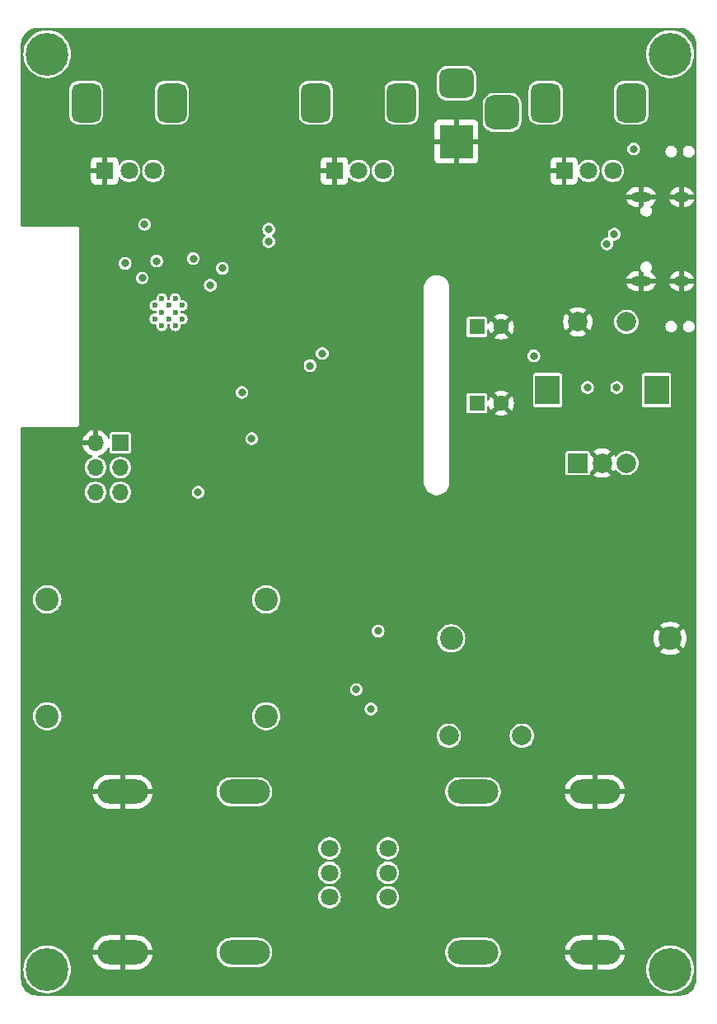
<source format=gbr>
%TF.GenerationSoftware,KiCad,Pcbnew,7.0.8*%
%TF.CreationDate,2023-12-03T14:11:45+01:00*%
%TF.ProjectId,Supersonic Quantumbox,53757065-7273-46f6-9e69-63205175616e,rev?*%
%TF.SameCoordinates,Original*%
%TF.FileFunction,Copper,L3,Inr*%
%TF.FilePolarity,Positive*%
%FSLAX46Y46*%
G04 Gerber Fmt 4.6, Leading zero omitted, Abs format (unit mm)*
G04 Created by KiCad (PCBNEW 7.0.8) date 2023-12-03 14:11:45*
%MOMM*%
%LPD*%
G01*
G04 APERTURE LIST*
G04 Aperture macros list*
%AMRoundRect*
0 Rectangle with rounded corners*
0 $1 Rounding radius*
0 $2 $3 $4 $5 $6 $7 $8 $9 X,Y pos of 4 corners*
0 Add a 4 corners polygon primitive as box body*
4,1,4,$2,$3,$4,$5,$6,$7,$8,$9,$2,$3,0*
0 Add four circle primitives for the rounded corners*
1,1,$1+$1,$2,$3*
1,1,$1+$1,$4,$5*
1,1,$1+$1,$6,$7*
1,1,$1+$1,$8,$9*
0 Add four rect primitives between the rounded corners*
20,1,$1+$1,$2,$3,$4,$5,0*
20,1,$1+$1,$4,$5,$6,$7,0*
20,1,$1+$1,$6,$7,$8,$9,0*
20,1,$1+$1,$8,$9,$2,$3,0*%
G04 Aperture macros list end*
%TA.AperFunction,ComponentPad*%
%ADD10C,0.600000*%
%TD*%
%TA.AperFunction,ComponentPad*%
%ADD11R,1.700000X1.700000*%
%TD*%
%TA.AperFunction,ComponentPad*%
%ADD12O,1.700000X1.700000*%
%TD*%
%TA.AperFunction,ComponentPad*%
%ADD13C,0.700000*%
%TD*%
%TA.AperFunction,ComponentPad*%
%ADD14C,4.400000*%
%TD*%
%TA.AperFunction,ComponentPad*%
%ADD15C,1.800000*%
%TD*%
%TA.AperFunction,ComponentPad*%
%ADD16R,2.000000X2.000000*%
%TD*%
%TA.AperFunction,ComponentPad*%
%ADD17C,2.000000*%
%TD*%
%TA.AperFunction,ComponentPad*%
%ADD18R,2.500000X3.000000*%
%TD*%
%TA.AperFunction,ComponentPad*%
%ADD19R,1.800000X1.800000*%
%TD*%
%TA.AperFunction,ComponentPad*%
%ADD20RoundRect,0.750000X0.750000X-1.250000X0.750000X1.250000X-0.750000X1.250000X-0.750000X-1.250000X0*%
%TD*%
%TA.AperFunction,ComponentPad*%
%ADD21R,1.600000X1.600000*%
%TD*%
%TA.AperFunction,ComponentPad*%
%ADD22C,1.600000*%
%TD*%
%TA.AperFunction,ComponentPad*%
%ADD23C,2.400000*%
%TD*%
%TA.AperFunction,ComponentPad*%
%ADD24O,5.200000X2.500000*%
%TD*%
%TA.AperFunction,ComponentPad*%
%ADD25O,1.600000X1.000000*%
%TD*%
%TA.AperFunction,ComponentPad*%
%ADD26O,2.100000X1.000000*%
%TD*%
%TA.AperFunction,ComponentPad*%
%ADD27R,3.500000X3.500000*%
%TD*%
%TA.AperFunction,ComponentPad*%
%ADD28RoundRect,0.750000X-1.000000X0.750000X-1.000000X-0.750000X1.000000X-0.750000X1.000000X0.750000X0*%
%TD*%
%TA.AperFunction,ComponentPad*%
%ADD29RoundRect,0.875000X-0.875000X0.875000X-0.875000X-0.875000X0.875000X-0.875000X0.875000X0.875000X0*%
%TD*%
%TA.AperFunction,ViaPad*%
%ADD30C,0.800000*%
%TD*%
G04 APERTURE END LIST*
D10*
%TO.N,N/C*%
%TO.C,U9*%
X84760000Y-83100000D03*
X86160000Y-83100000D03*
X84060000Y-83800000D03*
X85460000Y-83800000D03*
X86860000Y-83800000D03*
X84760000Y-84500000D03*
X86160000Y-84500000D03*
X84060000Y-85200000D03*
X85460000Y-85200000D03*
X86860000Y-85200000D03*
X84760000Y-85900000D03*
X86160000Y-85900000D03*
%TD*%
D11*
%TO.N,/IO42*%
%TO.C,J3*%
X80500000Y-97920000D03*
D12*
%TO.N,GNDREF*%
X77960000Y-97920000D03*
%TO.N,/IO41*%
X80500000Y-100460000D03*
%TO.N,/IO1*%
X77960000Y-100460000D03*
%TO.N,+3V3*%
X80500000Y-103000000D03*
%TO.N,/IO2*%
X77960000Y-103000000D03*
%TD*%
D13*
%TO.N,unconnected-(H4-Pad1)*%
%TO.C,H4*%
X135350000Y-152000000D03*
X135833274Y-150833274D03*
X135833274Y-153166726D03*
X137000000Y-150350000D03*
D14*
X137000000Y-152000000D03*
D13*
X137000000Y-153650000D03*
X138166726Y-150833274D03*
X138166726Y-153166726D03*
X138650000Y-152000000D03*
%TD*%
D15*
%TO.N,/DSP_IN*%
%TO.C,SW4*%
X108000000Y-144577500D03*
%TO.N,/JACK_IN*%
X108000000Y-139577500D03*
%TO.N,/BYPASS*%
X108000000Y-142077500D03*
%TO.N,/DSP_OUT*%
X102000000Y-139577500D03*
%TO.N,/JACK_OUT*%
X102000000Y-144577500D03*
%TO.N,/BYPASS*%
X102000000Y-142077500D03*
%TD*%
D13*
%TO.N,unconnected-(H2-Pad1)*%
%TO.C,H2*%
X135350000Y-58000000D03*
X135833274Y-56833274D03*
X135833274Y-59166726D03*
X137000000Y-56350000D03*
D14*
X137000000Y-58000000D03*
D13*
X137000000Y-59650000D03*
X138166726Y-56833274D03*
X138166726Y-59166726D03*
X138650000Y-58000000D03*
%TD*%
D16*
%TO.N,/ENC_A*%
%TO.C,SW3*%
X127500000Y-100000000D03*
D17*
%TO.N,/ENC_B*%
X132500000Y-100000000D03*
%TO.N,GNDREF*%
X130000000Y-100000000D03*
D18*
%TO.N,N/C*%
X124400000Y-92500000D03*
X135600000Y-92500000D03*
D17*
%TO.N,GNDREF*%
X127500000Y-85500000D03*
%TO.N,/ENC_SW*%
X132500000Y-85500000D03*
%TD*%
D19*
%TO.N,GNDREF*%
%TO.C,RV3*%
X126100000Y-70000000D03*
D15*
%TO.N,/Pot3*%
X128600000Y-70000000D03*
%TO.N,Net-(R5-Pad2)*%
X131100000Y-70000000D03*
D20*
%TO.N,N/C*%
X124200000Y-63000000D03*
X133000000Y-63000000D03*
%TD*%
D19*
%TO.N,GNDREF*%
%TO.C,RV2*%
X102500000Y-70000000D03*
D15*
%TO.N,/Pot2*%
X105000000Y-70000000D03*
%TO.N,Net-(R7-Pad2)*%
X107500000Y-70000000D03*
D20*
%TO.N,N/C*%
X100600000Y-63000000D03*
X109400000Y-63000000D03*
%TD*%
D13*
%TO.N,unconnected-(H3-Pad1)*%
%TO.C,H3*%
X71350000Y-152000000D03*
X71833274Y-150833274D03*
X71833274Y-153166726D03*
X73000000Y-150350000D03*
D14*
X73000000Y-152000000D03*
D13*
X73000000Y-153650000D03*
X74166726Y-150833274D03*
X74166726Y-153166726D03*
X74650000Y-152000000D03*
%TD*%
D19*
%TO.N,GNDREF*%
%TO.C,RV1*%
X78900000Y-70000000D03*
D15*
%TO.N,/Pot1*%
X81400000Y-70000000D03*
%TO.N,Net-(R9-Pad2)*%
X83900000Y-70000000D03*
D20*
%TO.N,N/C*%
X77000000Y-63000000D03*
X85800000Y-63000000D03*
%TD*%
D13*
%TO.N,Net-(JP1-B)*%
%TO.C,H1*%
X71350000Y-58000000D03*
X71833274Y-56833274D03*
X71833274Y-59166726D03*
X73000000Y-56350000D03*
D14*
X73000000Y-58000000D03*
D13*
X73000000Y-59650000D03*
X74166726Y-56833274D03*
X74166726Y-59166726D03*
X74650000Y-58000000D03*
%TD*%
D21*
%TO.N,+5V*%
%TO.C,C19*%
X117135242Y-86000000D03*
D22*
%TO.N,GNDREF*%
X119635242Y-86000000D03*
%TD*%
D23*
%TO.N,Net-(C3-Pad1)*%
%TO.C,C3*%
X73000000Y-114000000D03*
%TO.N,/LINE_IN*%
X95500000Y-114000000D03*
%TD*%
D24*
%TO.N,/JACK_IN*%
%TO.C,U1*%
X116750000Y-150250000D03*
X116750000Y-133750000D03*
%TO.N,GNDREF*%
X129250000Y-150250000D03*
X129250000Y-133750000D03*
%TD*%
D23*
%TO.N,/DSP_OUT*%
%TO.C,C14*%
X73000000Y-126000000D03*
%TO.N,Net-(U5B--)*%
X95500000Y-126000000D03*
%TD*%
%TO.N,GNDREF*%
%TO.C,C2*%
X137000000Y-118000000D03*
%TO.N,Net-(C2-Pad2)*%
X114500000Y-118000000D03*
%TD*%
D24*
%TO.N,/JACK_OUT*%
%TO.C,U8*%
X93250000Y-133750000D03*
X93250000Y-150250000D03*
%TO.N,GNDREF*%
X80750000Y-133750000D03*
X80750000Y-150250000D03*
%TD*%
D25*
%TO.N,GNDREF*%
%TO.C,J1*%
X138180000Y-72680000D03*
D26*
X134000000Y-72680000D03*
D25*
X138180000Y-81320000D03*
D26*
X134000000Y-81320000D03*
%TD*%
D17*
%TO.N,/DSP_IN*%
%TO.C,C1*%
X114255000Y-128000000D03*
%TO.N,Net-(U5A-+)*%
X121755000Y-128000000D03*
%TD*%
D21*
%TO.N,+5V*%
%TO.C,C18*%
X117135242Y-93850000D03*
D22*
%TO.N,GNDREF*%
X119635242Y-93850000D03*
%TD*%
D27*
%TO.N,GNDREF*%
%TO.C,J6*%
X115042500Y-67000000D03*
D28*
%TO.N,+9V*%
X115042500Y-61000000D03*
D29*
%TO.N,unconnected-(J6-Pad3)*%
X119742500Y-64000000D03*
%TD*%
D30*
%TO.N,GNDREF*%
X138891665Y-144925000D03*
X138891665Y-140925000D03*
X138891665Y-136925000D03*
X138891665Y-132925000D03*
X138891665Y-128925000D03*
X138891665Y-124925000D03*
X138891665Y-120925000D03*
X138891665Y-116925000D03*
X138891665Y-112925000D03*
X138891665Y-108925000D03*
X138891665Y-100925000D03*
X138891665Y-96925000D03*
X138891665Y-92925000D03*
X138891665Y-76925000D03*
X134891665Y-148925000D03*
X134891665Y-144925000D03*
X134891665Y-140925000D03*
X134891665Y-136925000D03*
X134891665Y-132925000D03*
X134891665Y-128925000D03*
X134891665Y-124925000D03*
X134891665Y-120925000D03*
X134891665Y-116925000D03*
X134891665Y-112925000D03*
X134891665Y-108925000D03*
X134891665Y-100925000D03*
X134891665Y-96925000D03*
X134891665Y-84925000D03*
X130891665Y-152925000D03*
X130891665Y-144925000D03*
X130891665Y-140925000D03*
X130891665Y-136925000D03*
X130891665Y-128925000D03*
X130891665Y-124925000D03*
X130891665Y-120925000D03*
X130891665Y-116925000D03*
X130891665Y-112925000D03*
X130891665Y-108925000D03*
X130891665Y-96925000D03*
X130891665Y-72925000D03*
X130891665Y-56925000D03*
X126891665Y-152925000D03*
X126891665Y-144925000D03*
X126891665Y-140925000D03*
X126891665Y-136925000D03*
X126891665Y-128925000D03*
X126891665Y-124925000D03*
X126891665Y-120925000D03*
X126891665Y-116925000D03*
X126891665Y-112925000D03*
X126891665Y-108925000D03*
X126891665Y-92925000D03*
X126891665Y-64925000D03*
X126891665Y-56925000D03*
X122891665Y-152925000D03*
X122891665Y-148925000D03*
X122891665Y-144925000D03*
X122891665Y-140925000D03*
X122891665Y-136925000D03*
X122891665Y-132925000D03*
X122891665Y-124925000D03*
X122891665Y-120925000D03*
X122891665Y-116925000D03*
X122891665Y-112925000D03*
X122891665Y-108925000D03*
X122891665Y-100925000D03*
X122891665Y-96925000D03*
X122891665Y-68925000D03*
X122891665Y-56925000D03*
X118891665Y-152925000D03*
X118891665Y-120925000D03*
X118891665Y-116925000D03*
X118891665Y-112925000D03*
X118891665Y-108925000D03*
X118891665Y-60925000D03*
X118891665Y-56925000D03*
X114891665Y-152925000D03*
X114891665Y-120925000D03*
X114891665Y-112925000D03*
X114891665Y-56925000D03*
X110891665Y-152925000D03*
X110891665Y-148925000D03*
X110891665Y-120925000D03*
X110891665Y-100925000D03*
X110891665Y-92925000D03*
X110891665Y-88925000D03*
X110891665Y-84925000D03*
X110891665Y-56925000D03*
X106891665Y-152925000D03*
X106891665Y-148925000D03*
X106891665Y-108925000D03*
X106891665Y-100925000D03*
X106891665Y-64925000D03*
X106891665Y-60925000D03*
X106891665Y-56925000D03*
X102891665Y-152925000D03*
X102891665Y-148925000D03*
X102891665Y-136925000D03*
X102891665Y-108925000D03*
X102891665Y-100925000D03*
X102891665Y-64925000D03*
X102891665Y-60925000D03*
X102891665Y-56925000D03*
X98891665Y-152925000D03*
X98891665Y-144925000D03*
X98891665Y-140925000D03*
X98891665Y-136925000D03*
X98891665Y-132925000D03*
X98891665Y-128925000D03*
X98891665Y-124925000D03*
X98891665Y-108925000D03*
X98891665Y-92925000D03*
X98891665Y-56925000D03*
X94891665Y-152925000D03*
X94891665Y-144925000D03*
X94891665Y-140925000D03*
X94891665Y-136925000D03*
X94891665Y-128925000D03*
X94891665Y-120925000D03*
X94891665Y-56925000D03*
X90891665Y-152925000D03*
X90891665Y-144925000D03*
X90891665Y-140925000D03*
X90891665Y-136925000D03*
X90891665Y-128925000D03*
X90891665Y-124925000D03*
X90891665Y-120925000D03*
X90891665Y-88925000D03*
X90891665Y-84925000D03*
X90891665Y-64925000D03*
X90891665Y-60925000D03*
X90891665Y-56925000D03*
X86891665Y-152925000D03*
X86891665Y-148925000D03*
X86891665Y-144925000D03*
X86891665Y-140925000D03*
X86891665Y-136925000D03*
X86891665Y-132925000D03*
X86891665Y-128925000D03*
X86891665Y-124925000D03*
X86891665Y-120925000D03*
X86891665Y-116925000D03*
X86891665Y-112925000D03*
X86891665Y-108925000D03*
X86891665Y-92925000D03*
X86891665Y-88925000D03*
X86891665Y-68925000D03*
X86891665Y-56925000D03*
X82891665Y-152925000D03*
X82891665Y-144925000D03*
X82891665Y-140925000D03*
X82891665Y-136925000D03*
X82891665Y-128925000D03*
X82891665Y-124925000D03*
X82891665Y-120925000D03*
X82891665Y-116925000D03*
X82891665Y-112925000D03*
X82891665Y-108925000D03*
X82891665Y-100925000D03*
X82891665Y-92925000D03*
X82891665Y-88925000D03*
X82891665Y-84925000D03*
X82891665Y-64925000D03*
X82891665Y-56925000D03*
X78891665Y-152925000D03*
X78891665Y-144925000D03*
X78891665Y-140925000D03*
X78891665Y-136925000D03*
X78891665Y-128925000D03*
X78891665Y-124925000D03*
X78891665Y-120925000D03*
X78891665Y-116925000D03*
X78891665Y-112925000D03*
X78891665Y-108925000D03*
X78891665Y-88925000D03*
X78891665Y-84925000D03*
X78891665Y-80925000D03*
X78891665Y-56925000D03*
X74891665Y-148925000D03*
X74891665Y-144925000D03*
X74891665Y-140925000D03*
X74891665Y-136925000D03*
X74891665Y-132925000D03*
X74891665Y-120925000D03*
X74891665Y-108925000D03*
X74891665Y-100925000D03*
X74891665Y-72925000D03*
X74891665Y-68925000D03*
X102250000Y-73500000D03*
X117250000Y-70500000D03*
X117250000Y-71500000D03*
X116000000Y-73500000D03*
X116000000Y-74500000D03*
X113500000Y-74250000D03*
X108000000Y-130000000D03*
X90500000Y-108250000D03*
X96500000Y-107000000D03*
X111250000Y-110000000D03*
X96250000Y-64000000D03*
X73000000Y-67000000D03*
X99000000Y-89000000D03*
X103500000Y-85500000D03*
X93000000Y-103000000D03*
X71000000Y-61000000D03*
X112000000Y-128000000D03*
X87000000Y-75500000D03*
X121250000Y-125750000D03*
X106000000Y-123250000D03*
X89250000Y-97250000D03*
X120500000Y-105000000D03*
X99250000Y-105000000D03*
X96750000Y-112250000D03*
X102500000Y-93000000D03*
X95750000Y-74750000D03*
X77750000Y-79000000D03*
X121750000Y-83500000D03*
X93250000Y-131250000D03*
X119500000Y-98750000D03*
X115000000Y-81500000D03*
X92250000Y-96750000D03*
X91750000Y-68250000D03*
X108500000Y-146500000D03*
X130000000Y-92500000D03*
X113000000Y-138500000D03*
X93250000Y-152750000D03*
X77750000Y-93000000D03*
X110250000Y-141000000D03*
X115500000Y-144000000D03*
X92000000Y-102000000D03*
X108750000Y-95250000D03*
X94250000Y-117500000D03*
X118500000Y-126250000D03*
X100500000Y-82750000D03*
X133500000Y-69000000D03*
X100500000Y-114250000D03*
X105000000Y-137750000D03*
X82500000Y-105000000D03*
X106000000Y-145750000D03*
X71500000Y-148500000D03*
X85000000Y-105000000D03*
X80250000Y-75500000D03*
X104750000Y-105000000D03*
X106250000Y-135750000D03*
X107500000Y-96500000D03*
X105000000Y-68250000D03*
X97250000Y-90750000D03*
X88500000Y-71250000D03*
X102250000Y-74500000D03*
X97500000Y-98750000D03*
X96500000Y-105000000D03*
X129000000Y-77250000D03*
X84500000Y-80750000D03*
X92250000Y-115500000D03*
X98750000Y-98750000D03*
X111000000Y-96750000D03*
X76500000Y-56000000D03*
X88000000Y-80250000D03*
X114250000Y-126000000D03*
X108750000Y-90000000D03*
X89750000Y-105000000D03*
X120500000Y-133750000D03*
X81000000Y-81000000D03*
X116250000Y-128000000D03*
X116750000Y-131250000D03*
X102250000Y-124250000D03*
X118000000Y-136250000D03*
X139000000Y-61000000D03*
X132500000Y-105000000D03*
X79500000Y-79000000D03*
X115250000Y-105000000D03*
X105000000Y-140250000D03*
X93250000Y-126000000D03*
X113000000Y-150250000D03*
X106500000Y-92000000D03*
X90750000Y-97000000D03*
X93000000Y-81000000D03*
X94000000Y-96250000D03*
X113500000Y-132250000D03*
X77750000Y-75500000D03*
X82750000Y-71500000D03*
X93000000Y-79500000D03*
X123250000Y-77250000D03*
X72500000Y-105000000D03*
X95750000Y-94500000D03*
X111750000Y-130250000D03*
X112500000Y-74250000D03*
X130000000Y-105000000D03*
X102250000Y-119250000D03*
X94250000Y-108500000D03*
X75000000Y-105000000D03*
X77500000Y-105000000D03*
X102000000Y-105000000D03*
X90750000Y-83000000D03*
X96500000Y-103250000D03*
X118000000Y-141000000D03*
X87750000Y-97500000D03*
X110250000Y-144250000D03*
X118000000Y-147500000D03*
X109750000Y-132250000D03*
X94250000Y-111750000D03*
X112750000Y-105000000D03*
X92000000Y-104000000D03*
X84500000Y-75500000D03*
X115500000Y-147500000D03*
X133750000Y-56000000D03*
X111250000Y-81500000D03*
X110000000Y-138250000D03*
X111000000Y-124000000D03*
X97250000Y-77750000D03*
X75250000Y-126000000D03*
X92250000Y-108750000D03*
X123250000Y-79000000D03*
X118000000Y-138250000D03*
X112000000Y-134000000D03*
X88250000Y-81750000D03*
X121750000Y-88500000D03*
X110250000Y-105000000D03*
X135000000Y-105000000D03*
X71500000Y-97500000D03*
X116000000Y-124250000D03*
X110000000Y-135750000D03*
X107500000Y-125750000D03*
X115500000Y-141000000D03*
X94000000Y-102000000D03*
X116750000Y-152750000D03*
X88250000Y-102000000D03*
X91750000Y-92750000D03*
X115500000Y-138250000D03*
X116750000Y-118000000D03*
X119750000Y-128000000D03*
X122750000Y-105000000D03*
X102250000Y-89500000D03*
X108000000Y-134250000D03*
X75250000Y-114000000D03*
X120500000Y-150250000D03*
X109000000Y-123500000D03*
X113000000Y-141000000D03*
X107000000Y-77250000D03*
X107000000Y-115750000D03*
X107500000Y-105000000D03*
X87500000Y-105000000D03*
X113500000Y-124250000D03*
X119250000Y-124250000D03*
X125000000Y-105000000D03*
X105000000Y-77250000D03*
X105250000Y-143250000D03*
X123000000Y-81250000D03*
X134000000Y-153750000D03*
X94000000Y-104000000D03*
X71500000Y-74500000D03*
X139000000Y-149000000D03*
X118000000Y-105000000D03*
X118000000Y-144000000D03*
X115500000Y-136250000D03*
X76500000Y-153500000D03*
X80000000Y-105000000D03*
X110750000Y-126000000D03*
X97000000Y-87000000D03*
X98750000Y-101000000D03*
X98250000Y-117250000D03*
X127500000Y-105000000D03*
X137500000Y-105000000D03*
%TO.N,/USB_D+*%
X130500000Y-77500000D03*
X95750000Y-77250000D03*
%TO.N,/USB_D-*%
X131250000Y-76500000D03*
X95750000Y-76000000D03*
%TO.N,/EN*%
X133250000Y-67750000D03*
X83000000Y-75500000D03*
%TO.N,+3V3*%
X94000000Y-97500000D03*
X88500000Y-103000000D03*
%TO.N,Net-(C3-Pad1)*%
X104750000Y-123250000D03*
%TO.N,+3.3VA*%
X106250000Y-125250000D03*
X107000000Y-117250000D03*
%TO.N,/IO0*%
X93000000Y-92750000D03*
X123000000Y-89000000D03*
%TO.N,/ENC_A*%
X128500000Y-92250000D03*
X89750000Y-81750000D03*
%TO.N,/ENC_B*%
X91000000Y-80000000D03*
X131500000Y-92250000D03*
%TO.N,/ENC_SW*%
X88000000Y-79000000D03*
%TO.N,/Pot1*%
X81000000Y-79500000D03*
%TO.N,/Pot3*%
X84250000Y-79250000D03*
%TO.N,/Pot2*%
X82750000Y-81000000D03*
%TO.N,/LCD_MOSI*%
X100000000Y-90000000D03*
X101250000Y-88750000D03*
%TD*%
%TA.AperFunction,Conductor*%
%TO.N,GNDREF*%
G36*
X138001761Y-55300625D02*
G01*
X138234806Y-55317293D01*
X138248787Y-55319304D01*
X138471881Y-55367836D01*
X138485433Y-55371815D01*
X138622649Y-55422992D01*
X138699366Y-55451606D01*
X138712205Y-55457469D01*
X138912607Y-55566898D01*
X138924486Y-55574532D01*
X139107263Y-55711357D01*
X139117939Y-55720607D01*
X139279392Y-55882060D01*
X139288642Y-55892736D01*
X139425467Y-56075513D01*
X139433103Y-56087395D01*
X139542526Y-56287786D01*
X139548394Y-56300636D01*
X139628184Y-56514566D01*
X139632163Y-56528118D01*
X139680695Y-56751212D01*
X139682706Y-56765193D01*
X139699374Y-56998238D01*
X139699500Y-57001771D01*
X139699500Y-67961745D01*
X139688594Y-67995310D01*
X139699500Y-68038254D01*
X139699500Y-85961745D01*
X139688594Y-85995310D01*
X139699500Y-86038254D01*
X139699500Y-152998228D01*
X139699374Y-153001761D01*
X139682706Y-153234806D01*
X139680695Y-153248787D01*
X139632163Y-153471881D01*
X139628184Y-153485433D01*
X139548394Y-153699363D01*
X139542526Y-153712213D01*
X139433103Y-153912604D01*
X139425467Y-153924486D01*
X139288642Y-154107263D01*
X139279392Y-154117939D01*
X139117939Y-154279392D01*
X139107263Y-154288642D01*
X138924486Y-154425467D01*
X138912604Y-154433103D01*
X138712213Y-154542526D01*
X138699363Y-154548394D01*
X138485433Y-154628184D01*
X138471881Y-154632163D01*
X138248787Y-154680695D01*
X138234806Y-154682706D01*
X138001762Y-154699374D01*
X137998229Y-154699500D01*
X72001771Y-154699500D01*
X71998238Y-154699374D01*
X71765193Y-154682706D01*
X71751212Y-154680695D01*
X71528118Y-154632163D01*
X71514566Y-154628184D01*
X71300636Y-154548394D01*
X71287786Y-154542526D01*
X71087395Y-154433103D01*
X71075513Y-154425467D01*
X70892736Y-154288642D01*
X70882060Y-154279392D01*
X70720607Y-154117939D01*
X70711357Y-154107263D01*
X70685792Y-154073112D01*
X70574530Y-153924483D01*
X70566896Y-153912604D01*
X70555578Y-153891876D01*
X70457469Y-153712205D01*
X70451605Y-153699363D01*
X70371815Y-153485433D01*
X70367836Y-153471881D01*
X70319304Y-153248787D01*
X70317293Y-153234805D01*
X70300626Y-153001761D01*
X70300500Y-152998228D01*
X70300500Y-152000000D01*
X70544655Y-152000000D01*
X70564016Y-152307741D01*
X70621792Y-152610610D01*
X70621794Y-152610619D01*
X70717078Y-152903873D01*
X70717080Y-152903879D01*
X70827794Y-153139155D01*
X70848365Y-153182871D01*
X70890196Y-153248787D01*
X71013587Y-153443220D01*
X71210125Y-153680792D01*
X71210135Y-153680803D01*
X71434901Y-153891874D01*
X71434904Y-153891876D01*
X71684360Y-154073116D01*
X71954565Y-154221663D01*
X72241257Y-154335172D01*
X72539914Y-154411854D01*
X72845828Y-154450500D01*
X73154172Y-154450500D01*
X73460086Y-154411854D01*
X73758743Y-154335172D01*
X74045435Y-154221663D01*
X74315640Y-154073116D01*
X74565096Y-153891876D01*
X74789869Y-153680799D01*
X74986416Y-153443216D01*
X75151635Y-153182871D01*
X75282922Y-152903873D01*
X75378206Y-152610619D01*
X75435984Y-152307736D01*
X75455345Y-152000000D01*
X75435984Y-151692264D01*
X75378206Y-151389381D01*
X75282922Y-151096127D01*
X75151635Y-150817129D01*
X74986416Y-150556784D01*
X74811065Y-150344823D01*
X74789874Y-150319207D01*
X74789864Y-150319196D01*
X74565098Y-150108125D01*
X74416275Y-149999999D01*
X77667914Y-149999999D01*
X77667915Y-150000000D01*
X79093283Y-150000000D01*
X79057629Y-150038731D01*
X79006552Y-150155177D01*
X78996051Y-150281898D01*
X79027266Y-150405162D01*
X79089227Y-150500000D01*
X77667915Y-150500000D01*
X77689091Y-150640498D01*
X77689093Y-150640508D01*
X77766402Y-150891137D01*
X77880205Y-151127451D01*
X78027960Y-151344170D01*
X78206358Y-151536436D01*
X78206364Y-151536442D01*
X78411417Y-151699965D01*
X78411432Y-151699975D01*
X78638561Y-151831110D01*
X78638573Y-151831116D01*
X78882735Y-151926942D01*
X79138440Y-151985304D01*
X79138449Y-151985306D01*
X79334515Y-152000000D01*
X80499999Y-152000000D01*
X80500000Y-151999999D01*
X80500000Y-150631000D01*
X81000000Y-150631000D01*
X81000000Y-151999999D01*
X81000001Y-152000000D01*
X82165485Y-152000000D01*
X82361550Y-151985306D01*
X82361559Y-151985304D01*
X82617264Y-151926942D01*
X82861426Y-151831116D01*
X82861438Y-151831110D01*
X83088567Y-151699975D01*
X83088582Y-151699965D01*
X83293635Y-151536442D01*
X83293641Y-151536436D01*
X83472036Y-151344173D01*
X83619797Y-151127446D01*
X83733596Y-150891140D01*
X83810906Y-150640508D01*
X83810908Y-150640498D01*
X83832085Y-150500000D01*
X82406717Y-150500000D01*
X82442371Y-150461269D01*
X82480503Y-150374335D01*
X90399500Y-150374335D01*
X90439715Y-150615339D01*
X90440429Y-150619614D01*
X90447602Y-150640508D01*
X90521173Y-150854813D01*
X90639526Y-151073509D01*
X90792262Y-151269744D01*
X90975215Y-151438164D01*
X91183393Y-151574173D01*
X91411119Y-151674063D01*
X91652179Y-151735108D01*
X91714097Y-151740238D01*
X91837931Y-151750500D01*
X91837933Y-151750500D01*
X94662069Y-151750500D01*
X94754944Y-151742804D01*
X94847821Y-151735108D01*
X95088881Y-151674063D01*
X95316607Y-151574173D01*
X95524785Y-151438164D01*
X95707738Y-151269744D01*
X95860474Y-151073509D01*
X95978828Y-150854810D01*
X96059571Y-150619614D01*
X96100500Y-150374335D01*
X113899500Y-150374335D01*
X113939715Y-150615339D01*
X113940429Y-150619614D01*
X113947602Y-150640508D01*
X114021173Y-150854813D01*
X114139526Y-151073509D01*
X114292262Y-151269744D01*
X114475215Y-151438164D01*
X114683393Y-151574173D01*
X114911119Y-151674063D01*
X115152179Y-151735108D01*
X115214097Y-151740238D01*
X115337931Y-151750500D01*
X115337933Y-151750500D01*
X118162069Y-151750500D01*
X118254944Y-151742804D01*
X118347821Y-151735108D01*
X118588881Y-151674063D01*
X118816607Y-151574173D01*
X119024785Y-151438164D01*
X119207738Y-151269744D01*
X119360474Y-151073509D01*
X119478828Y-150854810D01*
X119559571Y-150619614D01*
X119600500Y-150374335D01*
X119600500Y-150125665D01*
X119579530Y-149999999D01*
X126167914Y-149999999D01*
X126167915Y-150000000D01*
X127593283Y-150000000D01*
X127557629Y-150038731D01*
X127506552Y-150155177D01*
X127496051Y-150281898D01*
X127527266Y-150405162D01*
X127589227Y-150500000D01*
X126167915Y-150500000D01*
X126189091Y-150640498D01*
X126189093Y-150640508D01*
X126266402Y-150891137D01*
X126380205Y-151127451D01*
X126527960Y-151344170D01*
X126706358Y-151536436D01*
X126706364Y-151536442D01*
X126911417Y-151699965D01*
X126911432Y-151699975D01*
X127138561Y-151831110D01*
X127138573Y-151831116D01*
X127382735Y-151926942D01*
X127638440Y-151985304D01*
X127638449Y-151985306D01*
X127834515Y-152000000D01*
X128999999Y-152000000D01*
X129000000Y-151999999D01*
X129000000Y-150631000D01*
X129500000Y-150631000D01*
X129500000Y-151999999D01*
X129500001Y-152000000D01*
X130665485Y-152000000D01*
X134544655Y-152000000D01*
X134564016Y-152307741D01*
X134621792Y-152610610D01*
X134621794Y-152610619D01*
X134717078Y-152903873D01*
X134717080Y-152903879D01*
X134827794Y-153139155D01*
X134848365Y-153182871D01*
X134890196Y-153248787D01*
X135013587Y-153443220D01*
X135210125Y-153680792D01*
X135210135Y-153680803D01*
X135434901Y-153891874D01*
X135434904Y-153891876D01*
X135684360Y-154073116D01*
X135954565Y-154221663D01*
X136241257Y-154335172D01*
X136539914Y-154411854D01*
X136845828Y-154450500D01*
X137154172Y-154450500D01*
X137460086Y-154411854D01*
X137758743Y-154335172D01*
X138045435Y-154221663D01*
X138315640Y-154073116D01*
X138565096Y-153891876D01*
X138789869Y-153680799D01*
X138986416Y-153443216D01*
X139151635Y-153182871D01*
X139282922Y-152903873D01*
X139378206Y-152610619D01*
X139435984Y-152307736D01*
X139455345Y-152000000D01*
X139435984Y-151692264D01*
X139378206Y-151389381D01*
X139282922Y-151096127D01*
X139151635Y-150817129D01*
X138986416Y-150556784D01*
X138811065Y-150344823D01*
X138789874Y-150319207D01*
X138789864Y-150319196D01*
X138565098Y-150108125D01*
X138315644Y-149926887D01*
X138315640Y-149926884D01*
X138045435Y-149778337D01*
X138045433Y-149778336D01*
X138045431Y-149778335D01*
X137758743Y-149664828D01*
X137460086Y-149588146D01*
X137460079Y-149588145D01*
X137460083Y-149588145D01*
X137154172Y-149549500D01*
X136845828Y-149549500D01*
X136539918Y-149588145D01*
X136241256Y-149664828D01*
X135954568Y-149778335D01*
X135684368Y-149926879D01*
X135684355Y-149926887D01*
X135434901Y-150108125D01*
X135210135Y-150319196D01*
X135210125Y-150319207D01*
X135013587Y-150556779D01*
X134848366Y-150817127D01*
X134848365Y-150817128D01*
X134717080Y-151096120D01*
X134717078Y-151096127D01*
X134660667Y-151269744D01*
X134621795Y-151389379D01*
X134621792Y-151389389D01*
X134564016Y-151692258D01*
X134544655Y-152000000D01*
X130665485Y-152000000D01*
X130861550Y-151985306D01*
X130861559Y-151985304D01*
X131117264Y-151926942D01*
X131361426Y-151831116D01*
X131361438Y-151831110D01*
X131588567Y-151699975D01*
X131588582Y-151699965D01*
X131793635Y-151536442D01*
X131793641Y-151536436D01*
X131972036Y-151344173D01*
X132119797Y-151127446D01*
X132233596Y-150891140D01*
X132310906Y-150640508D01*
X132310908Y-150640498D01*
X132332085Y-150500000D01*
X130906717Y-150500000D01*
X130942371Y-150461269D01*
X130993448Y-150344823D01*
X131003949Y-150218102D01*
X130972734Y-150094838D01*
X130910773Y-150000000D01*
X132332085Y-150000000D01*
X132332085Y-149999999D01*
X132310908Y-149859501D01*
X132310906Y-149859491D01*
X132233597Y-149608862D01*
X132119794Y-149372548D01*
X131972039Y-149155829D01*
X131793641Y-148963563D01*
X131793635Y-148963557D01*
X131588582Y-148800034D01*
X131588567Y-148800024D01*
X131361438Y-148668889D01*
X131361426Y-148668883D01*
X131117264Y-148573057D01*
X130861559Y-148514695D01*
X130861550Y-148514693D01*
X130665485Y-148500000D01*
X129500001Y-148500000D01*
X129500000Y-148500001D01*
X129500000Y-149869000D01*
X129000000Y-149869000D01*
X129000000Y-148500001D01*
X128999999Y-148500000D01*
X127834515Y-148500000D01*
X127638449Y-148514693D01*
X127638440Y-148514695D01*
X127382735Y-148573057D01*
X127138573Y-148668883D01*
X127138561Y-148668889D01*
X126911432Y-148800024D01*
X126911417Y-148800034D01*
X126706364Y-148963557D01*
X126706358Y-148963563D01*
X126527963Y-149155826D01*
X126380202Y-149372553D01*
X126266403Y-149608859D01*
X126189093Y-149859491D01*
X126189091Y-149859501D01*
X126167914Y-149999999D01*
X119579530Y-149999999D01*
X119559571Y-149880386D01*
X119478828Y-149645190D01*
X119360474Y-149426491D01*
X119207738Y-149230256D01*
X119024785Y-149061836D01*
X118816607Y-148925827D01*
X118588881Y-148825937D01*
X118466789Y-148795018D01*
X118347819Y-148764891D01*
X118162069Y-148749500D01*
X118162067Y-148749500D01*
X115337933Y-148749500D01*
X115337931Y-148749500D01*
X115152180Y-148764891D01*
X114972165Y-148810477D01*
X114911119Y-148825937D01*
X114733177Y-148903989D01*
X114683395Y-148925826D01*
X114475216Y-149061835D01*
X114292259Y-149230259D01*
X114139528Y-149426487D01*
X114139526Y-149426490D01*
X114021173Y-149645186D01*
X113940428Y-149880388D01*
X113899500Y-150125664D01*
X113899500Y-150374335D01*
X96100500Y-150374335D01*
X96100500Y-150125665D01*
X96059571Y-149880386D01*
X95978828Y-149645190D01*
X95860474Y-149426491D01*
X95707738Y-149230256D01*
X95524785Y-149061836D01*
X95316607Y-148925827D01*
X95088881Y-148825937D01*
X94966789Y-148795018D01*
X94847819Y-148764891D01*
X94662069Y-148749500D01*
X94662067Y-148749500D01*
X91837933Y-148749500D01*
X91837931Y-148749500D01*
X91652180Y-148764891D01*
X91472165Y-148810477D01*
X91411119Y-148825937D01*
X91233177Y-148903989D01*
X91183395Y-148925826D01*
X90975216Y-149061835D01*
X90792259Y-149230259D01*
X90639528Y-149426487D01*
X90639526Y-149426490D01*
X90521173Y-149645186D01*
X90440428Y-149880388D01*
X90399500Y-150125664D01*
X90399500Y-150374335D01*
X82480503Y-150374335D01*
X82493448Y-150344823D01*
X82503949Y-150218102D01*
X82472734Y-150094838D01*
X82410773Y-150000000D01*
X83832085Y-150000000D01*
X83832085Y-149999999D01*
X83810908Y-149859501D01*
X83810906Y-149859491D01*
X83733597Y-149608862D01*
X83619794Y-149372548D01*
X83472039Y-149155829D01*
X83293641Y-148963563D01*
X83293635Y-148963557D01*
X83088582Y-148800034D01*
X83088567Y-148800024D01*
X82861438Y-148668889D01*
X82861426Y-148668883D01*
X82617264Y-148573057D01*
X82361559Y-148514695D01*
X82361550Y-148514693D01*
X82165485Y-148500000D01*
X81000001Y-148500000D01*
X81000000Y-148500001D01*
X81000000Y-149869000D01*
X80500000Y-149869000D01*
X80500000Y-148500001D01*
X80499999Y-148500000D01*
X79334515Y-148500000D01*
X79138449Y-148514693D01*
X79138440Y-148514695D01*
X78882735Y-148573057D01*
X78638573Y-148668883D01*
X78638561Y-148668889D01*
X78411432Y-148800024D01*
X78411417Y-148800034D01*
X78206364Y-148963557D01*
X78206358Y-148963563D01*
X78027963Y-149155826D01*
X77880202Y-149372553D01*
X77766403Y-149608859D01*
X77689093Y-149859491D01*
X77689091Y-149859501D01*
X77667914Y-149999999D01*
X74416275Y-149999999D01*
X74315644Y-149926887D01*
X74315640Y-149926884D01*
X74045435Y-149778337D01*
X74045433Y-149778336D01*
X74045431Y-149778335D01*
X73758743Y-149664828D01*
X73460086Y-149588146D01*
X73460079Y-149588145D01*
X73460083Y-149588145D01*
X73154172Y-149549500D01*
X72845828Y-149549500D01*
X72539918Y-149588145D01*
X72241256Y-149664828D01*
X71954568Y-149778335D01*
X71684368Y-149926879D01*
X71684355Y-149926887D01*
X71434901Y-150108125D01*
X71210135Y-150319196D01*
X71210125Y-150319207D01*
X71013587Y-150556779D01*
X70848366Y-150817127D01*
X70848365Y-150817128D01*
X70717080Y-151096120D01*
X70717078Y-151096127D01*
X70660667Y-151269744D01*
X70621795Y-151389379D01*
X70621792Y-151389389D01*
X70564016Y-151692258D01*
X70544655Y-152000000D01*
X70300500Y-152000000D01*
X70300500Y-144577500D01*
X100844571Y-144577500D01*
X100864244Y-144789810D01*
X100922595Y-144994889D01*
X101017634Y-145185755D01*
X101146128Y-145355907D01*
X101146135Y-145355913D01*
X101303692Y-145499547D01*
X101303699Y-145499553D01*
X101407389Y-145563755D01*
X101484981Y-145611798D01*
X101683802Y-145688821D01*
X101893390Y-145728000D01*
X102106610Y-145728000D01*
X102316198Y-145688821D01*
X102515019Y-145611798D01*
X102696302Y-145499552D01*
X102853872Y-145355907D01*
X102982366Y-145185755D01*
X103077405Y-144994889D01*
X103135756Y-144789810D01*
X103155429Y-144577500D01*
X106844571Y-144577500D01*
X106864244Y-144789810D01*
X106922595Y-144994889D01*
X107017634Y-145185755D01*
X107146128Y-145355907D01*
X107146135Y-145355913D01*
X107303692Y-145499547D01*
X107303699Y-145499553D01*
X107407389Y-145563755D01*
X107484981Y-145611798D01*
X107683802Y-145688821D01*
X107893390Y-145728000D01*
X108106610Y-145728000D01*
X108316198Y-145688821D01*
X108515019Y-145611798D01*
X108696302Y-145499552D01*
X108853872Y-145355907D01*
X108982366Y-145185755D01*
X109077405Y-144994889D01*
X109135756Y-144789810D01*
X109155429Y-144577500D01*
X109135756Y-144365190D01*
X109077405Y-144160111D01*
X108982366Y-143969245D01*
X108853872Y-143799093D01*
X108799623Y-143749639D01*
X108696307Y-143655452D01*
X108696300Y-143655446D01*
X108515024Y-143543205D01*
X108515019Y-143543202D01*
X108316195Y-143466178D01*
X108106610Y-143427000D01*
X107893390Y-143427000D01*
X107683804Y-143466178D01*
X107484980Y-143543202D01*
X107484975Y-143543205D01*
X107303699Y-143655446D01*
X107303692Y-143655452D01*
X107146135Y-143799086D01*
X107146131Y-143799089D01*
X107146128Y-143799093D01*
X107146125Y-143799097D01*
X107017635Y-143969243D01*
X107017630Y-143969252D01*
X106922596Y-144160108D01*
X106864244Y-144365188D01*
X106864244Y-144365190D01*
X106844571Y-144577500D01*
X103155429Y-144577500D01*
X103135756Y-144365190D01*
X103077405Y-144160111D01*
X102982366Y-143969245D01*
X102853872Y-143799093D01*
X102799623Y-143749639D01*
X102696307Y-143655452D01*
X102696300Y-143655446D01*
X102515024Y-143543205D01*
X102515019Y-143543202D01*
X102316195Y-143466178D01*
X102106610Y-143427000D01*
X101893390Y-143427000D01*
X101683804Y-143466178D01*
X101484980Y-143543202D01*
X101484975Y-143543205D01*
X101303699Y-143655446D01*
X101303692Y-143655452D01*
X101146135Y-143799086D01*
X101146131Y-143799089D01*
X101146128Y-143799093D01*
X101146125Y-143799097D01*
X101017635Y-143969243D01*
X101017630Y-143969252D01*
X100922596Y-144160108D01*
X100864244Y-144365188D01*
X100864244Y-144365190D01*
X100844571Y-144577500D01*
X70300500Y-144577500D01*
X70300500Y-142077500D01*
X100844571Y-142077500D01*
X100864244Y-142289810D01*
X100922595Y-142494889D01*
X101017634Y-142685755D01*
X101146128Y-142855907D01*
X101146135Y-142855913D01*
X101303692Y-142999547D01*
X101303699Y-142999553D01*
X101407389Y-143063755D01*
X101484981Y-143111798D01*
X101683802Y-143188821D01*
X101893390Y-143228000D01*
X102106610Y-143228000D01*
X102316198Y-143188821D01*
X102515019Y-143111798D01*
X102696302Y-142999552D01*
X102853872Y-142855907D01*
X102982366Y-142685755D01*
X103077405Y-142494889D01*
X103135756Y-142289810D01*
X103155429Y-142077500D01*
X106844571Y-142077500D01*
X106864244Y-142289810D01*
X106922595Y-142494889D01*
X107017634Y-142685755D01*
X107146128Y-142855907D01*
X107146135Y-142855913D01*
X107303692Y-142999547D01*
X107303699Y-142999553D01*
X107407389Y-143063755D01*
X107484981Y-143111798D01*
X107683802Y-143188821D01*
X107893390Y-143228000D01*
X108106610Y-143228000D01*
X108316198Y-143188821D01*
X108515019Y-143111798D01*
X108696302Y-142999552D01*
X108853872Y-142855907D01*
X108982366Y-142685755D01*
X109077405Y-142494889D01*
X109135756Y-142289810D01*
X109155429Y-142077500D01*
X109135756Y-141865190D01*
X109077405Y-141660111D01*
X108982366Y-141469245D01*
X108853872Y-141299093D01*
X108799623Y-141249639D01*
X108696307Y-141155452D01*
X108696300Y-141155446D01*
X108515024Y-141043205D01*
X108515019Y-141043202D01*
X108316195Y-140966178D01*
X108106610Y-140927000D01*
X107893390Y-140927000D01*
X107683804Y-140966178D01*
X107484980Y-141043202D01*
X107484975Y-141043205D01*
X107303699Y-141155446D01*
X107303692Y-141155452D01*
X107146135Y-141299086D01*
X107146131Y-141299089D01*
X107146128Y-141299093D01*
X107146125Y-141299097D01*
X107017635Y-141469243D01*
X107017630Y-141469252D01*
X106922596Y-141660108D01*
X106864244Y-141865188D01*
X106864244Y-141865190D01*
X106844571Y-142077500D01*
X103155429Y-142077500D01*
X103135756Y-141865190D01*
X103077405Y-141660111D01*
X102982366Y-141469245D01*
X102853872Y-141299093D01*
X102799623Y-141249639D01*
X102696307Y-141155452D01*
X102696300Y-141155446D01*
X102515024Y-141043205D01*
X102515019Y-141043202D01*
X102316195Y-140966178D01*
X102106610Y-140927000D01*
X101893390Y-140927000D01*
X101683804Y-140966178D01*
X101484980Y-141043202D01*
X101484975Y-141043205D01*
X101303699Y-141155446D01*
X101303692Y-141155452D01*
X101146135Y-141299086D01*
X101146131Y-141299089D01*
X101146128Y-141299093D01*
X101146125Y-141299097D01*
X101017635Y-141469243D01*
X101017630Y-141469252D01*
X100922596Y-141660108D01*
X100864244Y-141865188D01*
X100864244Y-141865190D01*
X100844571Y-142077500D01*
X70300500Y-142077500D01*
X70300500Y-139577500D01*
X100844571Y-139577500D01*
X100864244Y-139789810D01*
X100922595Y-139994889D01*
X101017634Y-140185755D01*
X101146128Y-140355907D01*
X101146135Y-140355913D01*
X101303692Y-140499547D01*
X101303699Y-140499553D01*
X101407389Y-140563755D01*
X101484981Y-140611798D01*
X101683802Y-140688821D01*
X101893390Y-140728000D01*
X102106610Y-140728000D01*
X102316198Y-140688821D01*
X102515019Y-140611798D01*
X102696302Y-140499552D01*
X102853872Y-140355907D01*
X102982366Y-140185755D01*
X103077405Y-139994889D01*
X103135756Y-139789810D01*
X103155429Y-139577500D01*
X106844571Y-139577500D01*
X106864244Y-139789810D01*
X106922595Y-139994889D01*
X107017634Y-140185755D01*
X107146128Y-140355907D01*
X107146135Y-140355913D01*
X107303692Y-140499547D01*
X107303699Y-140499553D01*
X107407389Y-140563755D01*
X107484981Y-140611798D01*
X107683802Y-140688821D01*
X107893390Y-140728000D01*
X108106610Y-140728000D01*
X108316198Y-140688821D01*
X108515019Y-140611798D01*
X108696302Y-140499552D01*
X108853872Y-140355907D01*
X108982366Y-140185755D01*
X109077405Y-139994889D01*
X109135756Y-139789810D01*
X109155429Y-139577500D01*
X109135756Y-139365190D01*
X109077405Y-139160111D01*
X108982366Y-138969245D01*
X108853872Y-138799093D01*
X108799623Y-138749639D01*
X108696307Y-138655452D01*
X108696300Y-138655446D01*
X108515024Y-138543205D01*
X108515019Y-138543202D01*
X108316195Y-138466178D01*
X108106610Y-138427000D01*
X107893390Y-138427000D01*
X107683804Y-138466178D01*
X107484980Y-138543202D01*
X107484975Y-138543205D01*
X107303699Y-138655446D01*
X107303692Y-138655452D01*
X107146135Y-138799086D01*
X107146131Y-138799089D01*
X107146128Y-138799093D01*
X107146125Y-138799097D01*
X107017635Y-138969243D01*
X107017630Y-138969252D01*
X106922596Y-139160108D01*
X106864244Y-139365188D01*
X106864244Y-139365190D01*
X106844571Y-139577500D01*
X103155429Y-139577500D01*
X103135756Y-139365190D01*
X103077405Y-139160111D01*
X102982366Y-138969245D01*
X102853872Y-138799093D01*
X102799623Y-138749639D01*
X102696307Y-138655452D01*
X102696300Y-138655446D01*
X102515024Y-138543205D01*
X102515019Y-138543202D01*
X102316195Y-138466178D01*
X102106610Y-138427000D01*
X101893390Y-138427000D01*
X101683804Y-138466178D01*
X101484980Y-138543202D01*
X101484975Y-138543205D01*
X101303699Y-138655446D01*
X101303692Y-138655452D01*
X101146135Y-138799086D01*
X101146131Y-138799089D01*
X101146128Y-138799093D01*
X101146125Y-138799097D01*
X101017635Y-138969243D01*
X101017630Y-138969252D01*
X100922596Y-139160108D01*
X100864244Y-139365188D01*
X100864244Y-139365190D01*
X100844571Y-139577500D01*
X70300500Y-139577500D01*
X70300500Y-133499999D01*
X77667914Y-133499999D01*
X77667915Y-133500000D01*
X79093283Y-133500000D01*
X79057629Y-133538731D01*
X79006552Y-133655177D01*
X78996051Y-133781898D01*
X79027266Y-133905162D01*
X79089227Y-134000000D01*
X77667915Y-134000000D01*
X77689091Y-134140498D01*
X77689093Y-134140508D01*
X77766402Y-134391137D01*
X77880205Y-134627451D01*
X78027960Y-134844170D01*
X78206358Y-135036436D01*
X78206364Y-135036442D01*
X78411417Y-135199965D01*
X78411432Y-135199975D01*
X78638561Y-135331110D01*
X78638573Y-135331116D01*
X78882735Y-135426942D01*
X79138440Y-135485304D01*
X79138449Y-135485306D01*
X79334515Y-135500000D01*
X80499999Y-135500000D01*
X80500000Y-135499999D01*
X80500000Y-134131000D01*
X81000000Y-134131000D01*
X81000000Y-135499999D01*
X81000001Y-135500000D01*
X82165485Y-135500000D01*
X82361550Y-135485306D01*
X82361559Y-135485304D01*
X82617264Y-135426942D01*
X82861426Y-135331116D01*
X82861438Y-135331110D01*
X83088567Y-135199975D01*
X83088582Y-135199965D01*
X83293635Y-135036442D01*
X83293641Y-135036436D01*
X83472036Y-134844173D01*
X83619797Y-134627446D01*
X83733596Y-134391140D01*
X83810906Y-134140508D01*
X83810908Y-134140498D01*
X83832085Y-134000000D01*
X82406717Y-134000000D01*
X82442371Y-133961269D01*
X82480503Y-133874335D01*
X90399500Y-133874335D01*
X90439715Y-134115339D01*
X90440429Y-134119614D01*
X90447602Y-134140508D01*
X90521173Y-134354813D01*
X90639526Y-134573509D01*
X90792262Y-134769744D01*
X90975215Y-134938164D01*
X91183393Y-135074173D01*
X91411119Y-135174063D01*
X91652179Y-135235108D01*
X91714097Y-135240238D01*
X91837931Y-135250500D01*
X91837933Y-135250500D01*
X94662069Y-135250500D01*
X94754944Y-135242804D01*
X94847821Y-135235108D01*
X95088881Y-135174063D01*
X95316607Y-135074173D01*
X95524785Y-134938164D01*
X95707738Y-134769744D01*
X95860474Y-134573509D01*
X95978828Y-134354810D01*
X96059571Y-134119614D01*
X96100500Y-133874335D01*
X113899500Y-133874335D01*
X113939715Y-134115339D01*
X113940429Y-134119614D01*
X113947602Y-134140508D01*
X114021173Y-134354813D01*
X114139526Y-134573509D01*
X114292262Y-134769744D01*
X114475215Y-134938164D01*
X114683393Y-135074173D01*
X114911119Y-135174063D01*
X115152179Y-135235108D01*
X115214097Y-135240238D01*
X115337931Y-135250500D01*
X115337933Y-135250500D01*
X118162069Y-135250500D01*
X118254944Y-135242804D01*
X118347821Y-135235108D01*
X118588881Y-135174063D01*
X118816607Y-135074173D01*
X119024785Y-134938164D01*
X119207738Y-134769744D01*
X119360474Y-134573509D01*
X119478828Y-134354810D01*
X119559571Y-134119614D01*
X119600500Y-133874335D01*
X119600500Y-133625665D01*
X119579530Y-133499999D01*
X126167914Y-133499999D01*
X126167915Y-133500000D01*
X127593283Y-133500000D01*
X127557629Y-133538731D01*
X127506552Y-133655177D01*
X127496051Y-133781898D01*
X127527266Y-133905162D01*
X127589227Y-134000000D01*
X126167915Y-134000000D01*
X126189091Y-134140498D01*
X126189093Y-134140508D01*
X126266402Y-134391137D01*
X126380205Y-134627451D01*
X126527960Y-134844170D01*
X126706358Y-135036436D01*
X126706364Y-135036442D01*
X126911417Y-135199965D01*
X126911432Y-135199975D01*
X127138561Y-135331110D01*
X127138573Y-135331116D01*
X127382735Y-135426942D01*
X127638440Y-135485304D01*
X127638449Y-135485306D01*
X127834515Y-135500000D01*
X128999999Y-135500000D01*
X129000000Y-135499999D01*
X129000000Y-134131000D01*
X129500000Y-134131000D01*
X129500000Y-135499999D01*
X129500001Y-135500000D01*
X130665485Y-135500000D01*
X130861550Y-135485306D01*
X130861559Y-135485304D01*
X131117264Y-135426942D01*
X131361426Y-135331116D01*
X131361438Y-135331110D01*
X131588567Y-135199975D01*
X131588582Y-135199965D01*
X131793635Y-135036442D01*
X131793641Y-135036436D01*
X131972036Y-134844173D01*
X132119797Y-134627446D01*
X132233596Y-134391140D01*
X132310906Y-134140508D01*
X132310908Y-134140498D01*
X132332085Y-134000000D01*
X130906717Y-134000000D01*
X130942371Y-133961269D01*
X130993448Y-133844823D01*
X131003949Y-133718102D01*
X130972734Y-133594838D01*
X130910773Y-133500000D01*
X132332085Y-133500000D01*
X132332085Y-133499999D01*
X132310908Y-133359501D01*
X132310906Y-133359491D01*
X132233597Y-133108862D01*
X132119794Y-132872548D01*
X131972039Y-132655829D01*
X131793641Y-132463563D01*
X131793635Y-132463557D01*
X131588582Y-132300034D01*
X131588567Y-132300024D01*
X131361438Y-132168889D01*
X131361426Y-132168883D01*
X131117264Y-132073057D01*
X130861559Y-132014695D01*
X130861550Y-132014693D01*
X130665485Y-132000000D01*
X129500001Y-132000000D01*
X129500000Y-132000001D01*
X129500000Y-133369000D01*
X129000000Y-133369000D01*
X129000000Y-132000001D01*
X128999999Y-132000000D01*
X127834515Y-132000000D01*
X127638449Y-132014693D01*
X127638440Y-132014695D01*
X127382735Y-132073057D01*
X127138573Y-132168883D01*
X127138561Y-132168889D01*
X126911432Y-132300024D01*
X126911417Y-132300034D01*
X126706364Y-132463557D01*
X126706358Y-132463563D01*
X126527963Y-132655826D01*
X126380202Y-132872553D01*
X126266403Y-133108859D01*
X126189093Y-133359491D01*
X126189091Y-133359501D01*
X126167914Y-133499999D01*
X119579530Y-133499999D01*
X119559571Y-133380386D01*
X119478828Y-133145190D01*
X119360474Y-132926491D01*
X119207738Y-132730256D01*
X119024785Y-132561836D01*
X118816607Y-132425827D01*
X118588881Y-132325937D01*
X118466789Y-132295018D01*
X118347819Y-132264891D01*
X118162069Y-132249500D01*
X118162067Y-132249500D01*
X115337933Y-132249500D01*
X115337931Y-132249500D01*
X115152180Y-132264891D01*
X114972165Y-132310477D01*
X114911119Y-132325937D01*
X114733177Y-132403989D01*
X114683395Y-132425826D01*
X114475216Y-132561835D01*
X114292259Y-132730259D01*
X114139528Y-132926487D01*
X114139526Y-132926490D01*
X114021173Y-133145186D01*
X113940428Y-133380388D01*
X113899500Y-133625664D01*
X113899500Y-133874335D01*
X96100500Y-133874335D01*
X96100500Y-133625665D01*
X96059571Y-133380386D01*
X95978828Y-133145190D01*
X95860474Y-132926491D01*
X95707738Y-132730256D01*
X95524785Y-132561836D01*
X95316607Y-132425827D01*
X95088881Y-132325937D01*
X94966789Y-132295018D01*
X94847819Y-132264891D01*
X94662069Y-132249500D01*
X94662067Y-132249500D01*
X91837933Y-132249500D01*
X91837931Y-132249500D01*
X91652180Y-132264891D01*
X91472165Y-132310477D01*
X91411119Y-132325937D01*
X91233177Y-132403989D01*
X91183395Y-132425826D01*
X90975216Y-132561835D01*
X90792259Y-132730259D01*
X90639528Y-132926487D01*
X90639526Y-132926490D01*
X90521173Y-133145186D01*
X90440428Y-133380388D01*
X90399500Y-133625664D01*
X90399500Y-133874335D01*
X82480503Y-133874335D01*
X82493448Y-133844823D01*
X82503949Y-133718102D01*
X82472734Y-133594838D01*
X82410773Y-133500000D01*
X83832085Y-133500000D01*
X83832085Y-133499999D01*
X83810908Y-133359501D01*
X83810906Y-133359491D01*
X83733597Y-133108862D01*
X83619794Y-132872548D01*
X83472039Y-132655829D01*
X83293641Y-132463563D01*
X83293635Y-132463557D01*
X83088582Y-132300034D01*
X83088567Y-132300024D01*
X82861438Y-132168889D01*
X82861426Y-132168883D01*
X82617264Y-132073057D01*
X82361559Y-132014695D01*
X82361550Y-132014693D01*
X82165485Y-132000000D01*
X81000001Y-132000000D01*
X81000000Y-132000001D01*
X81000000Y-133369000D01*
X80500000Y-133369000D01*
X80500000Y-132000001D01*
X80499999Y-132000000D01*
X79334515Y-132000000D01*
X79138449Y-132014693D01*
X79138440Y-132014695D01*
X78882735Y-132073057D01*
X78638573Y-132168883D01*
X78638561Y-132168889D01*
X78411432Y-132300024D01*
X78411417Y-132300034D01*
X78206364Y-132463557D01*
X78206358Y-132463563D01*
X78027963Y-132655826D01*
X77880202Y-132872553D01*
X77766403Y-133108859D01*
X77689093Y-133359491D01*
X77689091Y-133359501D01*
X77667914Y-133499999D01*
X70300500Y-133499999D01*
X70300500Y-128000003D01*
X112999723Y-128000003D01*
X113018791Y-128217969D01*
X113018792Y-128217976D01*
X113018793Y-128217977D01*
X113075425Y-128429330D01*
X113167898Y-128627639D01*
X113293402Y-128806877D01*
X113448123Y-128961598D01*
X113627361Y-129087102D01*
X113825670Y-129179575D01*
X114037023Y-129236207D01*
X114037027Y-129236207D01*
X114037030Y-129236208D01*
X114254997Y-129255277D01*
X114255000Y-129255277D01*
X114255003Y-129255277D01*
X114472969Y-129236208D01*
X114472970Y-129236207D01*
X114472977Y-129236207D01*
X114684330Y-129179575D01*
X114882639Y-129087102D01*
X115061877Y-128961598D01*
X115216598Y-128806877D01*
X115342102Y-128627639D01*
X115434575Y-128429330D01*
X115491207Y-128217977D01*
X115510277Y-128000003D01*
X120499723Y-128000003D01*
X120518791Y-128217969D01*
X120518792Y-128217976D01*
X120518793Y-128217977D01*
X120575425Y-128429330D01*
X120667898Y-128627639D01*
X120793402Y-128806877D01*
X120948123Y-128961598D01*
X121127361Y-129087102D01*
X121325670Y-129179575D01*
X121537023Y-129236207D01*
X121537027Y-129236207D01*
X121537030Y-129236208D01*
X121754997Y-129255277D01*
X121755000Y-129255277D01*
X121755003Y-129255277D01*
X121972969Y-129236208D01*
X121972970Y-129236207D01*
X121972977Y-129236207D01*
X122184330Y-129179575D01*
X122382639Y-129087102D01*
X122561877Y-128961598D01*
X122716598Y-128806877D01*
X122842102Y-128627639D01*
X122934575Y-128429330D01*
X122991207Y-128217977D01*
X123010277Y-128000000D01*
X122991207Y-127782023D01*
X122934575Y-127570670D01*
X122842102Y-127372362D01*
X122758292Y-127252668D01*
X122716601Y-127193127D01*
X122716600Y-127193126D01*
X122716598Y-127193123D01*
X122561877Y-127038402D01*
X122561873Y-127038399D01*
X122561872Y-127038398D01*
X122462435Y-126968772D01*
X122382639Y-126912898D01*
X122184330Y-126820425D01*
X121972977Y-126763793D01*
X121972976Y-126763792D01*
X121972969Y-126763791D01*
X121755003Y-126744723D01*
X121754997Y-126744723D01*
X121537030Y-126763791D01*
X121325666Y-126820426D01*
X121127372Y-126912892D01*
X121127364Y-126912896D01*
X120948127Y-127038398D01*
X120793398Y-127193127D01*
X120667896Y-127372364D01*
X120667892Y-127372372D01*
X120575426Y-127570666D01*
X120518791Y-127782030D01*
X120499723Y-127999996D01*
X120499723Y-128000003D01*
X115510277Y-128000003D01*
X115510277Y-128000000D01*
X115491207Y-127782023D01*
X115434575Y-127570670D01*
X115342102Y-127372362D01*
X115258292Y-127252668D01*
X115216601Y-127193127D01*
X115216600Y-127193126D01*
X115216598Y-127193123D01*
X115061877Y-127038402D01*
X115061873Y-127038399D01*
X115061872Y-127038398D01*
X114962435Y-126968772D01*
X114882639Y-126912898D01*
X114684330Y-126820425D01*
X114472977Y-126763793D01*
X114472976Y-126763792D01*
X114472969Y-126763791D01*
X114255003Y-126744723D01*
X114254997Y-126744723D01*
X114037030Y-126763791D01*
X113825666Y-126820426D01*
X113627372Y-126912892D01*
X113627364Y-126912896D01*
X113448127Y-127038398D01*
X113293398Y-127193127D01*
X113167896Y-127372364D01*
X113167892Y-127372372D01*
X113075426Y-127570666D01*
X113018791Y-127782030D01*
X112999723Y-127999996D01*
X112999723Y-128000003D01*
X70300500Y-128000003D01*
X70300500Y-126000000D01*
X71544529Y-126000000D01*
X71564379Y-126239561D01*
X71564379Y-126239562D01*
X71623388Y-126472585D01*
X71623390Y-126472591D01*
X71674520Y-126589157D01*
X71719950Y-126692727D01*
X71719953Y-126692732D01*
X71851425Y-126893964D01*
X71851427Y-126893966D01*
X71851429Y-126893969D01*
X72014236Y-127070825D01*
X72203933Y-127218472D01*
X72415344Y-127332882D01*
X72642703Y-127410934D01*
X72879808Y-127450500D01*
X73120192Y-127450500D01*
X73357297Y-127410934D01*
X73584656Y-127332882D01*
X73796067Y-127218472D01*
X73985764Y-127070825D01*
X74148571Y-126893969D01*
X74280049Y-126692728D01*
X74376610Y-126472591D01*
X74435620Y-126239563D01*
X74455471Y-126000000D01*
X94044529Y-126000000D01*
X94064379Y-126239561D01*
X94064379Y-126239562D01*
X94123388Y-126472585D01*
X94123390Y-126472591D01*
X94174520Y-126589157D01*
X94219950Y-126692727D01*
X94219953Y-126692732D01*
X94351425Y-126893964D01*
X94351427Y-126893966D01*
X94351429Y-126893969D01*
X94514236Y-127070825D01*
X94703933Y-127218472D01*
X94915344Y-127332882D01*
X95142703Y-127410934D01*
X95379808Y-127450500D01*
X95620192Y-127450500D01*
X95857297Y-127410934D01*
X96084656Y-127332882D01*
X96296067Y-127218472D01*
X96485764Y-127070825D01*
X96648571Y-126893969D01*
X96780049Y-126692728D01*
X96876610Y-126472591D01*
X96935620Y-126239563D01*
X96955471Y-126000000D01*
X96935620Y-125760437D01*
X96876610Y-125527409D01*
X96780049Y-125307272D01*
X96742632Y-125250001D01*
X105594722Y-125250001D01*
X105613762Y-125406816D01*
X105613763Y-125406817D01*
X105669780Y-125554523D01*
X105759515Y-125684528D01*
X105759516Y-125684529D01*
X105759517Y-125684530D01*
X105877760Y-125789283D01*
X106017635Y-125862696D01*
X106171015Y-125900500D01*
X106171018Y-125900500D01*
X106328982Y-125900500D01*
X106328985Y-125900500D01*
X106482365Y-125862696D01*
X106622240Y-125789283D01*
X106740483Y-125684530D01*
X106830220Y-125554523D01*
X106886237Y-125406818D01*
X106905278Y-125250000D01*
X106886237Y-125093182D01*
X106830220Y-124945477D01*
X106740483Y-124815470D01*
X106622240Y-124710717D01*
X106539170Y-124667118D01*
X106482364Y-124637303D01*
X106328987Y-124599500D01*
X106328985Y-124599500D01*
X106171015Y-124599500D01*
X106171012Y-124599500D01*
X106017635Y-124637303D01*
X105877758Y-124710718D01*
X105759515Y-124815471D01*
X105669780Y-124945476D01*
X105613763Y-125093182D01*
X105613762Y-125093183D01*
X105594722Y-125249998D01*
X105594722Y-125250001D01*
X96742632Y-125250001D01*
X96648571Y-125106031D01*
X96485764Y-124929175D01*
X96296067Y-124781528D01*
X96165222Y-124710718D01*
X96084659Y-124667119D01*
X95997807Y-124637303D01*
X95857297Y-124589066D01*
X95857294Y-124589065D01*
X95857293Y-124589065D01*
X95620192Y-124549500D01*
X95379808Y-124549500D01*
X95142706Y-124589065D01*
X94915340Y-124667119D01*
X94703932Y-124781528D01*
X94703929Y-124781530D01*
X94514239Y-124929172D01*
X94351425Y-125106035D01*
X94219953Y-125307267D01*
X94219950Y-125307272D01*
X94123388Y-125527414D01*
X94064379Y-125760437D01*
X94064379Y-125760438D01*
X94044529Y-126000000D01*
X74455471Y-126000000D01*
X74435620Y-125760437D01*
X74376610Y-125527409D01*
X74280049Y-125307272D01*
X74148571Y-125106031D01*
X73985764Y-124929175D01*
X73796067Y-124781528D01*
X73665222Y-124710718D01*
X73584659Y-124667119D01*
X73497807Y-124637303D01*
X73357297Y-124589066D01*
X73357294Y-124589065D01*
X73357293Y-124589065D01*
X73120192Y-124549500D01*
X72879808Y-124549500D01*
X72642706Y-124589065D01*
X72415340Y-124667119D01*
X72203932Y-124781528D01*
X72203929Y-124781530D01*
X72014239Y-124929172D01*
X71851425Y-125106035D01*
X71719953Y-125307267D01*
X71719950Y-125307272D01*
X71623388Y-125527414D01*
X71564379Y-125760437D01*
X71564379Y-125760438D01*
X71544529Y-126000000D01*
X70300500Y-126000000D01*
X70300500Y-123250001D01*
X104094722Y-123250001D01*
X104113762Y-123406816D01*
X104113763Y-123406817D01*
X104169780Y-123554523D01*
X104259515Y-123684528D01*
X104259516Y-123684529D01*
X104259517Y-123684530D01*
X104377760Y-123789283D01*
X104517635Y-123862696D01*
X104671015Y-123900500D01*
X104671018Y-123900500D01*
X104828982Y-123900500D01*
X104828985Y-123900500D01*
X104982365Y-123862696D01*
X105122240Y-123789283D01*
X105240483Y-123684530D01*
X105330220Y-123554523D01*
X105386237Y-123406818D01*
X105405278Y-123250000D01*
X105386237Y-123093182D01*
X105330220Y-122945477D01*
X105240483Y-122815470D01*
X105122240Y-122710717D01*
X105052302Y-122674010D01*
X104982364Y-122637303D01*
X104828987Y-122599500D01*
X104828985Y-122599500D01*
X104671015Y-122599500D01*
X104671012Y-122599500D01*
X104517635Y-122637303D01*
X104377758Y-122710718D01*
X104259515Y-122815471D01*
X104169780Y-122945476D01*
X104113763Y-123093182D01*
X104113762Y-123093183D01*
X104094722Y-123249998D01*
X104094722Y-123250001D01*
X70300500Y-123250001D01*
X70300500Y-118000000D01*
X113044529Y-118000000D01*
X113064379Y-118239561D01*
X113064379Y-118239562D01*
X113112079Y-118427925D01*
X113123390Y-118472591D01*
X113172502Y-118584556D01*
X113219950Y-118692727D01*
X113219953Y-118692732D01*
X113351425Y-118893964D01*
X113351427Y-118893966D01*
X113351429Y-118893969D01*
X113514236Y-119070825D01*
X113703933Y-119218472D01*
X113915344Y-119332882D01*
X114142703Y-119410934D01*
X114379808Y-119450500D01*
X114620192Y-119450500D01*
X114857297Y-119410934D01*
X115084656Y-119332882D01*
X115296067Y-119218472D01*
X115485764Y-119070825D01*
X115648571Y-118893969D01*
X115780049Y-118692728D01*
X115876610Y-118472591D01*
X115935620Y-118239563D01*
X115955471Y-118000002D01*
X135295233Y-118000002D01*
X135314273Y-118254076D01*
X135314275Y-118254086D01*
X135370970Y-118502487D01*
X135370970Y-118502489D01*
X135464055Y-118739664D01*
X135464064Y-118739683D01*
X135591451Y-118960322D01*
X135591461Y-118960337D01*
X135633452Y-119012992D01*
X136437226Y-118209217D01*
X136475901Y-118302588D01*
X136572075Y-118427925D01*
X136697412Y-118524099D01*
X136790779Y-118562772D01*
X135986815Y-119366737D01*
X136147624Y-119476375D01*
X136377176Y-119586922D01*
X136620649Y-119662023D01*
X136620659Y-119662025D01*
X136872599Y-119699999D01*
X136872608Y-119700000D01*
X137127392Y-119700000D01*
X137127400Y-119699999D01*
X137379340Y-119662025D01*
X137379350Y-119662023D01*
X137622823Y-119586921D01*
X137852381Y-119476373D01*
X138013184Y-119366738D01*
X138013184Y-119366737D01*
X137209220Y-118562773D01*
X137302588Y-118524099D01*
X137427925Y-118427925D01*
X137524099Y-118302589D01*
X137562773Y-118209219D01*
X138366546Y-119012992D01*
X138408543Y-118960330D01*
X138408549Y-118960321D01*
X138535935Y-118739683D01*
X138535944Y-118739664D01*
X138629029Y-118502489D01*
X138629029Y-118502487D01*
X138685724Y-118254086D01*
X138685726Y-118254076D01*
X138704767Y-118000002D01*
X138704767Y-117999997D01*
X138685726Y-117745923D01*
X138685724Y-117745913D01*
X138629029Y-117497512D01*
X138629029Y-117497510D01*
X138535944Y-117260335D01*
X138535935Y-117260316D01*
X138408548Y-117039677D01*
X138408543Y-117039669D01*
X138366546Y-116987006D01*
X137562772Y-117790779D01*
X137524099Y-117697412D01*
X137427925Y-117572075D01*
X137302588Y-117475901D01*
X137209217Y-117437226D01*
X138013184Y-116633260D01*
X137852381Y-116523626D01*
X137622823Y-116413078D01*
X137379350Y-116337976D01*
X137379340Y-116337974D01*
X137127400Y-116300000D01*
X136872599Y-116300000D01*
X136620659Y-116337974D01*
X136620649Y-116337976D01*
X136377176Y-116413077D01*
X136147620Y-116523625D01*
X135986814Y-116633260D01*
X136790780Y-117437226D01*
X136697412Y-117475901D01*
X136572075Y-117572075D01*
X136475901Y-117697411D01*
X136437226Y-117790780D01*
X135633452Y-116987006D01*
X135591460Y-117039663D01*
X135591451Y-117039677D01*
X135464064Y-117260316D01*
X135464055Y-117260335D01*
X135370970Y-117497510D01*
X135370970Y-117497512D01*
X135314275Y-117745913D01*
X135314273Y-117745923D01*
X135295233Y-117999997D01*
X135295233Y-118000002D01*
X115955471Y-118000002D01*
X115955471Y-118000000D01*
X115935620Y-117760437D01*
X115876610Y-117527409D01*
X115780049Y-117307272D01*
X115780046Y-117307267D01*
X115648574Y-117106035D01*
X115648572Y-117106033D01*
X115648571Y-117106031D01*
X115485764Y-116929175D01*
X115296067Y-116781528D01*
X115165222Y-116710718D01*
X115084659Y-116667119D01*
X114986030Y-116633260D01*
X114857297Y-116589066D01*
X114857294Y-116589065D01*
X114857293Y-116589065D01*
X114620192Y-116549500D01*
X114379808Y-116549500D01*
X114142706Y-116589065D01*
X113915340Y-116667119D01*
X113703932Y-116781528D01*
X113703929Y-116781530D01*
X113514239Y-116929172D01*
X113351425Y-117106035D01*
X113219953Y-117307267D01*
X113219950Y-117307272D01*
X113123388Y-117527414D01*
X113064379Y-117760437D01*
X113064379Y-117760438D01*
X113044529Y-118000000D01*
X70300500Y-118000000D01*
X70300500Y-117250001D01*
X106344722Y-117250001D01*
X106363762Y-117406816D01*
X106363763Y-117406818D01*
X106389963Y-117475901D01*
X106419780Y-117554523D01*
X106509515Y-117684528D01*
X106509516Y-117684529D01*
X106509517Y-117684530D01*
X106627760Y-117789283D01*
X106767635Y-117862696D01*
X106921015Y-117900500D01*
X106921018Y-117900500D01*
X107078982Y-117900500D01*
X107078985Y-117900500D01*
X107232365Y-117862696D01*
X107372240Y-117789283D01*
X107490483Y-117684530D01*
X107580220Y-117554523D01*
X107636237Y-117406818D01*
X107654023Y-117260335D01*
X107655278Y-117250001D01*
X107655278Y-117249998D01*
X107636237Y-117093183D01*
X107636237Y-117093182D01*
X107580220Y-116945477D01*
X107490483Y-116815470D01*
X107372240Y-116710717D01*
X107289170Y-116667118D01*
X107232364Y-116637303D01*
X107078987Y-116599500D01*
X107078985Y-116599500D01*
X106921015Y-116599500D01*
X106921012Y-116599500D01*
X106767635Y-116637303D01*
X106627758Y-116710718D01*
X106509515Y-116815471D01*
X106419780Y-116945476D01*
X106363763Y-117093182D01*
X106363762Y-117093183D01*
X106344722Y-117249998D01*
X106344722Y-117250001D01*
X70300500Y-117250001D01*
X70300500Y-114000000D01*
X71544529Y-114000000D01*
X71564379Y-114239561D01*
X71564379Y-114239562D01*
X71623388Y-114472585D01*
X71623390Y-114472591D01*
X71674520Y-114589157D01*
X71719950Y-114692727D01*
X71719953Y-114692732D01*
X71851425Y-114893964D01*
X71851427Y-114893966D01*
X71851429Y-114893969D01*
X72014236Y-115070825D01*
X72203933Y-115218472D01*
X72415344Y-115332882D01*
X72642703Y-115410934D01*
X72879808Y-115450500D01*
X73120192Y-115450500D01*
X73357297Y-115410934D01*
X73584656Y-115332882D01*
X73796067Y-115218472D01*
X73985764Y-115070825D01*
X74148571Y-114893969D01*
X74280049Y-114692728D01*
X74376610Y-114472591D01*
X74435620Y-114239563D01*
X74455471Y-114000000D01*
X94044529Y-114000000D01*
X94064379Y-114239561D01*
X94064379Y-114239562D01*
X94123388Y-114472585D01*
X94123390Y-114472591D01*
X94174520Y-114589157D01*
X94219950Y-114692727D01*
X94219953Y-114692732D01*
X94351425Y-114893964D01*
X94351427Y-114893966D01*
X94351429Y-114893969D01*
X94514236Y-115070825D01*
X94703933Y-115218472D01*
X94915344Y-115332882D01*
X95142703Y-115410934D01*
X95379808Y-115450500D01*
X95620192Y-115450500D01*
X95857297Y-115410934D01*
X96084656Y-115332882D01*
X96296067Y-115218472D01*
X96485764Y-115070825D01*
X96648571Y-114893969D01*
X96780049Y-114692728D01*
X96876610Y-114472591D01*
X96935620Y-114239563D01*
X96955471Y-114000000D01*
X96935620Y-113760437D01*
X96876610Y-113527409D01*
X96780049Y-113307272D01*
X96648571Y-113106031D01*
X96485764Y-112929175D01*
X96296067Y-112781528D01*
X96084659Y-112667119D01*
X96067796Y-112661330D01*
X95857297Y-112589066D01*
X95857294Y-112589065D01*
X95857293Y-112589065D01*
X95620192Y-112549500D01*
X95379808Y-112549500D01*
X95142706Y-112589065D01*
X94915340Y-112667119D01*
X94703932Y-112781528D01*
X94703929Y-112781530D01*
X94514239Y-112929172D01*
X94351425Y-113106035D01*
X94219953Y-113307267D01*
X94219950Y-113307272D01*
X94123388Y-113527414D01*
X94064379Y-113760437D01*
X94064379Y-113760438D01*
X94044529Y-114000000D01*
X74455471Y-114000000D01*
X74435620Y-113760437D01*
X74376610Y-113527409D01*
X74280049Y-113307272D01*
X74148571Y-113106031D01*
X73985764Y-112929175D01*
X73796067Y-112781528D01*
X73584659Y-112667119D01*
X73567796Y-112661330D01*
X73357297Y-112589066D01*
X73357294Y-112589065D01*
X73357293Y-112589065D01*
X73120192Y-112549500D01*
X72879808Y-112549500D01*
X72642706Y-112589065D01*
X72415340Y-112667119D01*
X72203932Y-112781528D01*
X72203929Y-112781530D01*
X72014239Y-112929172D01*
X71851425Y-113106035D01*
X71719953Y-113307267D01*
X71719950Y-113307272D01*
X71623388Y-113527414D01*
X71564379Y-113760437D01*
X71564379Y-113760438D01*
X71544529Y-114000000D01*
X70300500Y-114000000D01*
X70300500Y-103000000D01*
X76854785Y-103000000D01*
X76873603Y-103203083D01*
X76929418Y-103399250D01*
X77020327Y-103581821D01*
X77143236Y-103744579D01*
X77293959Y-103881981D01*
X77467363Y-103989348D01*
X77657544Y-104063024D01*
X77858024Y-104100500D01*
X78061976Y-104100500D01*
X78262456Y-104063024D01*
X78452637Y-103989348D01*
X78626041Y-103881981D01*
X78776764Y-103744579D01*
X78899673Y-103581821D01*
X78990582Y-103399250D01*
X79046397Y-103203083D01*
X79065215Y-103000000D01*
X79394785Y-103000000D01*
X79413603Y-103203083D01*
X79469418Y-103399250D01*
X79560327Y-103581821D01*
X79683236Y-103744579D01*
X79833959Y-103881981D01*
X80007363Y-103989348D01*
X80197544Y-104063024D01*
X80398024Y-104100500D01*
X80601976Y-104100500D01*
X80802456Y-104063024D01*
X80992637Y-103989348D01*
X81166041Y-103881981D01*
X81316764Y-103744579D01*
X81439673Y-103581821D01*
X81530582Y-103399250D01*
X81586397Y-103203083D01*
X81605215Y-103000001D01*
X87844722Y-103000001D01*
X87863762Y-103156816D01*
X87863763Y-103156818D01*
X87906110Y-103268477D01*
X87919780Y-103304523D01*
X88009515Y-103434528D01*
X88009516Y-103434529D01*
X88009517Y-103434530D01*
X88127760Y-103539283D01*
X88267635Y-103612696D01*
X88421015Y-103650500D01*
X88421018Y-103650500D01*
X88578982Y-103650500D01*
X88578985Y-103650500D01*
X88732365Y-103612696D01*
X88872240Y-103539283D01*
X88990483Y-103434530D01*
X89080220Y-103304523D01*
X89136237Y-103156818D01*
X89155278Y-103000000D01*
X89136237Y-102843182D01*
X89080220Y-102695477D01*
X88990483Y-102565470D01*
X88872240Y-102460717D01*
X88791188Y-102418177D01*
X88732364Y-102387303D01*
X88578987Y-102349500D01*
X88578985Y-102349500D01*
X88421015Y-102349500D01*
X88421012Y-102349500D01*
X88267635Y-102387303D01*
X88127758Y-102460718D01*
X88009515Y-102565471D01*
X87919780Y-102695476D01*
X87863763Y-102843182D01*
X87863762Y-102843183D01*
X87844722Y-102999998D01*
X87844722Y-103000001D01*
X81605215Y-103000001D01*
X81605215Y-103000000D01*
X81586397Y-102796917D01*
X81530582Y-102600750D01*
X81439673Y-102418179D01*
X81316764Y-102255421D01*
X81166041Y-102118019D01*
X81140743Y-102102355D01*
X111699500Y-102102355D01*
X111731521Y-102304529D01*
X111794780Y-102499219D01*
X111887712Y-102681609D01*
X111887714Y-102681613D01*
X112008029Y-102847213D01*
X112008031Y-102847215D01*
X112008034Y-102847219D01*
X112152781Y-102991966D01*
X112152784Y-102991968D01*
X112152786Y-102991970D01*
X112318386Y-103112285D01*
X112318390Y-103112287D01*
X112500781Y-103205220D01*
X112695466Y-103268477D01*
X112695467Y-103268477D01*
X112695470Y-103268478D01*
X112897645Y-103300500D01*
X112897648Y-103300500D01*
X113102355Y-103300500D01*
X113304529Y-103268478D01*
X113304530Y-103268477D01*
X113304534Y-103268477D01*
X113499219Y-103205220D01*
X113681610Y-103112287D01*
X113847219Y-102991966D01*
X113991966Y-102847219D01*
X114112287Y-102681610D01*
X114205220Y-102499219D01*
X114268477Y-102304534D01*
X114300500Y-102102352D01*
X114300500Y-102000000D01*
X114300500Y-101952405D01*
X114300500Y-101024672D01*
X126249500Y-101024672D01*
X126249501Y-101024684D01*
X126264033Y-101097736D01*
X126264035Y-101097742D01*
X126319397Y-101180599D01*
X126319399Y-101180601D01*
X126402260Y-101235966D01*
X126457808Y-101247015D01*
X126475315Y-101250498D01*
X126475320Y-101250498D01*
X126475326Y-101250500D01*
X126475327Y-101250500D01*
X128524673Y-101250500D01*
X128524674Y-101250500D01*
X128597740Y-101235966D01*
X128680601Y-101180601D01*
X128735966Y-101097740D01*
X128750500Y-101024674D01*
X128750500Y-100936953D01*
X128769407Y-100878762D01*
X128779496Y-100866949D01*
X129516922Y-100129521D01*
X129540507Y-100209844D01*
X129618239Y-100330798D01*
X129726900Y-100424952D01*
X129857685Y-100484680D01*
X129867466Y-100486086D01*
X129129942Y-101223610D01*
X129176768Y-101260054D01*
X129395388Y-101378366D01*
X129630513Y-101459084D01*
X129875706Y-101500000D01*
X130124294Y-101500000D01*
X130369486Y-101459084D01*
X130604611Y-101378366D01*
X130823234Y-101260053D01*
X130823237Y-101260051D01*
X130870056Y-101223610D01*
X130132533Y-100486086D01*
X130142315Y-100484680D01*
X130273100Y-100424952D01*
X130381761Y-100330798D01*
X130459493Y-100209844D01*
X130483077Y-100129523D01*
X131223435Y-100869881D01*
X131316720Y-100727100D01*
X131364376Y-100688726D01*
X131425486Y-100685692D01*
X131476708Y-100719158D01*
X131480695Y-100724464D01*
X131482541Y-100727100D01*
X131538402Y-100806877D01*
X131693123Y-100961598D01*
X131872361Y-101087102D01*
X132070670Y-101179575D01*
X132282023Y-101236207D01*
X132282027Y-101236207D01*
X132282030Y-101236208D01*
X132499997Y-101255277D01*
X132500000Y-101255277D01*
X132500003Y-101255277D01*
X132717969Y-101236208D01*
X132717970Y-101236207D01*
X132717977Y-101236207D01*
X132929330Y-101179575D01*
X133127639Y-101087102D01*
X133306877Y-100961598D01*
X133461598Y-100806877D01*
X133587102Y-100627639D01*
X133679575Y-100429330D01*
X133736207Y-100217977D01*
X133749963Y-100060747D01*
X133755277Y-100000003D01*
X133755277Y-99999996D01*
X133736208Y-99782030D01*
X133736207Y-99782027D01*
X133736207Y-99782023D01*
X133679575Y-99570670D01*
X133598580Y-99396976D01*
X133587107Y-99372372D01*
X133587103Y-99372364D01*
X133517457Y-99272899D01*
X133461598Y-99193123D01*
X133306877Y-99038402D01*
X133306873Y-99038399D01*
X133306872Y-99038398D01*
X133207435Y-98968772D01*
X133127639Y-98912898D01*
X132929330Y-98820425D01*
X132717977Y-98763793D01*
X132717976Y-98763792D01*
X132717969Y-98763791D01*
X132500003Y-98744723D01*
X132499997Y-98744723D01*
X132282030Y-98763791D01*
X132070666Y-98820426D01*
X131872372Y-98912892D01*
X131872364Y-98912896D01*
X131693127Y-99038398D01*
X131538400Y-99193125D01*
X131480695Y-99275536D01*
X131431829Y-99312358D01*
X131370653Y-99313425D01*
X131320534Y-99278330D01*
X131316720Y-99272899D01*
X131223435Y-99130117D01*
X130483076Y-99870475D01*
X130459493Y-99790156D01*
X130381761Y-99669202D01*
X130273100Y-99575048D01*
X130142315Y-99515320D01*
X130132530Y-99513913D01*
X130870056Y-98776388D01*
X130823232Y-98739945D01*
X130604611Y-98621633D01*
X130369486Y-98540915D01*
X130124294Y-98500000D01*
X129875706Y-98500000D01*
X129630513Y-98540915D01*
X129395388Y-98621633D01*
X129176765Y-98739947D01*
X129176764Y-98739947D01*
X129129942Y-98776388D01*
X129867467Y-99513913D01*
X129857685Y-99515320D01*
X129726900Y-99575048D01*
X129618239Y-99669202D01*
X129540507Y-99790156D01*
X129516922Y-99870476D01*
X128779496Y-99133050D01*
X128751719Y-99078533D01*
X128750500Y-99063046D01*
X128750500Y-98975327D01*
X128750498Y-98975315D01*
X128738082Y-98912898D01*
X128735966Y-98902260D01*
X128712898Y-98867736D01*
X128680602Y-98819400D01*
X128680599Y-98819397D01*
X128597742Y-98764035D01*
X128597740Y-98764034D01*
X128597737Y-98764033D01*
X128597736Y-98764033D01*
X128524684Y-98749501D01*
X128524674Y-98749500D01*
X126475326Y-98749500D01*
X126475325Y-98749500D01*
X126475315Y-98749501D01*
X126402263Y-98764033D01*
X126402257Y-98764035D01*
X126319400Y-98819397D01*
X126319397Y-98819400D01*
X126264035Y-98902257D01*
X126264033Y-98902263D01*
X126249501Y-98975315D01*
X126249500Y-98975327D01*
X126249500Y-101024672D01*
X114300500Y-101024672D01*
X114300500Y-94674672D01*
X116084742Y-94674672D01*
X116084743Y-94674684D01*
X116099275Y-94747736D01*
X116099277Y-94747742D01*
X116154639Y-94830599D01*
X116154641Y-94830601D01*
X116237502Y-94885966D01*
X116293050Y-94897015D01*
X116310557Y-94900498D01*
X116310562Y-94900498D01*
X116310568Y-94900500D01*
X116310569Y-94900500D01*
X117959915Y-94900500D01*
X117959916Y-94900500D01*
X118032982Y-94885966D01*
X118115843Y-94830601D01*
X118171208Y-94747740D01*
X118185742Y-94674674D01*
X118185742Y-94215187D01*
X118204649Y-94156996D01*
X118254149Y-94121032D01*
X118315335Y-94121032D01*
X118364835Y-94156996D01*
X118380369Y-94189564D01*
X118408975Y-94296324D01*
X118505106Y-94502480D01*
X118556214Y-94575471D01*
X119237287Y-93894397D01*
X119250077Y-93975148D01*
X119307601Y-94088045D01*
X119397197Y-94177641D01*
X119510094Y-94235165D01*
X119590841Y-94247953D01*
X118909769Y-94929026D01*
X118982760Y-94980134D01*
X119188918Y-95076266D01*
X119408644Y-95135142D01*
X119635239Y-95154966D01*
X119635245Y-95154966D01*
X119861839Y-95135142D01*
X120081565Y-95076266D01*
X120287725Y-94980133D01*
X120287726Y-94980133D01*
X120360713Y-94929026D01*
X119679641Y-94247954D01*
X119760390Y-94235165D01*
X119873287Y-94177641D01*
X119962883Y-94088045D01*
X120020407Y-93975148D01*
X120033196Y-93894399D01*
X120714268Y-94575471D01*
X120765375Y-94502484D01*
X120765375Y-94502483D01*
X120861508Y-94296323D01*
X120920384Y-94076597D01*
X120924927Y-94024672D01*
X122899500Y-94024672D01*
X122899501Y-94024684D01*
X122914033Y-94097736D01*
X122914035Y-94097742D01*
X122969397Y-94180599D01*
X122969399Y-94180601D01*
X123052260Y-94235966D01*
X123107808Y-94247015D01*
X123125315Y-94250498D01*
X123125320Y-94250498D01*
X123125326Y-94250500D01*
X123125327Y-94250500D01*
X125674673Y-94250500D01*
X125674674Y-94250500D01*
X125747740Y-94235966D01*
X125830601Y-94180601D01*
X125885966Y-94097740D01*
X125900500Y-94024674D01*
X125900500Y-94024672D01*
X134099500Y-94024672D01*
X134099501Y-94024684D01*
X134114033Y-94097736D01*
X134114035Y-94097742D01*
X134169397Y-94180599D01*
X134169399Y-94180601D01*
X134252260Y-94235966D01*
X134307808Y-94247015D01*
X134325315Y-94250498D01*
X134325320Y-94250498D01*
X134325326Y-94250500D01*
X134325327Y-94250500D01*
X136874673Y-94250500D01*
X136874674Y-94250500D01*
X136947740Y-94235966D01*
X137030601Y-94180601D01*
X137085966Y-94097740D01*
X137100500Y-94024674D01*
X137100500Y-90975326D01*
X137085966Y-90902260D01*
X137030601Y-90819399D01*
X137030599Y-90819397D01*
X136947742Y-90764035D01*
X136947740Y-90764034D01*
X136947737Y-90764033D01*
X136947736Y-90764033D01*
X136874684Y-90749501D01*
X136874674Y-90749500D01*
X134325326Y-90749500D01*
X134325325Y-90749500D01*
X134325315Y-90749501D01*
X134252263Y-90764033D01*
X134252257Y-90764035D01*
X134169400Y-90819397D01*
X134169397Y-90819400D01*
X134114035Y-90902257D01*
X134114033Y-90902263D01*
X134099501Y-90975315D01*
X134099500Y-90975327D01*
X134099500Y-94024672D01*
X125900500Y-94024672D01*
X125900500Y-92250001D01*
X127844722Y-92250001D01*
X127863762Y-92406816D01*
X127863763Y-92406818D01*
X127916181Y-92545034D01*
X127919780Y-92554523D01*
X128009515Y-92684528D01*
X128009516Y-92684529D01*
X128009517Y-92684530D01*
X128127760Y-92789283D01*
X128267635Y-92862696D01*
X128421015Y-92900500D01*
X128421018Y-92900500D01*
X128578982Y-92900500D01*
X128578985Y-92900500D01*
X128732365Y-92862696D01*
X128872240Y-92789283D01*
X128990483Y-92684530D01*
X129080220Y-92554523D01*
X129136237Y-92406818D01*
X129155278Y-92250001D01*
X130844722Y-92250001D01*
X130863762Y-92406816D01*
X130863763Y-92406818D01*
X130916181Y-92545034D01*
X130919780Y-92554523D01*
X131009515Y-92684528D01*
X131009516Y-92684529D01*
X131009517Y-92684530D01*
X131127760Y-92789283D01*
X131267635Y-92862696D01*
X131421015Y-92900500D01*
X131421018Y-92900500D01*
X131578982Y-92900500D01*
X131578985Y-92900500D01*
X131732365Y-92862696D01*
X131872240Y-92789283D01*
X131990483Y-92684530D01*
X132080220Y-92554523D01*
X132136237Y-92406818D01*
X132155278Y-92250000D01*
X132136237Y-92093182D01*
X132080220Y-91945477D01*
X131990483Y-91815470D01*
X131872240Y-91710717D01*
X131802302Y-91674010D01*
X131732364Y-91637303D01*
X131578987Y-91599500D01*
X131578985Y-91599500D01*
X131421015Y-91599500D01*
X131421012Y-91599500D01*
X131267635Y-91637303D01*
X131127758Y-91710718D01*
X131009515Y-91815471D01*
X130919780Y-91945476D01*
X130863763Y-92093182D01*
X130863762Y-92093183D01*
X130844722Y-92249998D01*
X130844722Y-92250001D01*
X129155278Y-92250001D01*
X129155278Y-92250000D01*
X129136237Y-92093182D01*
X129080220Y-91945477D01*
X128990483Y-91815470D01*
X128872240Y-91710717D01*
X128802302Y-91674010D01*
X128732364Y-91637303D01*
X128578987Y-91599500D01*
X128578985Y-91599500D01*
X128421015Y-91599500D01*
X128421012Y-91599500D01*
X128267635Y-91637303D01*
X128127758Y-91710718D01*
X128009515Y-91815471D01*
X127919780Y-91945476D01*
X127863763Y-92093182D01*
X127863762Y-92093183D01*
X127844722Y-92249998D01*
X127844722Y-92250001D01*
X125900500Y-92250001D01*
X125900500Y-90975326D01*
X125885966Y-90902260D01*
X125830601Y-90819399D01*
X125830599Y-90819397D01*
X125747742Y-90764035D01*
X125747740Y-90764034D01*
X125747737Y-90764033D01*
X125747736Y-90764033D01*
X125674684Y-90749501D01*
X125674674Y-90749500D01*
X123125326Y-90749500D01*
X123125325Y-90749500D01*
X123125315Y-90749501D01*
X123052263Y-90764033D01*
X123052257Y-90764035D01*
X122969400Y-90819397D01*
X122969397Y-90819400D01*
X122914035Y-90902257D01*
X122914033Y-90902263D01*
X122899501Y-90975315D01*
X122899500Y-90975327D01*
X122899500Y-94024672D01*
X120924927Y-94024672D01*
X120940208Y-93850003D01*
X120940208Y-93849996D01*
X120920384Y-93623402D01*
X120861508Y-93403676D01*
X120765376Y-93197518D01*
X120714268Y-93124527D01*
X120033195Y-93805599D01*
X120020407Y-93724852D01*
X119962883Y-93611955D01*
X119873287Y-93522359D01*
X119760390Y-93464835D01*
X119679639Y-93452045D01*
X120360713Y-92770972D01*
X120287722Y-92719864D01*
X120081565Y-92623733D01*
X119861839Y-92564857D01*
X119635245Y-92545034D01*
X119635239Y-92545034D01*
X119408644Y-92564857D01*
X119188913Y-92623734D01*
X118982767Y-92719861D01*
X118982750Y-92719871D01*
X118909769Y-92770972D01*
X119590842Y-93452045D01*
X119510094Y-93464835D01*
X119397197Y-93522359D01*
X119307601Y-93611955D01*
X119250077Y-93724852D01*
X119237287Y-93805600D01*
X118556214Y-93124527D01*
X118505113Y-93197508D01*
X118505103Y-93197525D01*
X118408976Y-93403671D01*
X118380369Y-93510435D01*
X118347045Y-93561749D01*
X118289923Y-93583676D01*
X118230823Y-93567840D01*
X118192318Y-93520290D01*
X118185742Y-93484812D01*
X118185742Y-93025327D01*
X118185740Y-93025315D01*
X118182257Y-93007808D01*
X118171208Y-92952260D01*
X118140845Y-92906818D01*
X118115844Y-92869400D01*
X118115841Y-92869397D01*
X118032984Y-92814035D01*
X118032982Y-92814034D01*
X118032979Y-92814033D01*
X118032978Y-92814033D01*
X117959926Y-92799501D01*
X117959916Y-92799500D01*
X116310568Y-92799500D01*
X116310567Y-92799500D01*
X116310557Y-92799501D01*
X116237505Y-92814033D01*
X116237499Y-92814035D01*
X116154642Y-92869397D01*
X116154639Y-92869400D01*
X116099277Y-92952257D01*
X116099275Y-92952263D01*
X116084743Y-93025315D01*
X116084742Y-93025327D01*
X116084742Y-94674672D01*
X114300500Y-94674672D01*
X114300500Y-89000001D01*
X122344722Y-89000001D01*
X122363762Y-89156816D01*
X122363763Y-89156818D01*
X122414000Y-89289283D01*
X122419780Y-89304523D01*
X122509515Y-89434528D01*
X122509516Y-89434529D01*
X122509517Y-89434530D01*
X122627760Y-89539283D01*
X122767635Y-89612696D01*
X122921015Y-89650500D01*
X122921018Y-89650500D01*
X123078982Y-89650500D01*
X123078985Y-89650500D01*
X123232365Y-89612696D01*
X123372240Y-89539283D01*
X123490483Y-89434530D01*
X123580220Y-89304523D01*
X123636237Y-89156818D01*
X123655278Y-89000000D01*
X123636237Y-88843182D01*
X123580220Y-88695477D01*
X123490483Y-88565470D01*
X123372240Y-88460717D01*
X123302302Y-88424010D01*
X123232364Y-88387303D01*
X123078987Y-88349500D01*
X123078985Y-88349500D01*
X122921015Y-88349500D01*
X122921012Y-88349500D01*
X122767635Y-88387303D01*
X122627758Y-88460718D01*
X122509515Y-88565471D01*
X122419780Y-88695476D01*
X122363763Y-88843182D01*
X122363762Y-88843183D01*
X122344722Y-88999998D01*
X122344722Y-89000001D01*
X114300500Y-89000001D01*
X114300500Y-86824672D01*
X116084742Y-86824672D01*
X116084743Y-86824684D01*
X116099275Y-86897736D01*
X116099277Y-86897742D01*
X116154639Y-86980599D01*
X116154641Y-86980601D01*
X116237502Y-87035966D01*
X116293050Y-87047015D01*
X116310557Y-87050498D01*
X116310562Y-87050498D01*
X116310568Y-87050500D01*
X116310569Y-87050500D01*
X117959915Y-87050500D01*
X117959916Y-87050500D01*
X118032982Y-87035966D01*
X118115843Y-86980601D01*
X118171208Y-86897740D01*
X118185742Y-86824674D01*
X118185742Y-86365187D01*
X118204649Y-86306996D01*
X118254149Y-86271032D01*
X118315335Y-86271032D01*
X118364835Y-86306996D01*
X118380369Y-86339564D01*
X118408975Y-86446324D01*
X118505106Y-86652480D01*
X118556214Y-86725471D01*
X119237287Y-86044397D01*
X119250077Y-86125148D01*
X119307601Y-86238045D01*
X119397197Y-86327641D01*
X119510094Y-86385165D01*
X119590841Y-86397953D01*
X118909769Y-87079026D01*
X118982760Y-87130134D01*
X119188918Y-87226266D01*
X119408644Y-87285142D01*
X119635239Y-87304966D01*
X119635245Y-87304966D01*
X119861839Y-87285142D01*
X120081565Y-87226266D01*
X120287725Y-87130133D01*
X120287726Y-87130133D01*
X120360713Y-87079026D01*
X119679641Y-86397954D01*
X119760390Y-86385165D01*
X119873287Y-86327641D01*
X119962883Y-86238045D01*
X120020407Y-86125148D01*
X120033196Y-86044399D01*
X120714268Y-86725471D01*
X120765375Y-86652484D01*
X120765375Y-86652483D01*
X120861508Y-86446323D01*
X120920384Y-86226597D01*
X120940208Y-86000003D01*
X120940208Y-85999996D01*
X120920384Y-85773402D01*
X120861508Y-85553676D01*
X120836479Y-85500000D01*
X125994859Y-85500000D01*
X126015386Y-85747736D01*
X126076412Y-85988719D01*
X126176265Y-86216363D01*
X126176270Y-86216372D01*
X126276563Y-86369881D01*
X127016922Y-85629521D01*
X127040507Y-85709844D01*
X127118239Y-85830798D01*
X127226900Y-85924952D01*
X127357685Y-85984680D01*
X127367466Y-85986086D01*
X126629942Y-86723610D01*
X126676768Y-86760054D01*
X126895388Y-86878366D01*
X127130513Y-86959084D01*
X127375706Y-87000000D01*
X127624294Y-87000000D01*
X127869486Y-86959084D01*
X128104611Y-86878366D01*
X128323234Y-86760053D01*
X128323237Y-86760051D01*
X128370056Y-86723610D01*
X127632533Y-85986086D01*
X127642315Y-85984680D01*
X127773100Y-85924952D01*
X127881761Y-85830798D01*
X127959493Y-85709844D01*
X127983077Y-85629523D01*
X128723435Y-86369881D01*
X128823729Y-86216372D01*
X128823734Y-86216363D01*
X128923587Y-85988719D01*
X128984613Y-85747736D01*
X129005140Y-85500003D01*
X131244723Y-85500003D01*
X131263791Y-85717969D01*
X131263792Y-85717976D01*
X131263793Y-85717977D01*
X131320425Y-85929330D01*
X131412898Y-86127639D01*
X131433290Y-86156762D01*
X131535575Y-86302841D01*
X131538402Y-86306877D01*
X131693123Y-86461598D01*
X131872361Y-86587102D01*
X132070670Y-86679575D01*
X132282023Y-86736207D01*
X132282027Y-86736207D01*
X132282030Y-86736208D01*
X132499997Y-86755277D01*
X132500000Y-86755277D01*
X132500003Y-86755277D01*
X132717969Y-86736208D01*
X132717970Y-86736207D01*
X132717977Y-86736207D01*
X132929330Y-86679575D01*
X133127639Y-86587102D01*
X133306877Y-86461598D01*
X133461598Y-86306877D01*
X133587102Y-86127639D01*
X133646621Y-86000000D01*
X136494318Y-86000000D01*
X136514955Y-86156758D01*
X136514957Y-86156766D01*
X136575462Y-86302838D01*
X136575462Y-86302839D01*
X136671713Y-86428276D01*
X136671718Y-86428282D01*
X136797159Y-86524536D01*
X136943238Y-86585044D01*
X137060639Y-86600500D01*
X137060640Y-86600500D01*
X137139360Y-86600500D01*
X137139361Y-86600500D01*
X137256762Y-86585044D01*
X137402841Y-86524536D01*
X137528282Y-86428282D01*
X137624536Y-86302841D01*
X137685044Y-86156762D01*
X137705682Y-86000000D01*
X138294318Y-86000000D01*
X138314955Y-86156758D01*
X138314957Y-86156766D01*
X138375462Y-86302838D01*
X138375462Y-86302839D01*
X138471713Y-86428276D01*
X138471718Y-86428282D01*
X138597159Y-86524536D01*
X138743238Y-86585044D01*
X138860639Y-86600500D01*
X138860640Y-86600500D01*
X138939360Y-86600500D01*
X138939361Y-86600500D01*
X139056762Y-86585044D01*
X139202841Y-86524536D01*
X139328282Y-86428282D01*
X139424536Y-86302841D01*
X139485044Y-86156762D01*
X139502347Y-86025332D01*
X139513353Y-86002256D01*
X139502347Y-85974667D01*
X139485044Y-85843241D01*
X139485044Y-85843238D01*
X139456117Y-85773402D01*
X139424537Y-85697161D01*
X139424537Y-85697160D01*
X139328286Y-85571723D01*
X139328285Y-85571722D01*
X139328282Y-85571718D01*
X139328277Y-85571714D01*
X139328276Y-85571713D01*
X139202838Y-85475462D01*
X139056766Y-85414957D01*
X139056758Y-85414955D01*
X138939362Y-85399500D01*
X138939361Y-85399500D01*
X138860639Y-85399500D01*
X138860637Y-85399500D01*
X138743241Y-85414955D01*
X138743233Y-85414957D01*
X138597161Y-85475462D01*
X138597160Y-85475462D01*
X138471723Y-85571713D01*
X138471713Y-85571723D01*
X138375462Y-85697160D01*
X138375462Y-85697161D01*
X138314957Y-85843233D01*
X138314955Y-85843241D01*
X138294318Y-85999999D01*
X138294318Y-86000000D01*
X137705682Y-86000000D01*
X137705681Y-85999996D01*
X137685044Y-85843241D01*
X137685044Y-85843238D01*
X137656117Y-85773402D01*
X137624537Y-85697161D01*
X137624537Y-85697160D01*
X137528286Y-85571723D01*
X137528285Y-85571722D01*
X137528282Y-85571718D01*
X137528277Y-85571714D01*
X137528276Y-85571713D01*
X137402838Y-85475462D01*
X137256766Y-85414957D01*
X137256758Y-85414955D01*
X137139362Y-85399500D01*
X137139361Y-85399500D01*
X137060639Y-85399500D01*
X137060637Y-85399500D01*
X136943241Y-85414955D01*
X136943233Y-85414957D01*
X136797161Y-85475462D01*
X136797160Y-85475462D01*
X136671723Y-85571713D01*
X136671713Y-85571723D01*
X136575462Y-85697160D01*
X136575462Y-85697161D01*
X136514957Y-85843233D01*
X136514955Y-85843241D01*
X136494318Y-85999999D01*
X136494318Y-86000000D01*
X133646621Y-86000000D01*
X133679575Y-85929330D01*
X133736207Y-85717977D01*
X133738029Y-85697159D01*
X133755277Y-85500003D01*
X133755277Y-85499996D01*
X133736208Y-85282030D01*
X133736207Y-85282027D01*
X133736207Y-85282023D01*
X133679575Y-85070670D01*
X133610423Y-84922374D01*
X133587107Y-84872372D01*
X133587103Y-84872364D01*
X133585357Y-84869871D01*
X133461598Y-84693123D01*
X133306877Y-84538402D01*
X133306873Y-84538399D01*
X133306872Y-84538398D01*
X133196647Y-84461218D01*
X133127639Y-84412898D01*
X132929330Y-84320425D01*
X132717977Y-84263793D01*
X132717976Y-84263792D01*
X132717969Y-84263791D01*
X132500003Y-84244723D01*
X132499997Y-84244723D01*
X132282030Y-84263791D01*
X132070666Y-84320426D01*
X131872372Y-84412892D01*
X131872364Y-84412896D01*
X131693127Y-84538398D01*
X131538398Y-84693127D01*
X131412896Y-84872364D01*
X131412892Y-84872372D01*
X131320426Y-85070666D01*
X131263791Y-85282030D01*
X131244723Y-85499996D01*
X131244723Y-85500003D01*
X129005140Y-85500003D01*
X129005140Y-85500000D01*
X128984613Y-85252263D01*
X128923587Y-85011280D01*
X128823734Y-84783636D01*
X128823729Y-84783627D01*
X128723435Y-84630117D01*
X127983076Y-85370475D01*
X127959493Y-85290156D01*
X127881761Y-85169202D01*
X127773100Y-85075048D01*
X127642315Y-85015320D01*
X127632530Y-85013913D01*
X128370056Y-84276388D01*
X128323232Y-84239945D01*
X128104611Y-84121633D01*
X127869486Y-84040915D01*
X127624294Y-84000000D01*
X127375706Y-84000000D01*
X127130513Y-84040915D01*
X126895388Y-84121633D01*
X126676765Y-84239947D01*
X126676764Y-84239947D01*
X126629942Y-84276388D01*
X127367467Y-85013913D01*
X127357685Y-85015320D01*
X127226900Y-85075048D01*
X127118239Y-85169202D01*
X127040507Y-85290156D01*
X127016922Y-85370476D01*
X126276564Y-84630118D01*
X126176268Y-84783632D01*
X126076412Y-85011283D01*
X126015386Y-85252263D01*
X125994859Y-85500000D01*
X120836479Y-85500000D01*
X120765376Y-85347518D01*
X120714268Y-85274527D01*
X120033195Y-85955599D01*
X120020407Y-85874852D01*
X119962883Y-85761955D01*
X119873287Y-85672359D01*
X119760390Y-85614835D01*
X119679639Y-85602045D01*
X120360713Y-84920972D01*
X120287722Y-84869864D01*
X120081565Y-84773733D01*
X119861839Y-84714857D01*
X119635245Y-84695034D01*
X119635239Y-84695034D01*
X119408644Y-84714857D01*
X119188913Y-84773734D01*
X118982767Y-84869861D01*
X118982750Y-84869871D01*
X118909769Y-84920972D01*
X119590842Y-85602045D01*
X119510094Y-85614835D01*
X119397197Y-85672359D01*
X119307601Y-85761955D01*
X119250077Y-85874852D01*
X119237287Y-85955600D01*
X118556214Y-85274527D01*
X118505113Y-85347508D01*
X118505103Y-85347525D01*
X118408976Y-85553671D01*
X118380369Y-85660435D01*
X118347045Y-85711749D01*
X118289923Y-85733676D01*
X118230823Y-85717840D01*
X118192318Y-85670290D01*
X118185742Y-85634812D01*
X118185742Y-85175327D01*
X118185740Y-85175315D01*
X118171887Y-85105675D01*
X118171208Y-85102260D01*
X118140493Y-85056291D01*
X118115844Y-85019400D01*
X118115841Y-85019397D01*
X118032984Y-84964035D01*
X118032982Y-84964034D01*
X118032979Y-84964033D01*
X118032978Y-84964033D01*
X117959926Y-84949501D01*
X117959916Y-84949500D01*
X116310568Y-84949500D01*
X116310567Y-84949500D01*
X116310557Y-84949501D01*
X116237505Y-84964033D01*
X116237499Y-84964035D01*
X116154642Y-85019397D01*
X116154639Y-85019400D01*
X116099277Y-85102257D01*
X116099275Y-85102263D01*
X116084743Y-85175315D01*
X116084742Y-85175327D01*
X116084742Y-86824672D01*
X114300500Y-86824672D01*
X114300500Y-81972156D01*
X114300500Y-81897648D01*
X114300500Y-81897644D01*
X114268478Y-81695470D01*
X114259909Y-81669097D01*
X114227711Y-81570000D01*
X132476632Y-81570000D01*
X132476930Y-81571940D01*
X132476930Y-81571941D01*
X132547566Y-81762666D01*
X132655147Y-81935264D01*
X132655152Y-81935270D01*
X132795266Y-82082669D01*
X132962187Y-82198851D01*
X132962198Y-82198857D01*
X133149094Y-82279060D01*
X133149097Y-82279061D01*
X133348303Y-82319999D01*
X133348311Y-82320000D01*
X133749999Y-82320000D01*
X133750000Y-82319999D01*
X133750000Y-81620000D01*
X134250000Y-81620000D01*
X134250000Y-82319999D01*
X134250001Y-82320000D01*
X134600714Y-82320000D01*
X134752335Y-82304581D01*
X134752337Y-82304580D01*
X134946391Y-82243696D01*
X134946392Y-82243695D01*
X135124204Y-82145002D01*
X135124219Y-82144991D01*
X135278525Y-82012525D01*
X135278536Y-82012513D01*
X135403019Y-81851693D01*
X135403020Y-81851691D01*
X135492586Y-81669097D01*
X135518246Y-81570000D01*
X136906632Y-81570000D01*
X136906930Y-81571940D01*
X136906930Y-81571941D01*
X136977566Y-81762666D01*
X137085147Y-81935264D01*
X137085152Y-81935270D01*
X137225266Y-82082669D01*
X137392187Y-82198851D01*
X137392198Y-82198857D01*
X137579094Y-82279060D01*
X137579097Y-82279061D01*
X137778303Y-82319999D01*
X137778311Y-82320000D01*
X137929999Y-82320000D01*
X137930000Y-82319999D01*
X137930000Y-81620000D01*
X138430000Y-81620000D01*
X138430000Y-82319999D01*
X138430001Y-82320000D01*
X138530714Y-82320000D01*
X138682335Y-82304581D01*
X138682337Y-82304580D01*
X138876391Y-82243696D01*
X138876392Y-82243695D01*
X139054204Y-82145002D01*
X139054219Y-82144991D01*
X139208525Y-82012525D01*
X139208536Y-82012513D01*
X139333019Y-81851693D01*
X139333020Y-81851691D01*
X139422586Y-81669097D01*
X139448246Y-81570000D01*
X138646111Y-81570000D01*
X138685610Y-81545543D01*
X138753201Y-81456038D01*
X138783895Y-81348160D01*
X138773546Y-81236479D01*
X138723552Y-81136078D01*
X138651069Y-81070000D01*
X139453367Y-81070000D01*
X139453367Y-81069999D01*
X139453069Y-81068059D01*
X139453069Y-81068058D01*
X139382433Y-80877333D01*
X139274852Y-80704735D01*
X139274847Y-80704729D01*
X139134733Y-80557330D01*
X138967812Y-80441148D01*
X138967801Y-80441142D01*
X138780905Y-80360939D01*
X138780902Y-80360938D01*
X138581696Y-80320000D01*
X138430001Y-80320000D01*
X138430000Y-80320001D01*
X138430000Y-81020000D01*
X137930000Y-81020000D01*
X137930000Y-80320001D01*
X137929999Y-80320000D01*
X137829286Y-80320000D01*
X137677664Y-80335418D01*
X137677662Y-80335419D01*
X137483608Y-80396303D01*
X137483607Y-80396304D01*
X137305795Y-80494997D01*
X137305780Y-80495008D01*
X137151474Y-80627474D01*
X137151463Y-80627486D01*
X137026980Y-80788306D01*
X137026979Y-80788308D01*
X136937413Y-80970902D01*
X136911754Y-81070000D01*
X137713889Y-81070000D01*
X137674390Y-81094457D01*
X137606799Y-81183962D01*
X137576105Y-81291840D01*
X137586454Y-81403521D01*
X137636448Y-81503922D01*
X137708931Y-81570000D01*
X136906632Y-81570000D01*
X135518246Y-81570000D01*
X134716111Y-81570000D01*
X134755610Y-81545543D01*
X134823201Y-81456038D01*
X134853895Y-81348160D01*
X134843546Y-81236479D01*
X134793552Y-81136078D01*
X134721069Y-81070000D01*
X135523367Y-81070000D01*
X135523367Y-81069999D01*
X135523069Y-81068059D01*
X135523069Y-81068058D01*
X135452433Y-80877333D01*
X135344852Y-80704735D01*
X135344847Y-80704729D01*
X135204733Y-80557330D01*
X135037812Y-80441148D01*
X135037801Y-80441142D01*
X135000374Y-80425081D01*
X134954355Y-80384758D01*
X134940827Y-80325087D01*
X134960872Y-80273837D01*
X135032698Y-80180233D01*
X135090687Y-80040236D01*
X135110466Y-79890000D01*
X135090687Y-79739764D01*
X135032698Y-79599767D01*
X134940451Y-79479549D01*
X134820233Y-79387302D01*
X134680236Y-79329313D01*
X134680234Y-79329312D01*
X134680232Y-79329312D01*
X134567720Y-79314500D01*
X134492280Y-79314500D01*
X134492279Y-79314500D01*
X134379767Y-79329312D01*
X134379761Y-79329314D01*
X134239768Y-79387301D01*
X134119551Y-79479547D01*
X134119547Y-79479551D01*
X134027301Y-79599768D01*
X133969314Y-79739761D01*
X133969312Y-79739767D01*
X133949534Y-79889999D01*
X133949534Y-79890000D01*
X133969187Y-80039283D01*
X133969313Y-80040236D01*
X134027302Y-80180233D01*
X134119549Y-80300451D01*
X134119553Y-80300454D01*
X134119554Y-80300455D01*
X134211267Y-80370829D01*
X134245923Y-80421254D01*
X134250000Y-80449371D01*
X134250000Y-81020000D01*
X133750000Y-81020000D01*
X133750000Y-80320001D01*
X133749999Y-80320000D01*
X133399286Y-80320000D01*
X133247664Y-80335418D01*
X133247662Y-80335419D01*
X133053608Y-80396303D01*
X133053607Y-80396304D01*
X132875795Y-80494997D01*
X132875780Y-80495008D01*
X132721474Y-80627474D01*
X132721463Y-80627486D01*
X132596980Y-80788306D01*
X132596979Y-80788308D01*
X132507413Y-80970902D01*
X132481754Y-81070000D01*
X133283889Y-81070000D01*
X133244390Y-81094457D01*
X133176799Y-81183962D01*
X133146105Y-81291840D01*
X133156454Y-81403521D01*
X133206448Y-81503922D01*
X133278931Y-81570000D01*
X132476632Y-81570000D01*
X114227711Y-81570000D01*
X114205220Y-81500781D01*
X114112287Y-81318390D01*
X114112285Y-81318386D01*
X113991970Y-81152786D01*
X113991968Y-81152784D01*
X113991966Y-81152781D01*
X113847219Y-81008034D01*
X113847215Y-81008031D01*
X113847213Y-81008029D01*
X113681613Y-80887714D01*
X113681609Y-80887712D01*
X113499219Y-80794780D01*
X113304529Y-80731521D01*
X113102355Y-80699500D01*
X113102352Y-80699500D01*
X113047595Y-80699500D01*
X113000000Y-80699500D01*
X112897648Y-80699500D01*
X112897645Y-80699500D01*
X112695470Y-80731521D01*
X112500780Y-80794780D01*
X112318390Y-80887712D01*
X112318386Y-80887714D01*
X112152786Y-81008029D01*
X112008029Y-81152786D01*
X111887714Y-81318386D01*
X111887712Y-81318390D01*
X111794780Y-81500780D01*
X111731521Y-81695470D01*
X111699500Y-81897644D01*
X111699500Y-102102355D01*
X81140743Y-102102355D01*
X80992637Y-102010652D01*
X80802456Y-101936976D01*
X80802455Y-101936975D01*
X80802453Y-101936975D01*
X80601976Y-101899500D01*
X80398024Y-101899500D01*
X80197546Y-101936975D01*
X80157717Y-101952405D01*
X80007363Y-102010652D01*
X79859262Y-102102352D01*
X79833959Y-102118019D01*
X79683237Y-102255420D01*
X79560328Y-102418177D01*
X79560323Y-102418186D01*
X79478947Y-102581613D01*
X79469418Y-102600750D01*
X79413603Y-102796917D01*
X79394785Y-103000000D01*
X79065215Y-103000000D01*
X79046397Y-102796917D01*
X78990582Y-102600750D01*
X78899673Y-102418179D01*
X78776764Y-102255421D01*
X78626041Y-102118019D01*
X78452637Y-102010652D01*
X78262456Y-101936976D01*
X78262455Y-101936975D01*
X78262453Y-101936975D01*
X78061976Y-101899500D01*
X77858024Y-101899500D01*
X77657546Y-101936975D01*
X77617717Y-101952405D01*
X77467363Y-102010652D01*
X77319262Y-102102352D01*
X77293959Y-102118019D01*
X77143237Y-102255420D01*
X77020328Y-102418177D01*
X77020323Y-102418186D01*
X76938947Y-102581613D01*
X76929418Y-102600750D01*
X76873603Y-102796917D01*
X76854785Y-103000000D01*
X70300500Y-103000000D01*
X70300500Y-98170000D01*
X76629364Y-98170000D01*
X76686569Y-98383489D01*
X76786399Y-98597577D01*
X76921886Y-98791073D01*
X77088926Y-98958113D01*
X77282422Y-99093600D01*
X77496509Y-99193430D01*
X77609518Y-99223711D01*
X77660832Y-99257035D01*
X77682759Y-99314156D01*
X77666924Y-99373257D01*
X77619657Y-99411653D01*
X77467363Y-99470652D01*
X77395222Y-99515320D01*
X77293959Y-99578019D01*
X77143237Y-99715420D01*
X77020328Y-99878177D01*
X77020323Y-99878186D01*
X76959666Y-100000003D01*
X76929418Y-100060750D01*
X76873603Y-100256917D01*
X76854785Y-100460000D01*
X76873603Y-100663083D01*
X76929418Y-100859250D01*
X77020327Y-101041821D01*
X77143236Y-101204579D01*
X77293959Y-101341981D01*
X77467363Y-101449348D01*
X77657544Y-101523024D01*
X77858024Y-101560500D01*
X78061976Y-101560500D01*
X78262456Y-101523024D01*
X78452637Y-101449348D01*
X78626041Y-101341981D01*
X78776764Y-101204579D01*
X78899673Y-101041821D01*
X78990582Y-100859250D01*
X79046397Y-100663083D01*
X79065215Y-100460000D01*
X79394785Y-100460000D01*
X79413603Y-100663083D01*
X79469418Y-100859250D01*
X79560327Y-101041821D01*
X79683236Y-101204579D01*
X79833959Y-101341981D01*
X80007363Y-101449348D01*
X80197544Y-101523024D01*
X80398024Y-101560500D01*
X80601976Y-101560500D01*
X80802456Y-101523024D01*
X80992637Y-101449348D01*
X81166041Y-101341981D01*
X81316764Y-101204579D01*
X81439673Y-101041821D01*
X81530582Y-100859250D01*
X81586397Y-100663083D01*
X81605215Y-100460000D01*
X81586397Y-100256917D01*
X81530582Y-100060750D01*
X81439673Y-99878179D01*
X81316764Y-99715421D01*
X81166041Y-99578019D01*
X80992637Y-99470652D01*
X80802456Y-99396976D01*
X80802455Y-99396975D01*
X80802453Y-99396975D01*
X80601976Y-99359500D01*
X80398024Y-99359500D01*
X80197546Y-99396975D01*
X80159658Y-99411653D01*
X80007363Y-99470652D01*
X79935222Y-99515320D01*
X79833959Y-99578019D01*
X79683237Y-99715420D01*
X79560328Y-99878177D01*
X79560323Y-99878186D01*
X79499666Y-100000003D01*
X79469418Y-100060750D01*
X79413603Y-100256917D01*
X79394785Y-100460000D01*
X79065215Y-100460000D01*
X79046397Y-100256917D01*
X78990582Y-100060750D01*
X78899673Y-99878179D01*
X78776764Y-99715421D01*
X78626041Y-99578019D01*
X78452637Y-99470652D01*
X78300340Y-99411652D01*
X78252910Y-99373001D01*
X78237256Y-99313852D01*
X78259359Y-99256799D01*
X78310481Y-99223711D01*
X78423490Y-99193430D01*
X78637577Y-99093600D01*
X78831073Y-98958113D01*
X78998113Y-98791073D01*
X79133600Y-98597577D01*
X79210775Y-98432076D01*
X79252504Y-98387328D01*
X79312565Y-98375653D01*
X79368018Y-98401511D01*
X79397681Y-98455025D01*
X79399500Y-98473915D01*
X79399500Y-98794672D01*
X79399501Y-98794684D01*
X79414033Y-98867736D01*
X79414035Y-98867742D01*
X79469397Y-98950599D01*
X79469400Y-98950602D01*
X79552257Y-99005964D01*
X79552260Y-99005966D01*
X79607808Y-99017015D01*
X79625315Y-99020498D01*
X79625320Y-99020498D01*
X79625326Y-99020500D01*
X79625327Y-99020500D01*
X81374673Y-99020500D01*
X81374674Y-99020500D01*
X81447740Y-99005966D01*
X81530601Y-98950601D01*
X81585966Y-98867740D01*
X81600500Y-98794674D01*
X81600500Y-97500001D01*
X93344722Y-97500001D01*
X93363762Y-97656816D01*
X93363763Y-97656818D01*
X93419780Y-97804523D01*
X93509515Y-97934528D01*
X93509516Y-97934529D01*
X93509517Y-97934530D01*
X93627760Y-98039283D01*
X93767635Y-98112696D01*
X93921015Y-98150500D01*
X93921018Y-98150500D01*
X94078982Y-98150500D01*
X94078985Y-98150500D01*
X94232365Y-98112696D01*
X94372240Y-98039283D01*
X94490483Y-97934530D01*
X94580220Y-97804523D01*
X94636237Y-97656818D01*
X94655278Y-97500000D01*
X94647424Y-97435320D01*
X94636237Y-97343183D01*
X94636237Y-97343182D01*
X94580220Y-97195477D01*
X94490483Y-97065470D01*
X94372240Y-96960717D01*
X94236357Y-96889399D01*
X94232364Y-96887303D01*
X94078987Y-96849500D01*
X94078985Y-96849500D01*
X93921015Y-96849500D01*
X93921012Y-96849500D01*
X93767635Y-96887303D01*
X93627758Y-96960718D01*
X93509515Y-97065471D01*
X93419780Y-97195476D01*
X93363763Y-97343182D01*
X93363762Y-97343183D01*
X93344722Y-97499998D01*
X93344722Y-97500001D01*
X81600500Y-97500001D01*
X81600500Y-97045326D01*
X81585966Y-96972260D01*
X81530601Y-96889399D01*
X81530599Y-96889397D01*
X81447742Y-96834035D01*
X81447740Y-96834034D01*
X81447737Y-96834033D01*
X81447736Y-96834033D01*
X81374684Y-96819501D01*
X81374674Y-96819500D01*
X79625326Y-96819500D01*
X79625325Y-96819500D01*
X79625315Y-96819501D01*
X79552263Y-96834033D01*
X79552257Y-96834035D01*
X79469400Y-96889397D01*
X79469397Y-96889400D01*
X79414035Y-96972257D01*
X79414033Y-96972263D01*
X79399501Y-97045315D01*
X79399500Y-97045327D01*
X79399500Y-97366085D01*
X79380593Y-97424276D01*
X79331093Y-97460240D01*
X79269907Y-97460240D01*
X79220407Y-97424276D01*
X79210776Y-97407924D01*
X79133605Y-97242432D01*
X79133601Y-97242424D01*
X78998113Y-97048926D01*
X78831073Y-96881886D01*
X78637577Y-96746399D01*
X78423489Y-96646569D01*
X78210000Y-96589364D01*
X78210000Y-97484498D01*
X78102315Y-97435320D01*
X77995763Y-97420000D01*
X77924237Y-97420000D01*
X77817685Y-97435320D01*
X77710000Y-97484498D01*
X77710000Y-96589364D01*
X77496505Y-96646570D01*
X77282432Y-96746394D01*
X77282424Y-96746398D01*
X77088926Y-96881886D01*
X76921886Y-97048926D01*
X76786398Y-97242424D01*
X76786394Y-97242432D01*
X76686570Y-97456505D01*
X76629364Y-97670000D01*
X77526314Y-97670000D01*
X77500507Y-97710156D01*
X77460000Y-97848111D01*
X77460000Y-97991889D01*
X77500507Y-98129844D01*
X77526314Y-98170000D01*
X76629364Y-98170000D01*
X70300500Y-98170000D01*
X70300500Y-96399500D01*
X70319407Y-96341309D01*
X70368907Y-96305345D01*
X70399500Y-96300500D01*
X75944273Y-96300500D01*
X75971364Y-96304279D01*
X75971793Y-96304401D01*
X76011615Y-96300711D01*
X76016184Y-96300500D01*
X76027844Y-96300500D01*
X76039315Y-96298355D01*
X76043819Y-96297726D01*
X76083660Y-96294035D01*
X76084054Y-96293838D01*
X76110000Y-96285141D01*
X76110433Y-96285061D01*
X76144434Y-96264008D01*
X76148410Y-96261792D01*
X76184228Y-96243958D01*
X76184519Y-96243638D01*
X76205576Y-96226151D01*
X76205952Y-96225919D01*
X76230049Y-96194007D01*
X76232973Y-96190487D01*
X76241963Y-96180624D01*
X76259916Y-96160933D01*
X76260076Y-96160521D01*
X76273395Y-96136609D01*
X76273656Y-96136264D01*
X76284605Y-96097778D01*
X76286043Y-96093487D01*
X76300500Y-96056173D01*
X76300500Y-96055726D01*
X76304279Y-96028635D01*
X76304401Y-96028207D01*
X76300711Y-95988384D01*
X76300500Y-95983815D01*
X76300500Y-92750001D01*
X92344722Y-92750001D01*
X92363762Y-92906816D01*
X92363763Y-92906818D01*
X92419780Y-93054523D01*
X92509515Y-93184528D01*
X92509516Y-93184529D01*
X92509517Y-93184530D01*
X92627760Y-93289283D01*
X92767635Y-93362696D01*
X92921015Y-93400500D01*
X92921018Y-93400500D01*
X93078982Y-93400500D01*
X93078985Y-93400500D01*
X93232365Y-93362696D01*
X93372240Y-93289283D01*
X93490483Y-93184530D01*
X93580220Y-93054523D01*
X93636237Y-92906818D01*
X93655278Y-92750000D01*
X93651618Y-92719861D01*
X93639947Y-92623734D01*
X93636237Y-92593182D01*
X93580220Y-92445477D01*
X93490483Y-92315470D01*
X93372240Y-92210717D01*
X93302302Y-92174010D01*
X93232364Y-92137303D01*
X93078987Y-92099500D01*
X93078985Y-92099500D01*
X92921015Y-92099500D01*
X92921012Y-92099500D01*
X92767635Y-92137303D01*
X92627758Y-92210718D01*
X92509515Y-92315471D01*
X92419780Y-92445476D01*
X92363763Y-92593182D01*
X92363762Y-92593183D01*
X92344722Y-92749998D01*
X92344722Y-92750001D01*
X76300500Y-92750001D01*
X76300500Y-90000001D01*
X99344722Y-90000001D01*
X99363762Y-90156816D01*
X99363763Y-90156817D01*
X99419780Y-90304523D01*
X99509515Y-90434528D01*
X99509516Y-90434529D01*
X99509517Y-90434530D01*
X99627760Y-90539283D01*
X99767635Y-90612696D01*
X99921015Y-90650500D01*
X99921018Y-90650500D01*
X100078982Y-90650500D01*
X100078985Y-90650500D01*
X100232365Y-90612696D01*
X100372240Y-90539283D01*
X100490483Y-90434530D01*
X100580220Y-90304523D01*
X100636237Y-90156818D01*
X100655278Y-90000000D01*
X100636237Y-89843182D01*
X100580220Y-89695477D01*
X100490483Y-89565470D01*
X100372240Y-89460717D01*
X100257506Y-89400499D01*
X100232364Y-89387303D01*
X100078987Y-89349500D01*
X100078985Y-89349500D01*
X99921015Y-89349500D01*
X99921012Y-89349500D01*
X99767635Y-89387303D01*
X99627758Y-89460718D01*
X99509515Y-89565471D01*
X99419780Y-89695476D01*
X99363763Y-89843182D01*
X99363762Y-89843183D01*
X99344722Y-89999998D01*
X99344722Y-90000001D01*
X76300500Y-90000001D01*
X76300500Y-88750001D01*
X100594722Y-88750001D01*
X100613762Y-88906816D01*
X100613763Y-88906818D01*
X100649102Y-89000000D01*
X100669780Y-89054523D01*
X100759515Y-89184528D01*
X100759516Y-89184529D01*
X100759517Y-89184530D01*
X100877760Y-89289283D01*
X101017635Y-89362696D01*
X101171015Y-89400500D01*
X101171018Y-89400500D01*
X101328982Y-89400500D01*
X101328985Y-89400500D01*
X101482365Y-89362696D01*
X101622240Y-89289283D01*
X101740483Y-89184530D01*
X101830220Y-89054523D01*
X101886237Y-88906818D01*
X101905278Y-88750000D01*
X101886237Y-88593182D01*
X101830220Y-88445477D01*
X101740483Y-88315470D01*
X101622240Y-88210717D01*
X101552302Y-88174010D01*
X101482364Y-88137303D01*
X101328987Y-88099500D01*
X101328985Y-88099500D01*
X101171015Y-88099500D01*
X101171012Y-88099500D01*
X101017635Y-88137303D01*
X100877758Y-88210718D01*
X100759515Y-88315471D01*
X100669780Y-88445476D01*
X100613763Y-88593182D01*
X100613762Y-88593183D01*
X100594722Y-88749998D01*
X100594722Y-88750001D01*
X76300500Y-88750001D01*
X76300500Y-85200000D01*
X83504750Y-85200000D01*
X83523669Y-85343708D01*
X83523670Y-85343709D01*
X83553180Y-85414955D01*
X83579139Y-85477625D01*
X83667379Y-85592621D01*
X83782375Y-85680861D01*
X83916291Y-85736330D01*
X84060000Y-85755250D01*
X84098780Y-85750144D01*
X84158940Y-85761293D01*
X84201057Y-85805675D01*
X84209855Y-85861218D01*
X84204750Y-85899997D01*
X84204750Y-85900000D01*
X84223669Y-86043708D01*
X84223670Y-86043709D01*
X84270495Y-86156758D01*
X84279139Y-86177625D01*
X84367379Y-86292621D01*
X84482375Y-86380861D01*
X84616291Y-86436330D01*
X84760000Y-86455250D01*
X84903709Y-86436330D01*
X85037625Y-86380861D01*
X85152621Y-86292621D01*
X85240861Y-86177625D01*
X85296330Y-86043709D01*
X85315250Y-85900000D01*
X85310144Y-85861218D01*
X85321294Y-85801059D01*
X85365676Y-85758941D01*
X85421218Y-85750144D01*
X85460000Y-85755250D01*
X85498780Y-85750144D01*
X85558940Y-85761293D01*
X85601057Y-85805675D01*
X85609855Y-85861218D01*
X85604750Y-85899997D01*
X85604750Y-85900000D01*
X85623669Y-86043708D01*
X85623670Y-86043709D01*
X85670495Y-86156758D01*
X85679139Y-86177625D01*
X85767379Y-86292621D01*
X85882375Y-86380861D01*
X86016291Y-86436330D01*
X86160000Y-86455250D01*
X86303709Y-86436330D01*
X86437625Y-86380861D01*
X86552621Y-86292621D01*
X86640861Y-86177625D01*
X86696330Y-86043709D01*
X86715250Y-85900000D01*
X86710144Y-85861218D01*
X86721294Y-85801059D01*
X86765676Y-85758941D01*
X86821218Y-85750144D01*
X86860000Y-85755250D01*
X87003709Y-85736330D01*
X87137625Y-85680861D01*
X87252621Y-85592621D01*
X87340861Y-85477625D01*
X87396330Y-85343709D01*
X87415250Y-85200000D01*
X87410144Y-85161220D01*
X87396330Y-85056291D01*
X87340861Y-84922375D01*
X87252621Y-84807379D01*
X87137625Y-84719139D01*
X87137621Y-84719137D01*
X87003709Y-84663670D01*
X87003708Y-84663669D01*
X86860000Y-84644750D01*
X86859998Y-84644750D01*
X86821218Y-84649855D01*
X86761057Y-84638704D01*
X86718941Y-84594322D01*
X86710144Y-84538780D01*
X86715250Y-84500000D01*
X86710144Y-84461218D01*
X86721294Y-84401059D01*
X86765676Y-84358941D01*
X86821218Y-84350144D01*
X86860000Y-84355250D01*
X87003709Y-84336330D01*
X87137625Y-84280861D01*
X87252621Y-84192621D01*
X87340861Y-84077625D01*
X87396330Y-83943709D01*
X87415250Y-83800000D01*
X87410144Y-83761220D01*
X87396330Y-83656291D01*
X87340861Y-83522375D01*
X87252621Y-83407379D01*
X87137625Y-83319139D01*
X87137621Y-83319137D01*
X87003709Y-83263670D01*
X87003708Y-83263669D01*
X86860000Y-83244750D01*
X86859998Y-83244750D01*
X86821218Y-83249855D01*
X86761057Y-83238704D01*
X86718941Y-83194322D01*
X86710144Y-83138780D01*
X86715250Y-83100000D01*
X86696330Y-82956291D01*
X86640861Y-82822375D01*
X86552621Y-82707379D01*
X86437625Y-82619139D01*
X86437621Y-82619137D01*
X86303709Y-82563670D01*
X86303708Y-82563669D01*
X86160000Y-82544750D01*
X86016291Y-82563669D01*
X86016290Y-82563670D01*
X85882378Y-82619137D01*
X85882374Y-82619139D01*
X85767381Y-82707377D01*
X85767377Y-82707381D01*
X85679139Y-82822374D01*
X85679137Y-82822378D01*
X85623670Y-82956290D01*
X85623669Y-82956291D01*
X85604750Y-83099999D01*
X85604750Y-83100002D01*
X85609855Y-83138781D01*
X85598704Y-83198941D01*
X85554322Y-83241058D01*
X85498781Y-83249855D01*
X85460002Y-83244750D01*
X85459998Y-83244750D01*
X85421218Y-83249855D01*
X85361057Y-83238704D01*
X85318941Y-83194322D01*
X85310144Y-83138780D01*
X85315250Y-83100000D01*
X85296330Y-82956291D01*
X85240861Y-82822375D01*
X85152621Y-82707379D01*
X85037625Y-82619139D01*
X85037621Y-82619137D01*
X84903709Y-82563670D01*
X84903708Y-82563669D01*
X84760000Y-82544750D01*
X84616291Y-82563669D01*
X84616290Y-82563670D01*
X84482378Y-82619137D01*
X84482374Y-82619139D01*
X84367381Y-82707377D01*
X84367377Y-82707381D01*
X84279139Y-82822374D01*
X84279137Y-82822378D01*
X84223670Y-82956290D01*
X84223669Y-82956291D01*
X84204750Y-83099999D01*
X84204750Y-83100002D01*
X84209855Y-83138781D01*
X84198704Y-83198941D01*
X84154322Y-83241058D01*
X84098781Y-83249855D01*
X84060002Y-83244750D01*
X84060000Y-83244750D01*
X83916291Y-83263669D01*
X83916290Y-83263670D01*
X83782378Y-83319137D01*
X83782374Y-83319139D01*
X83667381Y-83407377D01*
X83667377Y-83407381D01*
X83579139Y-83522374D01*
X83579137Y-83522378D01*
X83523670Y-83656290D01*
X83523669Y-83656291D01*
X83504750Y-83799999D01*
X83504750Y-83800000D01*
X83523669Y-83943708D01*
X83523670Y-83943709D01*
X83579139Y-84077625D01*
X83667379Y-84192621D01*
X83782375Y-84280861D01*
X83916291Y-84336330D01*
X84060000Y-84355250D01*
X84098780Y-84350144D01*
X84158940Y-84361293D01*
X84201057Y-84405675D01*
X84209855Y-84461218D01*
X84204750Y-84499997D01*
X84204750Y-84500002D01*
X84209855Y-84538781D01*
X84198704Y-84598941D01*
X84154322Y-84641058D01*
X84098781Y-84649855D01*
X84060002Y-84644750D01*
X84060000Y-84644750D01*
X83916291Y-84663669D01*
X83916290Y-84663670D01*
X83782378Y-84719137D01*
X83782374Y-84719139D01*
X83667381Y-84807377D01*
X83667377Y-84807381D01*
X83579139Y-84922374D01*
X83579137Y-84922378D01*
X83523670Y-85056290D01*
X83523669Y-85056291D01*
X83504750Y-85199999D01*
X83504750Y-85200000D01*
X76300500Y-85200000D01*
X76300500Y-81750001D01*
X89094722Y-81750001D01*
X89113762Y-81906816D01*
X89113763Y-81906818D01*
X89149102Y-82000000D01*
X89169780Y-82054523D01*
X89259515Y-82184528D01*
X89259516Y-82184529D01*
X89259517Y-82184530D01*
X89377760Y-82289283D01*
X89517635Y-82362696D01*
X89671015Y-82400500D01*
X89671018Y-82400500D01*
X89828982Y-82400500D01*
X89828985Y-82400500D01*
X89982365Y-82362696D01*
X90122240Y-82289283D01*
X90240483Y-82184530D01*
X90330220Y-82054523D01*
X90386237Y-81906818D01*
X90405278Y-81750000D01*
X90403130Y-81732313D01*
X90386237Y-81593183D01*
X90386237Y-81593182D01*
X90330220Y-81445477D01*
X90240483Y-81315470D01*
X90122240Y-81210717D01*
X90052302Y-81174010D01*
X89982364Y-81137303D01*
X89828987Y-81099500D01*
X89828985Y-81099500D01*
X89671015Y-81099500D01*
X89671012Y-81099500D01*
X89517635Y-81137303D01*
X89377758Y-81210718D01*
X89259515Y-81315471D01*
X89169780Y-81445476D01*
X89113763Y-81593182D01*
X89113762Y-81593183D01*
X89094722Y-81749998D01*
X89094722Y-81750001D01*
X76300500Y-81750001D01*
X76300500Y-81000001D01*
X82094722Y-81000001D01*
X82113762Y-81156816D01*
X82113763Y-81156818D01*
X82164970Y-81291840D01*
X82169780Y-81304523D01*
X82259515Y-81434528D01*
X82259516Y-81434529D01*
X82259517Y-81434530D01*
X82377760Y-81539283D01*
X82517635Y-81612696D01*
X82671015Y-81650500D01*
X82671018Y-81650500D01*
X82828982Y-81650500D01*
X82828985Y-81650500D01*
X82982365Y-81612696D01*
X83122240Y-81539283D01*
X83240483Y-81434530D01*
X83330220Y-81304523D01*
X83386237Y-81156818D01*
X83405278Y-81000000D01*
X83386237Y-80843182D01*
X83330220Y-80695477D01*
X83240483Y-80565470D01*
X83122240Y-80460717D01*
X83052302Y-80424010D01*
X82982364Y-80387303D01*
X82828987Y-80349500D01*
X82828985Y-80349500D01*
X82671015Y-80349500D01*
X82671012Y-80349500D01*
X82517635Y-80387303D01*
X82377758Y-80460718D01*
X82259515Y-80565471D01*
X82169780Y-80695476D01*
X82113763Y-80843182D01*
X82113762Y-80843183D01*
X82094722Y-80999998D01*
X82094722Y-81000001D01*
X76300500Y-81000001D01*
X76300500Y-79500001D01*
X80344722Y-79500001D01*
X80363762Y-79656816D01*
X80363763Y-79656818D01*
X80414000Y-79789283D01*
X80419780Y-79804523D01*
X80509515Y-79934528D01*
X80509516Y-79934529D01*
X80509517Y-79934530D01*
X80627760Y-80039283D01*
X80767635Y-80112696D01*
X80921015Y-80150500D01*
X80921018Y-80150500D01*
X81078982Y-80150500D01*
X81078985Y-80150500D01*
X81232365Y-80112696D01*
X81372240Y-80039283D01*
X81416581Y-80000001D01*
X90344722Y-80000001D01*
X90363762Y-80156816D01*
X90363763Y-80156818D01*
X90372643Y-80180233D01*
X90419780Y-80304523D01*
X90509515Y-80434528D01*
X90509516Y-80434529D01*
X90509517Y-80434530D01*
X90627760Y-80539283D01*
X90767635Y-80612696D01*
X90921015Y-80650500D01*
X90921018Y-80650500D01*
X91078982Y-80650500D01*
X91078985Y-80650500D01*
X91232365Y-80612696D01*
X91372240Y-80539283D01*
X91490483Y-80434530D01*
X91580220Y-80304523D01*
X91636237Y-80156818D01*
X91655278Y-80000000D01*
X91636237Y-79843182D01*
X91580220Y-79695477D01*
X91514157Y-79599768D01*
X91490484Y-79565471D01*
X91416580Y-79499998D01*
X91372240Y-79460717D01*
X91302302Y-79424010D01*
X91232364Y-79387303D01*
X91078987Y-79349500D01*
X91078985Y-79349500D01*
X90921015Y-79349500D01*
X90921012Y-79349500D01*
X90767635Y-79387303D01*
X90627758Y-79460718D01*
X90509515Y-79565471D01*
X90419780Y-79695476D01*
X90363763Y-79843182D01*
X90363762Y-79843183D01*
X90344722Y-79999998D01*
X90344722Y-80000001D01*
X81416581Y-80000001D01*
X81490483Y-79934530D01*
X81580220Y-79804523D01*
X81636237Y-79656818D01*
X81655278Y-79500000D01*
X81636237Y-79343182D01*
X81600898Y-79250001D01*
X83594722Y-79250001D01*
X83613762Y-79406816D01*
X83613763Y-79406818D01*
X83664000Y-79539283D01*
X83669780Y-79554523D01*
X83759515Y-79684528D01*
X83759516Y-79684529D01*
X83759517Y-79684530D01*
X83877760Y-79789283D01*
X84017635Y-79862696D01*
X84171015Y-79900500D01*
X84171018Y-79900500D01*
X84328982Y-79900500D01*
X84328985Y-79900500D01*
X84482365Y-79862696D01*
X84622240Y-79789283D01*
X84740483Y-79684530D01*
X84830220Y-79554523D01*
X84886237Y-79406818D01*
X84905278Y-79250000D01*
X84886237Y-79093182D01*
X84850898Y-79000001D01*
X87344722Y-79000001D01*
X87363762Y-79156816D01*
X87363763Y-79156818D01*
X87399102Y-79250000D01*
X87419780Y-79304523D01*
X87509515Y-79434528D01*
X87509516Y-79434529D01*
X87509517Y-79434530D01*
X87627760Y-79539283D01*
X87767635Y-79612696D01*
X87921015Y-79650500D01*
X87921018Y-79650500D01*
X88078982Y-79650500D01*
X88078985Y-79650500D01*
X88232365Y-79612696D01*
X88372240Y-79539283D01*
X88490483Y-79434530D01*
X88580220Y-79304523D01*
X88636237Y-79156818D01*
X88655278Y-79000000D01*
X88636237Y-78843182D01*
X88580220Y-78695477D01*
X88490483Y-78565470D01*
X88372240Y-78460717D01*
X88302302Y-78424010D01*
X88232364Y-78387303D01*
X88078987Y-78349500D01*
X88078985Y-78349500D01*
X87921015Y-78349500D01*
X87921012Y-78349500D01*
X87767635Y-78387303D01*
X87627758Y-78460718D01*
X87509515Y-78565471D01*
X87419780Y-78695476D01*
X87363763Y-78843182D01*
X87363762Y-78843183D01*
X87344722Y-78999998D01*
X87344722Y-79000001D01*
X84850898Y-79000001D01*
X84830220Y-78945477D01*
X84740483Y-78815470D01*
X84622240Y-78710717D01*
X84552302Y-78674010D01*
X84482364Y-78637303D01*
X84328987Y-78599500D01*
X84328985Y-78599500D01*
X84171015Y-78599500D01*
X84171012Y-78599500D01*
X84017635Y-78637303D01*
X83877758Y-78710718D01*
X83759515Y-78815471D01*
X83669780Y-78945476D01*
X83613763Y-79093182D01*
X83613762Y-79093183D01*
X83594722Y-79249998D01*
X83594722Y-79250001D01*
X81600898Y-79250001D01*
X81580220Y-79195477D01*
X81490483Y-79065470D01*
X81372240Y-78960717D01*
X81302302Y-78924010D01*
X81232364Y-78887303D01*
X81078987Y-78849500D01*
X81078985Y-78849500D01*
X80921015Y-78849500D01*
X80921012Y-78849500D01*
X80767635Y-78887303D01*
X80627758Y-78960718D01*
X80509515Y-79065471D01*
X80419780Y-79195476D01*
X80363763Y-79343182D01*
X80363762Y-79343183D01*
X80344722Y-79499998D01*
X80344722Y-79500001D01*
X76300500Y-79500001D01*
X76300500Y-77250001D01*
X95094722Y-77250001D01*
X95113762Y-77406816D01*
X95113763Y-77406818D01*
X95149102Y-77500000D01*
X95169780Y-77554523D01*
X95259515Y-77684528D01*
X95259516Y-77684529D01*
X95259517Y-77684530D01*
X95377760Y-77789283D01*
X95517635Y-77862696D01*
X95671015Y-77900500D01*
X95671018Y-77900500D01*
X95828982Y-77900500D01*
X95828985Y-77900500D01*
X95982365Y-77862696D01*
X96122240Y-77789283D01*
X96240483Y-77684530D01*
X96330220Y-77554523D01*
X96350897Y-77500001D01*
X129844722Y-77500001D01*
X129863762Y-77656816D01*
X129863763Y-77656818D01*
X129914000Y-77789283D01*
X129919780Y-77804523D01*
X130009515Y-77934528D01*
X130009516Y-77934529D01*
X130009517Y-77934530D01*
X130127760Y-78039283D01*
X130267635Y-78112696D01*
X130421015Y-78150500D01*
X130421018Y-78150500D01*
X130578982Y-78150500D01*
X130578985Y-78150500D01*
X130732365Y-78112696D01*
X130872240Y-78039283D01*
X130990483Y-77934530D01*
X131080220Y-77804523D01*
X131136237Y-77656818D01*
X131155278Y-77500000D01*
X131136237Y-77343182D01*
X131114022Y-77284605D01*
X131111066Y-77223491D01*
X131144597Y-77172312D01*
X131201806Y-77150616D01*
X131206589Y-77150500D01*
X131328982Y-77150500D01*
X131328985Y-77150500D01*
X131482365Y-77112696D01*
X131622240Y-77039283D01*
X131740483Y-76934530D01*
X131830220Y-76804523D01*
X131886237Y-76656818D01*
X131905278Y-76500000D01*
X131886237Y-76343182D01*
X131830220Y-76195477D01*
X131740483Y-76065470D01*
X131622240Y-75960717D01*
X131536935Y-75915945D01*
X131482364Y-75887303D01*
X131328987Y-75849500D01*
X131328985Y-75849500D01*
X131171015Y-75849500D01*
X131171012Y-75849500D01*
X131017635Y-75887303D01*
X130877758Y-75960718D01*
X130759515Y-76065471D01*
X130669780Y-76195476D01*
X130613763Y-76343182D01*
X130613762Y-76343183D01*
X130594722Y-76499998D01*
X130594722Y-76500001D01*
X130613762Y-76656816D01*
X130613764Y-76656820D01*
X130635978Y-76715395D01*
X130638934Y-76776509D01*
X130605403Y-76827688D01*
X130548194Y-76849384D01*
X130543411Y-76849500D01*
X130421012Y-76849500D01*
X130267635Y-76887303D01*
X130127758Y-76960718D01*
X130009515Y-77065471D01*
X129919780Y-77195476D01*
X129863763Y-77343182D01*
X129863762Y-77343183D01*
X129844722Y-77499998D01*
X129844722Y-77500001D01*
X96350897Y-77500001D01*
X96386237Y-77406818D01*
X96405278Y-77250000D01*
X96386237Y-77093182D01*
X96330220Y-76945477D01*
X96263892Y-76849384D01*
X96240484Y-76815471D01*
X96122238Y-76710715D01*
X96117316Y-76707318D01*
X96118730Y-76705268D01*
X96083209Y-76668888D01*
X96074360Y-76608346D01*
X96102787Y-76554165D01*
X96117742Y-76543299D01*
X96117316Y-76542682D01*
X96122238Y-76539284D01*
X96122237Y-76539284D01*
X96122240Y-76539283D01*
X96240483Y-76434530D01*
X96330220Y-76304523D01*
X96386237Y-76156818D01*
X96405278Y-76000000D01*
X96399955Y-75956164D01*
X96391594Y-75887303D01*
X96386237Y-75843182D01*
X96330220Y-75695477D01*
X96285351Y-75630473D01*
X96240484Y-75565471D01*
X96166580Y-75499998D01*
X96122240Y-75460717D01*
X96052302Y-75424010D01*
X95982364Y-75387303D01*
X95828987Y-75349500D01*
X95828985Y-75349500D01*
X95671015Y-75349500D01*
X95671012Y-75349500D01*
X95517635Y-75387303D01*
X95377758Y-75460718D01*
X95259515Y-75565471D01*
X95169780Y-75695476D01*
X95113763Y-75843182D01*
X95113762Y-75843183D01*
X95094722Y-75999998D01*
X95094722Y-76000001D01*
X95113762Y-76156816D01*
X95113763Y-76156818D01*
X95132397Y-76205952D01*
X95169780Y-76304523D01*
X95259515Y-76434528D01*
X95377761Y-76539284D01*
X95382684Y-76542682D01*
X95381272Y-76544727D01*
X95416802Y-76581135D01*
X95425635Y-76641680D01*
X95397194Y-76695853D01*
X95382259Y-76706703D01*
X95382684Y-76707318D01*
X95377761Y-76710715D01*
X95259515Y-76815471D01*
X95169780Y-76945476D01*
X95113763Y-77093182D01*
X95113762Y-77093183D01*
X95094722Y-77249998D01*
X95094722Y-77250001D01*
X76300500Y-77250001D01*
X76300500Y-76055726D01*
X76304279Y-76028635D01*
X76304401Y-76028207D01*
X76300711Y-75988384D01*
X76300500Y-75983815D01*
X76300500Y-75972157D01*
X76300432Y-75971793D01*
X76298354Y-75960678D01*
X76297727Y-75956185D01*
X76294035Y-75916340D01*
X76293837Y-75915943D01*
X76285140Y-75889992D01*
X76285060Y-75889564D01*
X76272982Y-75870060D01*
X76264006Y-75855562D01*
X76261785Y-75851575D01*
X76243958Y-75815771D01*
X76243956Y-75815769D01*
X76243628Y-75815470D01*
X76226154Y-75794427D01*
X76225919Y-75794048D01*
X76193994Y-75769940D01*
X76190489Y-75767028D01*
X76160932Y-75740083D01*
X76160930Y-75740082D01*
X76160509Y-75739919D01*
X76136622Y-75726614D01*
X76136266Y-75726345D01*
X76136261Y-75726343D01*
X76097800Y-75715399D01*
X76093464Y-75713946D01*
X76056175Y-75699500D01*
X76056173Y-75699500D01*
X76055727Y-75699500D01*
X76028636Y-75695721D01*
X76028207Y-75695599D01*
X75988385Y-75699289D01*
X75983816Y-75699500D01*
X70399500Y-75699500D01*
X70341309Y-75680593D01*
X70305345Y-75631093D01*
X70300500Y-75600500D01*
X70300500Y-75500001D01*
X82344722Y-75500001D01*
X82363762Y-75656816D01*
X82363763Y-75656818D01*
X82406669Y-75769952D01*
X82419780Y-75804523D01*
X82509515Y-75934528D01*
X82509516Y-75934529D01*
X82509517Y-75934530D01*
X82627760Y-76039283D01*
X82767635Y-76112696D01*
X82921015Y-76150500D01*
X82921018Y-76150500D01*
X83078982Y-76150500D01*
X83078985Y-76150500D01*
X83232365Y-76112696D01*
X83372240Y-76039283D01*
X83490483Y-75934530D01*
X83580220Y-75804523D01*
X83636237Y-75656818D01*
X83655278Y-75500000D01*
X83636237Y-75343182D01*
X83580220Y-75195477D01*
X83490483Y-75065470D01*
X83372240Y-74960717D01*
X83302302Y-74924010D01*
X83232364Y-74887303D01*
X83078987Y-74849500D01*
X83078985Y-74849500D01*
X82921015Y-74849500D01*
X82921012Y-74849500D01*
X82767635Y-74887303D01*
X82627758Y-74960718D01*
X82509515Y-75065471D01*
X82419780Y-75195476D01*
X82363763Y-75343182D01*
X82363762Y-75343183D01*
X82344722Y-75499998D01*
X82344722Y-75500001D01*
X70300500Y-75500001D01*
X70300500Y-72930000D01*
X132476632Y-72930000D01*
X132476930Y-72931940D01*
X132476930Y-72931941D01*
X132547566Y-73122666D01*
X132655147Y-73295264D01*
X132655152Y-73295270D01*
X132795266Y-73442669D01*
X132962187Y-73558851D01*
X132962198Y-73558857D01*
X133149094Y-73639060D01*
X133149097Y-73639061D01*
X133348303Y-73679999D01*
X133348311Y-73680000D01*
X133749999Y-73680000D01*
X133750000Y-73679999D01*
X133750000Y-72980000D01*
X134250000Y-72980000D01*
X134250000Y-73550628D01*
X134231093Y-73608819D01*
X134211268Y-73629170D01*
X134119551Y-73699547D01*
X134119547Y-73699551D01*
X134027301Y-73819768D01*
X133969314Y-73959761D01*
X133969312Y-73959767D01*
X133949534Y-74109999D01*
X133949534Y-74110000D01*
X133969313Y-74260236D01*
X134027302Y-74400233D01*
X134119549Y-74520451D01*
X134239767Y-74612698D01*
X134379764Y-74670687D01*
X134492280Y-74685500D01*
X134492281Y-74685500D01*
X134567719Y-74685500D01*
X134567720Y-74685500D01*
X134680236Y-74670687D01*
X134820233Y-74612698D01*
X134940451Y-74520451D01*
X135032698Y-74400233D01*
X135090687Y-74260236D01*
X135110466Y-74110000D01*
X135090687Y-73959764D01*
X135032698Y-73819767D01*
X134960546Y-73725738D01*
X134940123Y-73668063D01*
X134957500Y-73609397D01*
X134991045Y-73578910D01*
X135124207Y-73504999D01*
X135124219Y-73504991D01*
X135278525Y-73372525D01*
X135278536Y-73372513D01*
X135403019Y-73211693D01*
X135403020Y-73211691D01*
X135492586Y-73029097D01*
X135518246Y-72930000D01*
X136906632Y-72930000D01*
X136906930Y-72931940D01*
X136906930Y-72931941D01*
X136977566Y-73122666D01*
X137085147Y-73295264D01*
X137085152Y-73295270D01*
X137225266Y-73442669D01*
X137392187Y-73558851D01*
X137392198Y-73558857D01*
X137579094Y-73639060D01*
X137579097Y-73639061D01*
X137778303Y-73679999D01*
X137778311Y-73680000D01*
X137929999Y-73680000D01*
X137930000Y-73679999D01*
X137930000Y-72980000D01*
X138430000Y-72980000D01*
X138430000Y-73679999D01*
X138430001Y-73680000D01*
X138530714Y-73680000D01*
X138682335Y-73664581D01*
X138682337Y-73664580D01*
X138876391Y-73603696D01*
X138876392Y-73603695D01*
X139054204Y-73505002D01*
X139054219Y-73504991D01*
X139208525Y-73372525D01*
X139208536Y-73372513D01*
X139333019Y-73211693D01*
X139333020Y-73211691D01*
X139422586Y-73029097D01*
X139448246Y-72930000D01*
X138646111Y-72930000D01*
X138685610Y-72905543D01*
X138753201Y-72816038D01*
X138783895Y-72708160D01*
X138773546Y-72596479D01*
X138723552Y-72496078D01*
X138651069Y-72430000D01*
X139453367Y-72430000D01*
X139453367Y-72429999D01*
X139453069Y-72428059D01*
X139453069Y-72428058D01*
X139382433Y-72237333D01*
X139274852Y-72064735D01*
X139274847Y-72064729D01*
X139134733Y-71917330D01*
X138967812Y-71801148D01*
X138967801Y-71801142D01*
X138780905Y-71720939D01*
X138780902Y-71720938D01*
X138581696Y-71680000D01*
X138430001Y-71680000D01*
X138430000Y-71680001D01*
X138430000Y-72380000D01*
X137930000Y-72380000D01*
X137930000Y-71680001D01*
X137929999Y-71680000D01*
X137829286Y-71680000D01*
X137677664Y-71695418D01*
X137677662Y-71695419D01*
X137483608Y-71756303D01*
X137483607Y-71756304D01*
X137305795Y-71854997D01*
X137305780Y-71855008D01*
X137151474Y-71987474D01*
X137151463Y-71987486D01*
X137026980Y-72148306D01*
X137026979Y-72148308D01*
X136937413Y-72330902D01*
X136911754Y-72430000D01*
X137713889Y-72430000D01*
X137674390Y-72454457D01*
X137606799Y-72543962D01*
X137576105Y-72651840D01*
X137586454Y-72763521D01*
X137636448Y-72863922D01*
X137708931Y-72930000D01*
X136906632Y-72930000D01*
X135518246Y-72930000D01*
X134716111Y-72930000D01*
X134755610Y-72905543D01*
X134823201Y-72816038D01*
X134853895Y-72708160D01*
X134843546Y-72596479D01*
X134793552Y-72496078D01*
X134721069Y-72430000D01*
X135523367Y-72430000D01*
X135523367Y-72429999D01*
X135523069Y-72428059D01*
X135523069Y-72428058D01*
X135452433Y-72237333D01*
X135344852Y-72064735D01*
X135344847Y-72064729D01*
X135204733Y-71917330D01*
X135037812Y-71801148D01*
X135037801Y-71801142D01*
X134850905Y-71720939D01*
X134850902Y-71720938D01*
X134651696Y-71680000D01*
X134250001Y-71680000D01*
X134250000Y-71680001D01*
X134250000Y-72380000D01*
X133750000Y-72380000D01*
X133750000Y-71680001D01*
X133749999Y-71680000D01*
X133399286Y-71680000D01*
X133247664Y-71695418D01*
X133247662Y-71695419D01*
X133053608Y-71756303D01*
X133053607Y-71756304D01*
X132875795Y-71854997D01*
X132875780Y-71855008D01*
X132721474Y-71987474D01*
X132721463Y-71987486D01*
X132596980Y-72148306D01*
X132596979Y-72148308D01*
X132507413Y-72330902D01*
X132481754Y-72430000D01*
X133283889Y-72430000D01*
X133244390Y-72454457D01*
X133176799Y-72543962D01*
X133146105Y-72651840D01*
X133156454Y-72763521D01*
X133206448Y-72863922D01*
X133278931Y-72930000D01*
X132476632Y-72930000D01*
X70300500Y-72930000D01*
X70300500Y-70947824D01*
X77499999Y-70947824D01*
X77506401Y-71007370D01*
X77506403Y-71007381D01*
X77556646Y-71142088D01*
X77556647Y-71142090D01*
X77642807Y-71257184D01*
X77642815Y-71257192D01*
X77757909Y-71343352D01*
X77757911Y-71343353D01*
X77892618Y-71393596D01*
X77892629Y-71393598D01*
X77952176Y-71400000D01*
X78649999Y-71400000D01*
X78650000Y-71399999D01*
X78650000Y-70435501D01*
X78757685Y-70484680D01*
X78864237Y-70500000D01*
X78935763Y-70500000D01*
X79042315Y-70484680D01*
X79150000Y-70435501D01*
X79150000Y-71399999D01*
X79150001Y-71400000D01*
X79847824Y-71400000D01*
X79907370Y-71393598D01*
X79907381Y-71393596D01*
X80042088Y-71343353D01*
X80042090Y-71343352D01*
X80157184Y-71257192D01*
X80157192Y-71257184D01*
X80243352Y-71142090D01*
X80243353Y-71142088D01*
X80293596Y-71007381D01*
X80293598Y-71007370D01*
X80300000Y-70947824D01*
X80300000Y-70747857D01*
X80318907Y-70689666D01*
X80368407Y-70653702D01*
X80429593Y-70653702D01*
X80478002Y-70688194D01*
X80546128Y-70778407D01*
X80546135Y-70778413D01*
X80703692Y-70922047D01*
X80703699Y-70922053D01*
X80745321Y-70947824D01*
X80884981Y-71034298D01*
X81083802Y-71111321D01*
X81293390Y-71150500D01*
X81506610Y-71150500D01*
X81716198Y-71111321D01*
X81915019Y-71034298D01*
X82096302Y-70922052D01*
X82253872Y-70778407D01*
X82382366Y-70608255D01*
X82477405Y-70417389D01*
X82535756Y-70212310D01*
X82551422Y-70043236D01*
X82569192Y-70001965D01*
X82564880Y-69998178D01*
X82564833Y-69998032D01*
X82730808Y-69998032D01*
X82735120Y-70001820D01*
X82748577Y-70043235D01*
X82764244Y-70212310D01*
X82822595Y-70417389D01*
X82917634Y-70608255D01*
X83046128Y-70778407D01*
X83046135Y-70778413D01*
X83203692Y-70922047D01*
X83203699Y-70922053D01*
X83245321Y-70947824D01*
X83384981Y-71034298D01*
X83583802Y-71111321D01*
X83793390Y-71150500D01*
X84006610Y-71150500D01*
X84216198Y-71111321D01*
X84415019Y-71034298D01*
X84554679Y-70947824D01*
X101099999Y-70947824D01*
X101106401Y-71007370D01*
X101106403Y-71007381D01*
X101156646Y-71142088D01*
X101156647Y-71142090D01*
X101242807Y-71257184D01*
X101242815Y-71257192D01*
X101357909Y-71343352D01*
X101357911Y-71343353D01*
X101492618Y-71393596D01*
X101492629Y-71393598D01*
X101552176Y-71400000D01*
X102249999Y-71400000D01*
X102250000Y-71399999D01*
X102250000Y-70435501D01*
X102357685Y-70484680D01*
X102464237Y-70500000D01*
X102535763Y-70500000D01*
X102642315Y-70484680D01*
X102750000Y-70435501D01*
X102750000Y-71399999D01*
X102750001Y-71400000D01*
X103447824Y-71400000D01*
X103507370Y-71393598D01*
X103507381Y-71393596D01*
X103642088Y-71343353D01*
X103642090Y-71343352D01*
X103757184Y-71257192D01*
X103757192Y-71257184D01*
X103843352Y-71142090D01*
X103843353Y-71142088D01*
X103893596Y-71007381D01*
X103893598Y-71007370D01*
X103900000Y-70947824D01*
X103900000Y-70747857D01*
X103918907Y-70689666D01*
X103968407Y-70653702D01*
X104029593Y-70653702D01*
X104078002Y-70688194D01*
X104146128Y-70778407D01*
X104146135Y-70778413D01*
X104303692Y-70922047D01*
X104303699Y-70922053D01*
X104345321Y-70947824D01*
X104484981Y-71034298D01*
X104683802Y-71111321D01*
X104893390Y-71150500D01*
X105106610Y-71150500D01*
X105316198Y-71111321D01*
X105515019Y-71034298D01*
X105696302Y-70922052D01*
X105853872Y-70778407D01*
X105982366Y-70608255D01*
X106077405Y-70417389D01*
X106135756Y-70212310D01*
X106151422Y-70043236D01*
X106169192Y-70001965D01*
X106164880Y-69998178D01*
X106164833Y-69998032D01*
X106330808Y-69998032D01*
X106335120Y-70001820D01*
X106348577Y-70043235D01*
X106364244Y-70212310D01*
X106422595Y-70417389D01*
X106517634Y-70608255D01*
X106646128Y-70778407D01*
X106646135Y-70778413D01*
X106803692Y-70922047D01*
X106803699Y-70922053D01*
X106845321Y-70947824D01*
X106984981Y-71034298D01*
X107183802Y-71111321D01*
X107393390Y-71150500D01*
X107606610Y-71150500D01*
X107816198Y-71111321D01*
X108015019Y-71034298D01*
X108154679Y-70947824D01*
X124699999Y-70947824D01*
X124706401Y-71007370D01*
X124706403Y-71007381D01*
X124756646Y-71142088D01*
X124756647Y-71142090D01*
X124842807Y-71257184D01*
X124842815Y-71257192D01*
X124957909Y-71343352D01*
X124957911Y-71343353D01*
X125092618Y-71393596D01*
X125092629Y-71393598D01*
X125152176Y-71400000D01*
X125849999Y-71400000D01*
X125850000Y-71399999D01*
X125850000Y-70435501D01*
X125957685Y-70484680D01*
X126064237Y-70500000D01*
X126135763Y-70500000D01*
X126242315Y-70484680D01*
X126350000Y-70435501D01*
X126350000Y-71399999D01*
X126350001Y-71400000D01*
X127047824Y-71400000D01*
X127107370Y-71393598D01*
X127107381Y-71393596D01*
X127242088Y-71343353D01*
X127242090Y-71343352D01*
X127357184Y-71257192D01*
X127357192Y-71257184D01*
X127443352Y-71142090D01*
X127443353Y-71142088D01*
X127493596Y-71007381D01*
X127493598Y-71007370D01*
X127500000Y-70947824D01*
X127500000Y-70747857D01*
X127518907Y-70689666D01*
X127568407Y-70653702D01*
X127629593Y-70653702D01*
X127678002Y-70688194D01*
X127746128Y-70778407D01*
X127746135Y-70778413D01*
X127903692Y-70922047D01*
X127903699Y-70922053D01*
X127945321Y-70947824D01*
X128084981Y-71034298D01*
X128283802Y-71111321D01*
X128493390Y-71150500D01*
X128706610Y-71150500D01*
X128916198Y-71111321D01*
X129115019Y-71034298D01*
X129296302Y-70922052D01*
X129453872Y-70778407D01*
X129582366Y-70608255D01*
X129677405Y-70417389D01*
X129735756Y-70212310D01*
X129751422Y-70043236D01*
X129769192Y-70001965D01*
X129764880Y-69998178D01*
X129764833Y-69998032D01*
X129930808Y-69998032D01*
X129935120Y-70001820D01*
X129948577Y-70043235D01*
X129964244Y-70212310D01*
X130022595Y-70417389D01*
X130117634Y-70608255D01*
X130246128Y-70778407D01*
X130246135Y-70778413D01*
X130403692Y-70922047D01*
X130403699Y-70922053D01*
X130445321Y-70947824D01*
X130584981Y-71034298D01*
X130783802Y-71111321D01*
X130993390Y-71150500D01*
X131206610Y-71150500D01*
X131416198Y-71111321D01*
X131615019Y-71034298D01*
X131796302Y-70922052D01*
X131953872Y-70778407D01*
X132082366Y-70608255D01*
X132177405Y-70417389D01*
X132235756Y-70212310D01*
X132255429Y-70000000D01*
X132235756Y-69787690D01*
X132177405Y-69582611D01*
X132082366Y-69391745D01*
X131953872Y-69221593D01*
X131828381Y-69107192D01*
X131796307Y-69077952D01*
X131796300Y-69077946D01*
X131615024Y-68965705D01*
X131615019Y-68965702D01*
X131416195Y-68888678D01*
X131206610Y-68849500D01*
X130993390Y-68849500D01*
X130783804Y-68888678D01*
X130584980Y-68965702D01*
X130584975Y-68965705D01*
X130403699Y-69077946D01*
X130403692Y-69077952D01*
X130246135Y-69221586D01*
X130246131Y-69221589D01*
X130246128Y-69221593D01*
X130246125Y-69221597D01*
X130117635Y-69391743D01*
X130117630Y-69391752D01*
X130022596Y-69582608D01*
X129964244Y-69787688D01*
X129964244Y-69787690D01*
X129951233Y-69928111D01*
X129948578Y-69956761D01*
X129930808Y-69998032D01*
X129764833Y-69998032D01*
X129751422Y-69956761D01*
X129735756Y-69787690D01*
X129677405Y-69582611D01*
X129582366Y-69391745D01*
X129453872Y-69221593D01*
X129328381Y-69107192D01*
X129296307Y-69077952D01*
X129296300Y-69077946D01*
X129115024Y-68965705D01*
X129115019Y-68965702D01*
X128916195Y-68888678D01*
X128706610Y-68849500D01*
X128493390Y-68849500D01*
X128283804Y-68888678D01*
X128084980Y-68965702D01*
X128084975Y-68965705D01*
X127903699Y-69077946D01*
X127903692Y-69077952D01*
X127746135Y-69221586D01*
X127746119Y-69221603D01*
X127678003Y-69311803D01*
X127627847Y-69346846D01*
X127566672Y-69345715D01*
X127517845Y-69308842D01*
X127500000Y-69252142D01*
X127500000Y-69052175D01*
X127493598Y-68992629D01*
X127493596Y-68992618D01*
X127443353Y-68857911D01*
X127443352Y-68857909D01*
X127357192Y-68742815D01*
X127357184Y-68742807D01*
X127242090Y-68656647D01*
X127242088Y-68656646D01*
X127107381Y-68606403D01*
X127107370Y-68606401D01*
X127047824Y-68600000D01*
X126350001Y-68600000D01*
X126350000Y-68600001D01*
X126350000Y-69564498D01*
X126242315Y-69515320D01*
X126135763Y-69500000D01*
X126064237Y-69500000D01*
X125957685Y-69515320D01*
X125850000Y-69564498D01*
X125850000Y-68600001D01*
X125849999Y-68600000D01*
X125152176Y-68600000D01*
X125092629Y-68606401D01*
X125092618Y-68606403D01*
X124957911Y-68656646D01*
X124957909Y-68656647D01*
X124842815Y-68742807D01*
X124842807Y-68742815D01*
X124756647Y-68857909D01*
X124756646Y-68857911D01*
X124706403Y-68992618D01*
X124706401Y-68992629D01*
X124700000Y-69052175D01*
X124700000Y-69749999D01*
X124700001Y-69750000D01*
X125666314Y-69750000D01*
X125640507Y-69790156D01*
X125600000Y-69928111D01*
X125600000Y-70071889D01*
X125640507Y-70209844D01*
X125666314Y-70250000D01*
X124700001Y-70250000D01*
X124700000Y-70250001D01*
X124700000Y-70947824D01*
X124699999Y-70947824D01*
X108154679Y-70947824D01*
X108196302Y-70922052D01*
X108353872Y-70778407D01*
X108482366Y-70608255D01*
X108577405Y-70417389D01*
X108635756Y-70212310D01*
X108655429Y-70000000D01*
X108635756Y-69787690D01*
X108577405Y-69582611D01*
X108482366Y-69391745D01*
X108353872Y-69221593D01*
X108228381Y-69107192D01*
X108196307Y-69077952D01*
X108196300Y-69077946D01*
X108015024Y-68965705D01*
X108015019Y-68965702D01*
X107816195Y-68888678D01*
X107606610Y-68849500D01*
X107393390Y-68849500D01*
X107183804Y-68888678D01*
X106984980Y-68965702D01*
X106984975Y-68965705D01*
X106803699Y-69077946D01*
X106803692Y-69077952D01*
X106646135Y-69221586D01*
X106646131Y-69221589D01*
X106646128Y-69221593D01*
X106646125Y-69221597D01*
X106517635Y-69391743D01*
X106517630Y-69391752D01*
X106422596Y-69582608D01*
X106364244Y-69787688D01*
X106364244Y-69787690D01*
X106351233Y-69928111D01*
X106348578Y-69956761D01*
X106330808Y-69998032D01*
X106164833Y-69998032D01*
X106151422Y-69956761D01*
X106135756Y-69787690D01*
X106077405Y-69582611D01*
X105982366Y-69391745D01*
X105853872Y-69221593D01*
X105728381Y-69107192D01*
X105696307Y-69077952D01*
X105696300Y-69077946D01*
X105515024Y-68965705D01*
X105515019Y-68965702D01*
X105316195Y-68888678D01*
X105106610Y-68849500D01*
X104893390Y-68849500D01*
X104683804Y-68888678D01*
X104484980Y-68965702D01*
X104484975Y-68965705D01*
X104303699Y-69077946D01*
X104303692Y-69077952D01*
X104146135Y-69221586D01*
X104146119Y-69221603D01*
X104078003Y-69311803D01*
X104027847Y-69346846D01*
X103966672Y-69345715D01*
X103917845Y-69308842D01*
X103900000Y-69252142D01*
X103900000Y-69052175D01*
X103893598Y-68992629D01*
X103893596Y-68992618D01*
X103843353Y-68857911D01*
X103843352Y-68857909D01*
X103798372Y-68797824D01*
X112792499Y-68797824D01*
X112798901Y-68857370D01*
X112798903Y-68857381D01*
X112849146Y-68992088D01*
X112849147Y-68992090D01*
X112935307Y-69107184D01*
X112935315Y-69107192D01*
X113050409Y-69193352D01*
X113050411Y-69193353D01*
X113185118Y-69243596D01*
X113185129Y-69243598D01*
X113244676Y-69250000D01*
X114792499Y-69250000D01*
X114792500Y-69249999D01*
X114792500Y-67500000D01*
X115292500Y-67500000D01*
X115292500Y-69249999D01*
X115292501Y-69250000D01*
X116840324Y-69250000D01*
X116899870Y-69243598D01*
X116899881Y-69243596D01*
X117034588Y-69193353D01*
X117034590Y-69193352D01*
X117149684Y-69107192D01*
X117149692Y-69107184D01*
X117235852Y-68992090D01*
X117235853Y-68992088D01*
X117286096Y-68857381D01*
X117286098Y-68857370D01*
X117292500Y-68797824D01*
X117292500Y-67750001D01*
X132594722Y-67750001D01*
X132613762Y-67906816D01*
X132613763Y-67906817D01*
X132669780Y-68054523D01*
X132759515Y-68184528D01*
X132759516Y-68184529D01*
X132759517Y-68184530D01*
X132877760Y-68289283D01*
X133017635Y-68362696D01*
X133171015Y-68400500D01*
X133171018Y-68400500D01*
X133328982Y-68400500D01*
X133328985Y-68400500D01*
X133482365Y-68362696D01*
X133622240Y-68289283D01*
X133740483Y-68184530D01*
X133830220Y-68054523D01*
X133850898Y-68000000D01*
X136494318Y-68000000D01*
X136514955Y-68156758D01*
X136514957Y-68156766D01*
X136575462Y-68302838D01*
X136575462Y-68302839D01*
X136575464Y-68302841D01*
X136671718Y-68428282D01*
X136797159Y-68524536D01*
X136943238Y-68585044D01*
X137060639Y-68600500D01*
X137060640Y-68600500D01*
X137139360Y-68600500D01*
X137139361Y-68600500D01*
X137256762Y-68585044D01*
X137402841Y-68524536D01*
X137528282Y-68428282D01*
X137624536Y-68302841D01*
X137685044Y-68156762D01*
X137705682Y-68000000D01*
X138294318Y-68000000D01*
X138314955Y-68156758D01*
X138314957Y-68156766D01*
X138375462Y-68302838D01*
X138375462Y-68302839D01*
X138375464Y-68302841D01*
X138471718Y-68428282D01*
X138597159Y-68524536D01*
X138743238Y-68585044D01*
X138860639Y-68600500D01*
X138860640Y-68600500D01*
X138939360Y-68600500D01*
X138939361Y-68600500D01*
X139056762Y-68585044D01*
X139202841Y-68524536D01*
X139328282Y-68428282D01*
X139424536Y-68302841D01*
X139485044Y-68156762D01*
X139502347Y-68025332D01*
X139513353Y-68002256D01*
X139502347Y-67974667D01*
X139485044Y-67843241D01*
X139485044Y-67843238D01*
X139446424Y-67750001D01*
X139424537Y-67697161D01*
X139424537Y-67697160D01*
X139328286Y-67571723D01*
X139328285Y-67571722D01*
X139328282Y-67571718D01*
X139328277Y-67571714D01*
X139328276Y-67571713D01*
X139234817Y-67500000D01*
X139202841Y-67475464D01*
X139202840Y-67475463D01*
X139202838Y-67475462D01*
X139056766Y-67414957D01*
X139056758Y-67414955D01*
X138939362Y-67399500D01*
X138939361Y-67399500D01*
X138860639Y-67399500D01*
X138860637Y-67399500D01*
X138743241Y-67414955D01*
X138743233Y-67414957D01*
X138597161Y-67475462D01*
X138597160Y-67475462D01*
X138471723Y-67571713D01*
X138471713Y-67571723D01*
X138375462Y-67697160D01*
X138375462Y-67697161D01*
X138314957Y-67843233D01*
X138314955Y-67843241D01*
X138294318Y-67999999D01*
X138294318Y-68000000D01*
X137705682Y-68000000D01*
X137685044Y-67843238D01*
X137646424Y-67750001D01*
X137624537Y-67697161D01*
X137624537Y-67697160D01*
X137528286Y-67571723D01*
X137528285Y-67571722D01*
X137528282Y-67571718D01*
X137528277Y-67571714D01*
X137528276Y-67571713D01*
X137434817Y-67500000D01*
X137402841Y-67475464D01*
X137402840Y-67475463D01*
X137402838Y-67475462D01*
X137256766Y-67414957D01*
X137256758Y-67414955D01*
X137139362Y-67399500D01*
X137139361Y-67399500D01*
X137060639Y-67399500D01*
X137060637Y-67399500D01*
X136943241Y-67414955D01*
X136943233Y-67414957D01*
X136797161Y-67475462D01*
X136797160Y-67475462D01*
X136671723Y-67571713D01*
X136671713Y-67571723D01*
X136575462Y-67697160D01*
X136575462Y-67697161D01*
X136514957Y-67843233D01*
X136514955Y-67843241D01*
X136494318Y-67999999D01*
X136494318Y-68000000D01*
X133850898Y-68000000D01*
X133886237Y-67906818D01*
X133905278Y-67750000D01*
X133886237Y-67593182D01*
X133830220Y-67445477D01*
X133740483Y-67315470D01*
X133622240Y-67210717D01*
X133552302Y-67174010D01*
X133482364Y-67137303D01*
X133328987Y-67099500D01*
X133328985Y-67099500D01*
X133171015Y-67099500D01*
X133171012Y-67099500D01*
X133017635Y-67137303D01*
X132877758Y-67210718D01*
X132759515Y-67315471D01*
X132669780Y-67445476D01*
X132613763Y-67593182D01*
X132613762Y-67593183D01*
X132594722Y-67749998D01*
X132594722Y-67750001D01*
X117292500Y-67750001D01*
X117292500Y-67250001D01*
X117292499Y-67250000D01*
X116476186Y-67250000D01*
X116501993Y-67209844D01*
X116542500Y-67071889D01*
X116542500Y-66928111D01*
X116501993Y-66790156D01*
X116476186Y-66750000D01*
X117292499Y-66750000D01*
X117292500Y-66749999D01*
X117292500Y-65202175D01*
X117286098Y-65142629D01*
X117286096Y-65142618D01*
X117235853Y-65007911D01*
X117235852Y-65007909D01*
X117200697Y-64960948D01*
X117742000Y-64960948D01*
X117742010Y-64961109D01*
X117744876Y-65009226D01*
X117744877Y-65009236D01*
X117790564Y-65219251D01*
X117790566Y-65219259D01*
X117875178Y-65416845D01*
X117875181Y-65416851D01*
X117995652Y-65594849D01*
X117995654Y-65594851D01*
X117995657Y-65594855D01*
X118147645Y-65746843D01*
X118147648Y-65746845D01*
X118147650Y-65746847D01*
X118268303Y-65828506D01*
X118325652Y-65867321D01*
X118523241Y-65951934D01*
X118643146Y-65978017D01*
X118733263Y-65997622D01*
X118733266Y-65997622D01*
X118733274Y-65997624D01*
X118781552Y-66000500D01*
X118781558Y-66000500D01*
X120703442Y-66000500D01*
X120703448Y-66000500D01*
X120751726Y-65997624D01*
X120751734Y-65997622D01*
X120751736Y-65997622D01*
X120791958Y-65988871D01*
X120961759Y-65951934D01*
X121159348Y-65867321D01*
X121337355Y-65746843D01*
X121489343Y-65594855D01*
X121609821Y-65416848D01*
X121694434Y-65219259D01*
X121740124Y-65009226D01*
X121743000Y-64960948D01*
X121743000Y-63039052D01*
X121740124Y-62990774D01*
X121694434Y-62780741D01*
X121609821Y-62583152D01*
X121527222Y-62461111D01*
X121489347Y-62405150D01*
X121489345Y-62405148D01*
X121489343Y-62405145D01*
X121337355Y-62253157D01*
X121337351Y-62253154D01*
X121337349Y-62253152D01*
X121159351Y-62132681D01*
X121159350Y-62132680D01*
X121159348Y-62132679D01*
X120961759Y-62048066D01*
X120961754Y-62048065D01*
X120961751Y-62048064D01*
X120751736Y-62002377D01*
X120751726Y-62002376D01*
X120703448Y-61999500D01*
X118781552Y-61999500D01*
X118740170Y-62001965D01*
X118733273Y-62002376D01*
X118733263Y-62002377D01*
X118523248Y-62048064D01*
X118523241Y-62048066D01*
X118325654Y-62132678D01*
X118325648Y-62132681D01*
X118147650Y-62253152D01*
X117995652Y-62405150D01*
X117875181Y-62583148D01*
X117875178Y-62583154D01*
X117790566Y-62780741D01*
X117790564Y-62780748D01*
X117744877Y-62990763D01*
X117744876Y-62990773D01*
X117744876Y-62990774D01*
X117742000Y-63039052D01*
X117742000Y-64960948D01*
X117200697Y-64960948D01*
X117149692Y-64892815D01*
X117149684Y-64892807D01*
X117034590Y-64806647D01*
X117034588Y-64806646D01*
X116899881Y-64756403D01*
X116899870Y-64756401D01*
X116840324Y-64750000D01*
X115292501Y-64750000D01*
X115292500Y-64750001D01*
X115292500Y-66500000D01*
X114792500Y-66500000D01*
X114792500Y-64750001D01*
X114792499Y-64750000D01*
X113244676Y-64750000D01*
X113185129Y-64756401D01*
X113185118Y-64756403D01*
X113050411Y-64806646D01*
X113050409Y-64806647D01*
X112935315Y-64892807D01*
X112935307Y-64892815D01*
X112849147Y-65007909D01*
X112849146Y-65007911D01*
X112798903Y-65142618D01*
X112798901Y-65142629D01*
X112792500Y-65202175D01*
X112792500Y-66749999D01*
X112792501Y-66750000D01*
X113608814Y-66750000D01*
X113583007Y-66790156D01*
X113542500Y-66928111D01*
X113542500Y-67071889D01*
X113583007Y-67209844D01*
X113608814Y-67250000D01*
X112792501Y-67250000D01*
X112792500Y-67250001D01*
X112792500Y-68797824D01*
X112792499Y-68797824D01*
X103798372Y-68797824D01*
X103757192Y-68742815D01*
X103757184Y-68742807D01*
X103642090Y-68656647D01*
X103642088Y-68656646D01*
X103507381Y-68606403D01*
X103507370Y-68606401D01*
X103447824Y-68600000D01*
X102750001Y-68600000D01*
X102750000Y-68600001D01*
X102750000Y-69564498D01*
X102642315Y-69515320D01*
X102535763Y-69500000D01*
X102464237Y-69500000D01*
X102357685Y-69515320D01*
X102250000Y-69564498D01*
X102250000Y-68600001D01*
X102249999Y-68600000D01*
X101552176Y-68600000D01*
X101492629Y-68606401D01*
X101492618Y-68606403D01*
X101357911Y-68656646D01*
X101357909Y-68656647D01*
X101242815Y-68742807D01*
X101242807Y-68742815D01*
X101156647Y-68857909D01*
X101156646Y-68857911D01*
X101106403Y-68992618D01*
X101106401Y-68992629D01*
X101100000Y-69052175D01*
X101100000Y-69749999D01*
X101100001Y-69750000D01*
X102066314Y-69750000D01*
X102040507Y-69790156D01*
X102000000Y-69928111D01*
X102000000Y-70071889D01*
X102040507Y-70209844D01*
X102066314Y-70250000D01*
X101100001Y-70250000D01*
X101100000Y-70250001D01*
X101100000Y-70947824D01*
X101099999Y-70947824D01*
X84554679Y-70947824D01*
X84596302Y-70922052D01*
X84753872Y-70778407D01*
X84882366Y-70608255D01*
X84977405Y-70417389D01*
X85035756Y-70212310D01*
X85055429Y-70000000D01*
X85035756Y-69787690D01*
X84977405Y-69582611D01*
X84882366Y-69391745D01*
X84753872Y-69221593D01*
X84628381Y-69107192D01*
X84596307Y-69077952D01*
X84596300Y-69077946D01*
X84415024Y-68965705D01*
X84415019Y-68965702D01*
X84216195Y-68888678D01*
X84006610Y-68849500D01*
X83793390Y-68849500D01*
X83583804Y-68888678D01*
X83384980Y-68965702D01*
X83384975Y-68965705D01*
X83203699Y-69077946D01*
X83203692Y-69077952D01*
X83046135Y-69221586D01*
X83046131Y-69221589D01*
X83046128Y-69221593D01*
X83046125Y-69221597D01*
X82917635Y-69391743D01*
X82917630Y-69391752D01*
X82822596Y-69582608D01*
X82764244Y-69787688D01*
X82764244Y-69787690D01*
X82751233Y-69928111D01*
X82748578Y-69956761D01*
X82730808Y-69998032D01*
X82564833Y-69998032D01*
X82551422Y-69956761D01*
X82535756Y-69787690D01*
X82477405Y-69582611D01*
X82382366Y-69391745D01*
X82253872Y-69221593D01*
X82128381Y-69107192D01*
X82096307Y-69077952D01*
X82096300Y-69077946D01*
X81915024Y-68965705D01*
X81915019Y-68965702D01*
X81716195Y-68888678D01*
X81506610Y-68849500D01*
X81293390Y-68849500D01*
X81083804Y-68888678D01*
X80884980Y-68965702D01*
X80884975Y-68965705D01*
X80703699Y-69077946D01*
X80703692Y-69077952D01*
X80546135Y-69221586D01*
X80546119Y-69221603D01*
X80478003Y-69311803D01*
X80427847Y-69346846D01*
X80366672Y-69345715D01*
X80317845Y-69308842D01*
X80300000Y-69252142D01*
X80300000Y-69052175D01*
X80293598Y-68992629D01*
X80293596Y-68992618D01*
X80243353Y-68857911D01*
X80243352Y-68857909D01*
X80157192Y-68742815D01*
X80157184Y-68742807D01*
X80042090Y-68656647D01*
X80042088Y-68656646D01*
X79907381Y-68606403D01*
X79907370Y-68606401D01*
X79847824Y-68600000D01*
X79150001Y-68600000D01*
X79150000Y-68600001D01*
X79150000Y-69564498D01*
X79042315Y-69515320D01*
X78935763Y-69500000D01*
X78864237Y-69500000D01*
X78757685Y-69515320D01*
X78650000Y-69564498D01*
X78650000Y-68600001D01*
X78649999Y-68600000D01*
X77952176Y-68600000D01*
X77892629Y-68606401D01*
X77892618Y-68606403D01*
X77757911Y-68656646D01*
X77757909Y-68656647D01*
X77642815Y-68742807D01*
X77642807Y-68742815D01*
X77556647Y-68857909D01*
X77556646Y-68857911D01*
X77506403Y-68992618D01*
X77506401Y-68992629D01*
X77500000Y-69052175D01*
X77500000Y-69749999D01*
X77500001Y-69750000D01*
X78466314Y-69750000D01*
X78440507Y-69790156D01*
X78400000Y-69928111D01*
X78400000Y-70071889D01*
X78440507Y-70209844D01*
X78466314Y-70250000D01*
X77500001Y-70250000D01*
X77500000Y-70250001D01*
X77500000Y-70947824D01*
X77499999Y-70947824D01*
X70300500Y-70947824D01*
X70300500Y-61691963D01*
X75249500Y-61691963D01*
X75249501Y-64308036D01*
X75260114Y-64427418D01*
X75316091Y-64623049D01*
X75369513Y-64725321D01*
X75382404Y-64750000D01*
X75410302Y-64803407D01*
X75538891Y-64961109D01*
X75696593Y-65089698D01*
X75876951Y-65183909D01*
X76072582Y-65239886D01*
X76191963Y-65250500D01*
X76191966Y-65250499D01*
X76191967Y-65250500D01*
X76191968Y-65250500D01*
X76999999Y-65250499D01*
X77808036Y-65250499D01*
X77927418Y-65239886D01*
X78123049Y-65183909D01*
X78303407Y-65089698D01*
X78461109Y-64961109D01*
X78589698Y-64803407D01*
X78683909Y-64623049D01*
X78739886Y-64427418D01*
X78750500Y-64308037D01*
X78750499Y-61691964D01*
X78750499Y-61691963D01*
X84049500Y-61691963D01*
X84049501Y-64308036D01*
X84060114Y-64427418D01*
X84116091Y-64623049D01*
X84169513Y-64725321D01*
X84182404Y-64750000D01*
X84210302Y-64803407D01*
X84338891Y-64961109D01*
X84496593Y-65089698D01*
X84676951Y-65183909D01*
X84872582Y-65239886D01*
X84991963Y-65250500D01*
X84991966Y-65250499D01*
X84991967Y-65250500D01*
X84991968Y-65250500D01*
X85799999Y-65250499D01*
X86608036Y-65250499D01*
X86727418Y-65239886D01*
X86923049Y-65183909D01*
X87103407Y-65089698D01*
X87261109Y-64961109D01*
X87389698Y-64803407D01*
X87483909Y-64623049D01*
X87539886Y-64427418D01*
X87550500Y-64308037D01*
X87550499Y-61691964D01*
X87550499Y-61691963D01*
X98849500Y-61691963D01*
X98849501Y-64308036D01*
X98860114Y-64427418D01*
X98916091Y-64623049D01*
X98969513Y-64725321D01*
X98982404Y-64750000D01*
X99010302Y-64803407D01*
X99138891Y-64961109D01*
X99296593Y-65089698D01*
X99476951Y-65183909D01*
X99672582Y-65239886D01*
X99791963Y-65250500D01*
X99791966Y-65250499D01*
X99791967Y-65250500D01*
X99791968Y-65250500D01*
X100599999Y-65250499D01*
X101408036Y-65250499D01*
X101527418Y-65239886D01*
X101723049Y-65183909D01*
X101903407Y-65089698D01*
X102061109Y-64961109D01*
X102189698Y-64803407D01*
X102283909Y-64623049D01*
X102339886Y-64427418D01*
X102350500Y-64308037D01*
X102350499Y-61691964D01*
X102350499Y-61691963D01*
X107649500Y-61691963D01*
X107649501Y-64308036D01*
X107660114Y-64427418D01*
X107716091Y-64623049D01*
X107769513Y-64725321D01*
X107782404Y-64750000D01*
X107810302Y-64803407D01*
X107938891Y-64961109D01*
X108096593Y-65089698D01*
X108276951Y-65183909D01*
X108472582Y-65239886D01*
X108591963Y-65250500D01*
X108591966Y-65250499D01*
X108591967Y-65250500D01*
X108591968Y-65250500D01*
X109399999Y-65250499D01*
X110208036Y-65250499D01*
X110327418Y-65239886D01*
X110523049Y-65183909D01*
X110703407Y-65089698D01*
X110861109Y-64961109D01*
X110989698Y-64803407D01*
X111083909Y-64623049D01*
X111139886Y-64427418D01*
X111150500Y-64308037D01*
X111150499Y-61691964D01*
X111139886Y-61572582D01*
X111083909Y-61376951D01*
X110989698Y-61196593D01*
X110861109Y-61038891D01*
X110703407Y-60910302D01*
X110703405Y-60910301D01*
X110703404Y-60910300D01*
X110523047Y-60816090D01*
X110327420Y-60760114D01*
X110287624Y-60756576D01*
X110208037Y-60749500D01*
X110208033Y-60749500D01*
X110208032Y-60749500D01*
X109400000Y-60749500D01*
X108591964Y-60749501D01*
X108472582Y-60760114D01*
X108472581Y-60760114D01*
X108472576Y-60760115D01*
X108276953Y-60816090D01*
X108096595Y-60910300D01*
X107938894Y-61038888D01*
X107938888Y-61038894D01*
X107810300Y-61196595D01*
X107716090Y-61376952D01*
X107660114Y-61572579D01*
X107660114Y-61572582D01*
X107649500Y-61691963D01*
X102350499Y-61691963D01*
X102339886Y-61572582D01*
X102283909Y-61376951D01*
X102189698Y-61196593D01*
X102061109Y-61038891D01*
X101903407Y-60910302D01*
X101903405Y-60910301D01*
X101903404Y-60910300D01*
X101723047Y-60816090D01*
X101527420Y-60760114D01*
X101487624Y-60756576D01*
X101408037Y-60749500D01*
X101408033Y-60749500D01*
X101408032Y-60749500D01*
X100600000Y-60749500D01*
X99791964Y-60749501D01*
X99672582Y-60760114D01*
X99672581Y-60760114D01*
X99672576Y-60760115D01*
X99476953Y-60816090D01*
X99296595Y-60910300D01*
X99138894Y-61038888D01*
X99138888Y-61038894D01*
X99010300Y-61196595D01*
X98916090Y-61376952D01*
X98860114Y-61572579D01*
X98860114Y-61572582D01*
X98849500Y-61691963D01*
X87550499Y-61691963D01*
X87539886Y-61572582D01*
X87483909Y-61376951D01*
X87389698Y-61196593D01*
X87261109Y-61038891D01*
X87103407Y-60910302D01*
X87103405Y-60910301D01*
X87103404Y-60910300D01*
X86923047Y-60816090D01*
X86727420Y-60760114D01*
X86687624Y-60756576D01*
X86608037Y-60749500D01*
X86608033Y-60749500D01*
X86608032Y-60749500D01*
X85800000Y-60749500D01*
X84991964Y-60749501D01*
X84872582Y-60760114D01*
X84872581Y-60760114D01*
X84872576Y-60760115D01*
X84676953Y-60816090D01*
X84496595Y-60910300D01*
X84338894Y-61038888D01*
X84338888Y-61038894D01*
X84210300Y-61196595D01*
X84116090Y-61376952D01*
X84060114Y-61572579D01*
X84060114Y-61572582D01*
X84049500Y-61691963D01*
X78750499Y-61691963D01*
X78739886Y-61572582D01*
X78683909Y-61376951D01*
X78589698Y-61196593D01*
X78461109Y-61038891D01*
X78303407Y-60910302D01*
X78303405Y-60910301D01*
X78303404Y-60910300D01*
X78123047Y-60816090D01*
X77927420Y-60760114D01*
X77887624Y-60756576D01*
X77808037Y-60749500D01*
X77808033Y-60749500D01*
X77808032Y-60749500D01*
X77000000Y-60749500D01*
X76191964Y-60749501D01*
X76072582Y-60760114D01*
X76072581Y-60760114D01*
X76072576Y-60760115D01*
X75876953Y-60816090D01*
X75696595Y-60910300D01*
X75538894Y-61038888D01*
X75538888Y-61038894D01*
X75410300Y-61196595D01*
X75316090Y-61376952D01*
X75260114Y-61572579D01*
X75260114Y-61572582D01*
X75249500Y-61691963D01*
X70300500Y-61691963D01*
X70300500Y-58000000D01*
X70544655Y-58000000D01*
X70564016Y-58307741D01*
X70621792Y-58610610D01*
X70621794Y-58610619D01*
X70717078Y-58903873D01*
X70717080Y-58903879D01*
X70848365Y-59182871D01*
X70992696Y-59410302D01*
X71013587Y-59443220D01*
X71210125Y-59680792D01*
X71210135Y-59680803D01*
X71434901Y-59891874D01*
X71434904Y-59891876D01*
X71684360Y-60073116D01*
X71954565Y-60221663D01*
X72241257Y-60335172D01*
X72539914Y-60411854D01*
X72845828Y-60450500D01*
X73154172Y-60450500D01*
X73460086Y-60411854D01*
X73758743Y-60335172D01*
X74045435Y-60221663D01*
X74099459Y-60191963D01*
X113042000Y-60191963D01*
X113042001Y-61808036D01*
X113052614Y-61927416D01*
X113052615Y-61927423D01*
X113108590Y-62123046D01*
X113108591Y-62123049D01*
X113162013Y-62225321D01*
X113176553Y-62253157D01*
X113202802Y-62303407D01*
X113331391Y-62461109D01*
X113489093Y-62589698D01*
X113669451Y-62683909D01*
X113865082Y-62739886D01*
X113984463Y-62750500D01*
X113984466Y-62750499D01*
X113984467Y-62750500D01*
X113984468Y-62750500D01*
X115042499Y-62750499D01*
X116100536Y-62750499D01*
X116219918Y-62739886D01*
X116415549Y-62683909D01*
X116595907Y-62589698D01*
X116753609Y-62461109D01*
X116882198Y-62303407D01*
X116976409Y-62123049D01*
X117032386Y-61927418D01*
X117043000Y-61808037D01*
X117043000Y-61691963D01*
X122449500Y-61691963D01*
X122449501Y-64308036D01*
X122460114Y-64427418D01*
X122516091Y-64623049D01*
X122569513Y-64725321D01*
X122582404Y-64750000D01*
X122610302Y-64803407D01*
X122738891Y-64961109D01*
X122896593Y-65089698D01*
X123076951Y-65183909D01*
X123272582Y-65239886D01*
X123391963Y-65250500D01*
X123391966Y-65250499D01*
X123391967Y-65250500D01*
X123391968Y-65250500D01*
X124199999Y-65250499D01*
X125008036Y-65250499D01*
X125127418Y-65239886D01*
X125323049Y-65183909D01*
X125503407Y-65089698D01*
X125661109Y-64961109D01*
X125789698Y-64803407D01*
X125883909Y-64623049D01*
X125939886Y-64427418D01*
X125950500Y-64308037D01*
X125950499Y-61691964D01*
X125950499Y-61691963D01*
X131249500Y-61691963D01*
X131249501Y-64308036D01*
X131260114Y-64427418D01*
X131316091Y-64623049D01*
X131369513Y-64725321D01*
X131382404Y-64750000D01*
X131410302Y-64803407D01*
X131538891Y-64961109D01*
X131696593Y-65089698D01*
X131876951Y-65183909D01*
X132072582Y-65239886D01*
X132191963Y-65250500D01*
X132191966Y-65250499D01*
X132191967Y-65250500D01*
X132191968Y-65250500D01*
X132999999Y-65250499D01*
X133808036Y-65250499D01*
X133927418Y-65239886D01*
X134123049Y-65183909D01*
X134303407Y-65089698D01*
X134461109Y-64961109D01*
X134589698Y-64803407D01*
X134683909Y-64623049D01*
X134739886Y-64427418D01*
X134750500Y-64308037D01*
X134750499Y-61691964D01*
X134739886Y-61572582D01*
X134683909Y-61376951D01*
X134589698Y-61196593D01*
X134461109Y-61038891D01*
X134303407Y-60910302D01*
X134303405Y-60910301D01*
X134303404Y-60910300D01*
X134123047Y-60816090D01*
X133927420Y-60760114D01*
X133887624Y-60756576D01*
X133808037Y-60749500D01*
X133808033Y-60749500D01*
X133808032Y-60749500D01*
X133000000Y-60749500D01*
X132191964Y-60749501D01*
X132072582Y-60760114D01*
X132072581Y-60760114D01*
X132072576Y-60760115D01*
X131876953Y-60816090D01*
X131696595Y-60910300D01*
X131538894Y-61038888D01*
X131538888Y-61038894D01*
X131410300Y-61196595D01*
X131316090Y-61376952D01*
X131260114Y-61572579D01*
X131260114Y-61572582D01*
X131249500Y-61691963D01*
X125950499Y-61691963D01*
X125939886Y-61572582D01*
X125883909Y-61376951D01*
X125789698Y-61196593D01*
X125661109Y-61038891D01*
X125503407Y-60910302D01*
X125503405Y-60910301D01*
X125503404Y-60910300D01*
X125323047Y-60816090D01*
X125127420Y-60760114D01*
X125087624Y-60756576D01*
X125008037Y-60749500D01*
X125008033Y-60749500D01*
X125008032Y-60749500D01*
X124200000Y-60749500D01*
X123391964Y-60749501D01*
X123272582Y-60760114D01*
X123272581Y-60760114D01*
X123272576Y-60760115D01*
X123076953Y-60816090D01*
X122896595Y-60910300D01*
X122738894Y-61038888D01*
X122738888Y-61038894D01*
X122610300Y-61196595D01*
X122516090Y-61376952D01*
X122460114Y-61572579D01*
X122460114Y-61572582D01*
X122449500Y-61691963D01*
X117043000Y-61691963D01*
X117042999Y-60191964D01*
X117032386Y-60072582D01*
X116976409Y-59876951D01*
X116882198Y-59696593D01*
X116753609Y-59538891D01*
X116595907Y-59410302D01*
X116595905Y-59410301D01*
X116595904Y-59410300D01*
X116415547Y-59316090D01*
X116219920Y-59260114D01*
X116180124Y-59256576D01*
X116100537Y-59249500D01*
X116100533Y-59249500D01*
X116100532Y-59249500D01*
X115042500Y-59249500D01*
X113984464Y-59249501D01*
X113865082Y-59260114D01*
X113865081Y-59260114D01*
X113865076Y-59260115D01*
X113669453Y-59316090D01*
X113489095Y-59410300D01*
X113331394Y-59538888D01*
X113331388Y-59538894D01*
X113202800Y-59696595D01*
X113108590Y-59876952D01*
X113052614Y-60072579D01*
X113052566Y-60073120D01*
X113042000Y-60191963D01*
X74099459Y-60191963D01*
X74315640Y-60073116D01*
X74565096Y-59891876D01*
X74789869Y-59680799D01*
X74986416Y-59443216D01*
X75151635Y-59182871D01*
X75282922Y-58903873D01*
X75378206Y-58610619D01*
X75435984Y-58307736D01*
X75455345Y-58000000D01*
X134544655Y-58000000D01*
X134564016Y-58307741D01*
X134621792Y-58610610D01*
X134621794Y-58610619D01*
X134717078Y-58903873D01*
X134717080Y-58903879D01*
X134848365Y-59182871D01*
X134992696Y-59410302D01*
X135013587Y-59443220D01*
X135210125Y-59680792D01*
X135210135Y-59680803D01*
X135434901Y-59891874D01*
X135434904Y-59891876D01*
X135684360Y-60073116D01*
X135954565Y-60221663D01*
X136241257Y-60335172D01*
X136539914Y-60411854D01*
X136845828Y-60450500D01*
X137154172Y-60450500D01*
X137460086Y-60411854D01*
X137758743Y-60335172D01*
X138045435Y-60221663D01*
X138315640Y-60073116D01*
X138565096Y-59891876D01*
X138789869Y-59680799D01*
X138986416Y-59443216D01*
X139151635Y-59182871D01*
X139282922Y-58903873D01*
X139378206Y-58610619D01*
X139435984Y-58307736D01*
X139455345Y-58000000D01*
X139435984Y-57692264D01*
X139378206Y-57389381D01*
X139282922Y-57096127D01*
X139151635Y-56817129D01*
X138986416Y-56556784D01*
X138789869Y-56319201D01*
X138784696Y-56314343D01*
X138565098Y-56108125D01*
X138315644Y-55926887D01*
X138315640Y-55926884D01*
X138045435Y-55778337D01*
X138045433Y-55778336D01*
X138045431Y-55778335D01*
X137758743Y-55664828D01*
X137460086Y-55588146D01*
X137460079Y-55588145D01*
X137460083Y-55588145D01*
X137154172Y-55549500D01*
X136845828Y-55549500D01*
X136539918Y-55588145D01*
X136241256Y-55664828D01*
X135954568Y-55778335D01*
X135684368Y-55926879D01*
X135684355Y-55926887D01*
X135434901Y-56108125D01*
X135210135Y-56319196D01*
X135210125Y-56319207D01*
X135013587Y-56556779D01*
X134848366Y-56817127D01*
X134848365Y-56817128D01*
X134717080Y-57096120D01*
X134621795Y-57389379D01*
X134621792Y-57389389D01*
X134564016Y-57692258D01*
X134544655Y-58000000D01*
X75455345Y-58000000D01*
X75435984Y-57692264D01*
X75378206Y-57389381D01*
X75282922Y-57096127D01*
X75151635Y-56817129D01*
X74986416Y-56556784D01*
X74789869Y-56319201D01*
X74784696Y-56314343D01*
X74565098Y-56108125D01*
X74315644Y-55926887D01*
X74315640Y-55926884D01*
X74045435Y-55778337D01*
X74045433Y-55778336D01*
X74045431Y-55778335D01*
X73758743Y-55664828D01*
X73460086Y-55588146D01*
X73460079Y-55588145D01*
X73460083Y-55588145D01*
X73154172Y-55549500D01*
X72845828Y-55549500D01*
X72539918Y-55588145D01*
X72241256Y-55664828D01*
X71954568Y-55778335D01*
X71684368Y-55926879D01*
X71684355Y-55926887D01*
X71434901Y-56108125D01*
X71210135Y-56319196D01*
X71210125Y-56319207D01*
X71013587Y-56556779D01*
X70848366Y-56817127D01*
X70848365Y-56817128D01*
X70717080Y-57096120D01*
X70621795Y-57389379D01*
X70621792Y-57389389D01*
X70564016Y-57692258D01*
X70544655Y-58000000D01*
X70300500Y-58000000D01*
X70300500Y-57001771D01*
X70300626Y-56998238D01*
X70317293Y-56765194D01*
X70319304Y-56751212D01*
X70355557Y-56584565D01*
X70367836Y-56528115D01*
X70371815Y-56514566D01*
X70446493Y-56314343D01*
X70451608Y-56300627D01*
X70457466Y-56287799D01*
X70566901Y-56087385D01*
X70574525Y-56075522D01*
X70711364Y-55892727D01*
X70720600Y-55882067D01*
X70882067Y-55720600D01*
X70892727Y-55711364D01*
X71075522Y-55574525D01*
X71087385Y-55566901D01*
X71287799Y-55457466D01*
X71300627Y-55451608D01*
X71514566Y-55371815D01*
X71528115Y-55367836D01*
X71751215Y-55319303D01*
X71765191Y-55317293D01*
X71998238Y-55300625D01*
X72001771Y-55300500D01*
X72047595Y-55300500D01*
X137952405Y-55300500D01*
X137998229Y-55300500D01*
X138001761Y-55300625D01*
G37*
%TD.AperFunction*%
%TD*%
M02*

</source>
